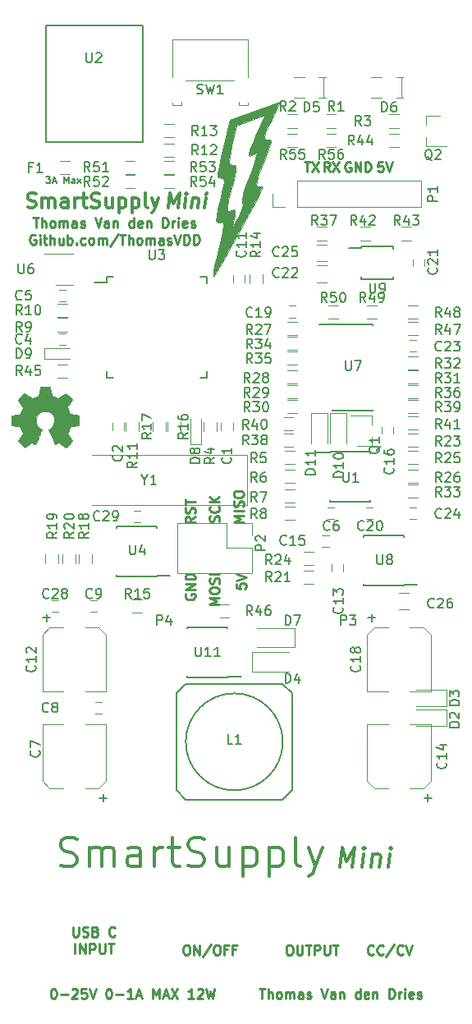
<source format=gbr>
G04 #@! TF.FileFunction,Legend,Top*
%FSLAX46Y46*%
G04 Gerber Fmt 4.6, Leading zero omitted, Abs format (unit mm)*
G04 Created by KiCad (PCBNEW 4.0.3-stable) date 08/09/18 16:35:35*
%MOMM*%
%LPD*%
G01*
G04 APERTURE LIST*
%ADD10C,0.100000*%
%ADD11C,0.250000*%
%ADD12C,0.300000*%
%ADD13C,0.175000*%
%ADD14C,0.120000*%
%ADD15C,0.002540*%
%ADD16C,0.150000*%
%ADD17C,0.010000*%
G04 APERTURE END LIST*
D10*
D11*
X155095237Y-153952381D02*
X155666666Y-153952381D01*
X155380951Y-154952381D02*
X155380951Y-153952381D01*
X155999999Y-154952381D02*
X155999999Y-153952381D01*
X156428571Y-154952381D02*
X156428571Y-154428571D01*
X156380952Y-154333333D01*
X156285714Y-154285714D01*
X156142856Y-154285714D01*
X156047618Y-154333333D01*
X155999999Y-154380952D01*
X157047618Y-154952381D02*
X156952380Y-154904762D01*
X156904761Y-154857143D01*
X156857142Y-154761905D01*
X156857142Y-154476190D01*
X156904761Y-154380952D01*
X156952380Y-154333333D01*
X157047618Y-154285714D01*
X157190476Y-154285714D01*
X157285714Y-154333333D01*
X157333333Y-154380952D01*
X157380952Y-154476190D01*
X157380952Y-154761905D01*
X157333333Y-154857143D01*
X157285714Y-154904762D01*
X157190476Y-154952381D01*
X157047618Y-154952381D01*
X157809523Y-154952381D02*
X157809523Y-154285714D01*
X157809523Y-154380952D02*
X157857142Y-154333333D01*
X157952380Y-154285714D01*
X158095238Y-154285714D01*
X158190476Y-154333333D01*
X158238095Y-154428571D01*
X158238095Y-154952381D01*
X158238095Y-154428571D02*
X158285714Y-154333333D01*
X158380952Y-154285714D01*
X158523809Y-154285714D01*
X158619047Y-154333333D01*
X158666666Y-154428571D01*
X158666666Y-154952381D01*
X159571428Y-154952381D02*
X159571428Y-154428571D01*
X159523809Y-154333333D01*
X159428571Y-154285714D01*
X159238094Y-154285714D01*
X159142856Y-154333333D01*
X159571428Y-154904762D02*
X159476190Y-154952381D01*
X159238094Y-154952381D01*
X159142856Y-154904762D01*
X159095237Y-154809524D01*
X159095237Y-154714286D01*
X159142856Y-154619048D01*
X159238094Y-154571429D01*
X159476190Y-154571429D01*
X159571428Y-154523810D01*
X159999999Y-154904762D02*
X160095237Y-154952381D01*
X160285713Y-154952381D01*
X160380952Y-154904762D01*
X160428571Y-154809524D01*
X160428571Y-154761905D01*
X160380952Y-154666667D01*
X160285713Y-154619048D01*
X160142856Y-154619048D01*
X160047618Y-154571429D01*
X159999999Y-154476190D01*
X159999999Y-154428571D01*
X160047618Y-154333333D01*
X160142856Y-154285714D01*
X160285713Y-154285714D01*
X160380952Y-154333333D01*
X161476190Y-153952381D02*
X161809523Y-154952381D01*
X162142857Y-153952381D01*
X162904762Y-154952381D02*
X162904762Y-154428571D01*
X162857143Y-154333333D01*
X162761905Y-154285714D01*
X162571428Y-154285714D01*
X162476190Y-154333333D01*
X162904762Y-154904762D02*
X162809524Y-154952381D01*
X162571428Y-154952381D01*
X162476190Y-154904762D01*
X162428571Y-154809524D01*
X162428571Y-154714286D01*
X162476190Y-154619048D01*
X162571428Y-154571429D01*
X162809524Y-154571429D01*
X162904762Y-154523810D01*
X163380952Y-154285714D02*
X163380952Y-154952381D01*
X163380952Y-154380952D02*
X163428571Y-154333333D01*
X163523809Y-154285714D01*
X163666667Y-154285714D01*
X163761905Y-154333333D01*
X163809524Y-154428571D01*
X163809524Y-154952381D01*
X165476191Y-154952381D02*
X165476191Y-153952381D01*
X165476191Y-154904762D02*
X165380953Y-154952381D01*
X165190476Y-154952381D01*
X165095238Y-154904762D01*
X165047619Y-154857143D01*
X165000000Y-154761905D01*
X165000000Y-154476190D01*
X165047619Y-154380952D01*
X165095238Y-154333333D01*
X165190476Y-154285714D01*
X165380953Y-154285714D01*
X165476191Y-154333333D01*
X166333334Y-154904762D02*
X166238096Y-154952381D01*
X166047619Y-154952381D01*
X165952381Y-154904762D01*
X165904762Y-154809524D01*
X165904762Y-154428571D01*
X165952381Y-154333333D01*
X166047619Y-154285714D01*
X166238096Y-154285714D01*
X166333334Y-154333333D01*
X166380953Y-154428571D01*
X166380953Y-154523810D01*
X165904762Y-154619048D01*
X166809524Y-154285714D02*
X166809524Y-154952381D01*
X166809524Y-154380952D02*
X166857143Y-154333333D01*
X166952381Y-154285714D01*
X167095239Y-154285714D01*
X167190477Y-154333333D01*
X167238096Y-154428571D01*
X167238096Y-154952381D01*
X168476191Y-154952381D02*
X168476191Y-153952381D01*
X168714286Y-153952381D01*
X168857144Y-154000000D01*
X168952382Y-154095238D01*
X169000001Y-154190476D01*
X169047620Y-154380952D01*
X169047620Y-154523810D01*
X169000001Y-154714286D01*
X168952382Y-154809524D01*
X168857144Y-154904762D01*
X168714286Y-154952381D01*
X168476191Y-154952381D01*
X169476191Y-154952381D02*
X169476191Y-154285714D01*
X169476191Y-154476190D02*
X169523810Y-154380952D01*
X169571429Y-154333333D01*
X169666667Y-154285714D01*
X169761906Y-154285714D01*
X170095239Y-154952381D02*
X170095239Y-154285714D01*
X170095239Y-153952381D02*
X170047620Y-154000000D01*
X170095239Y-154047619D01*
X170142858Y-154000000D01*
X170095239Y-153952381D01*
X170095239Y-154047619D01*
X170952382Y-154904762D02*
X170857144Y-154952381D01*
X170666667Y-154952381D01*
X170571429Y-154904762D01*
X170523810Y-154809524D01*
X170523810Y-154428571D01*
X170571429Y-154333333D01*
X170666667Y-154285714D01*
X170857144Y-154285714D01*
X170952382Y-154333333D01*
X171000001Y-154428571D01*
X171000001Y-154523810D01*
X170523810Y-154619048D01*
X171380953Y-154904762D02*
X171476191Y-154952381D01*
X171666667Y-154952381D01*
X171761906Y-154904762D01*
X171809525Y-154809524D01*
X171809525Y-154761905D01*
X171761906Y-154666667D01*
X171666667Y-154619048D01*
X171523810Y-154619048D01*
X171428572Y-154571429D01*
X171380953Y-154476190D01*
X171380953Y-154428571D01*
X171428572Y-154333333D01*
X171523810Y-154285714D01*
X171666667Y-154285714D01*
X171761906Y-154333333D01*
X133809523Y-153952381D02*
X133904762Y-153952381D01*
X134000000Y-154000000D01*
X134047619Y-154047619D01*
X134095238Y-154142857D01*
X134142857Y-154333333D01*
X134142857Y-154571429D01*
X134095238Y-154761905D01*
X134047619Y-154857143D01*
X134000000Y-154904762D01*
X133904762Y-154952381D01*
X133809523Y-154952381D01*
X133714285Y-154904762D01*
X133666666Y-154857143D01*
X133619047Y-154761905D01*
X133571428Y-154571429D01*
X133571428Y-154333333D01*
X133619047Y-154142857D01*
X133666666Y-154047619D01*
X133714285Y-154000000D01*
X133809523Y-153952381D01*
X134571428Y-154571429D02*
X135333333Y-154571429D01*
X135761904Y-154047619D02*
X135809523Y-154000000D01*
X135904761Y-153952381D01*
X136142857Y-153952381D01*
X136238095Y-154000000D01*
X136285714Y-154047619D01*
X136333333Y-154142857D01*
X136333333Y-154238095D01*
X136285714Y-154380952D01*
X135714285Y-154952381D01*
X136333333Y-154952381D01*
X137238095Y-153952381D02*
X136761904Y-153952381D01*
X136714285Y-154428571D01*
X136761904Y-154380952D01*
X136857142Y-154333333D01*
X137095238Y-154333333D01*
X137190476Y-154380952D01*
X137238095Y-154428571D01*
X137285714Y-154523810D01*
X137285714Y-154761905D01*
X137238095Y-154857143D01*
X137190476Y-154904762D01*
X137095238Y-154952381D01*
X136857142Y-154952381D01*
X136761904Y-154904762D01*
X136714285Y-154857143D01*
X137571428Y-153952381D02*
X137904761Y-154952381D01*
X138238095Y-153952381D01*
X139523809Y-153952381D02*
X139619048Y-153952381D01*
X139714286Y-154000000D01*
X139761905Y-154047619D01*
X139809524Y-154142857D01*
X139857143Y-154333333D01*
X139857143Y-154571429D01*
X139809524Y-154761905D01*
X139761905Y-154857143D01*
X139714286Y-154904762D01*
X139619048Y-154952381D01*
X139523809Y-154952381D01*
X139428571Y-154904762D01*
X139380952Y-154857143D01*
X139333333Y-154761905D01*
X139285714Y-154571429D01*
X139285714Y-154333333D01*
X139333333Y-154142857D01*
X139380952Y-154047619D01*
X139428571Y-154000000D01*
X139523809Y-153952381D01*
X140285714Y-154571429D02*
X141047619Y-154571429D01*
X142047619Y-154952381D02*
X141476190Y-154952381D01*
X141761904Y-154952381D02*
X141761904Y-153952381D01*
X141666666Y-154095238D01*
X141571428Y-154190476D01*
X141476190Y-154238095D01*
X142428571Y-154666667D02*
X142904762Y-154666667D01*
X142333333Y-154952381D02*
X142666666Y-153952381D01*
X143000000Y-154952381D01*
X144095238Y-154952381D02*
X144095238Y-153952381D01*
X144428572Y-154666667D01*
X144761905Y-153952381D01*
X144761905Y-154952381D01*
X145190476Y-154666667D02*
X145666667Y-154666667D01*
X145095238Y-154952381D02*
X145428571Y-153952381D01*
X145761905Y-154952381D01*
X146000000Y-153952381D02*
X146666667Y-154952381D01*
X146666667Y-153952381D02*
X146000000Y-154952381D01*
X148333334Y-154952381D02*
X147761905Y-154952381D01*
X148047619Y-154952381D02*
X148047619Y-153952381D01*
X147952381Y-154095238D01*
X147857143Y-154190476D01*
X147761905Y-154238095D01*
X148714286Y-154047619D02*
X148761905Y-154000000D01*
X148857143Y-153952381D01*
X149095239Y-153952381D01*
X149190477Y-154000000D01*
X149238096Y-154047619D01*
X149285715Y-154142857D01*
X149285715Y-154238095D01*
X149238096Y-154380952D01*
X148666667Y-154952381D01*
X149285715Y-154952381D01*
X149619048Y-153952381D02*
X149857143Y-154952381D01*
X150047620Y-154238095D01*
X150238096Y-154952381D01*
X150476191Y-153952381D01*
X166857143Y-150357143D02*
X166809524Y-150404762D01*
X166666667Y-150452381D01*
X166571429Y-150452381D01*
X166428571Y-150404762D01*
X166333333Y-150309524D01*
X166285714Y-150214286D01*
X166238095Y-150023810D01*
X166238095Y-149880952D01*
X166285714Y-149690476D01*
X166333333Y-149595238D01*
X166428571Y-149500000D01*
X166571429Y-149452381D01*
X166666667Y-149452381D01*
X166809524Y-149500000D01*
X166857143Y-149547619D01*
X167857143Y-150357143D02*
X167809524Y-150404762D01*
X167666667Y-150452381D01*
X167571429Y-150452381D01*
X167428571Y-150404762D01*
X167333333Y-150309524D01*
X167285714Y-150214286D01*
X167238095Y-150023810D01*
X167238095Y-149880952D01*
X167285714Y-149690476D01*
X167333333Y-149595238D01*
X167428571Y-149500000D01*
X167571429Y-149452381D01*
X167666667Y-149452381D01*
X167809524Y-149500000D01*
X167857143Y-149547619D01*
X169000000Y-149404762D02*
X168142857Y-150690476D01*
X169904762Y-150357143D02*
X169857143Y-150404762D01*
X169714286Y-150452381D01*
X169619048Y-150452381D01*
X169476190Y-150404762D01*
X169380952Y-150309524D01*
X169333333Y-150214286D01*
X169285714Y-150023810D01*
X169285714Y-149880952D01*
X169333333Y-149690476D01*
X169380952Y-149595238D01*
X169476190Y-149500000D01*
X169619048Y-149452381D01*
X169714286Y-149452381D01*
X169857143Y-149500000D01*
X169904762Y-149547619D01*
X170190476Y-149452381D02*
X170523809Y-150452381D01*
X170857143Y-149452381D01*
X158095238Y-149452381D02*
X158285715Y-149452381D01*
X158380953Y-149500000D01*
X158476191Y-149595238D01*
X158523810Y-149785714D01*
X158523810Y-150119048D01*
X158476191Y-150309524D01*
X158380953Y-150404762D01*
X158285715Y-150452381D01*
X158095238Y-150452381D01*
X158000000Y-150404762D01*
X157904762Y-150309524D01*
X157857143Y-150119048D01*
X157857143Y-149785714D01*
X157904762Y-149595238D01*
X158000000Y-149500000D01*
X158095238Y-149452381D01*
X158952381Y-149452381D02*
X158952381Y-150261905D01*
X159000000Y-150357143D01*
X159047619Y-150404762D01*
X159142857Y-150452381D01*
X159333334Y-150452381D01*
X159428572Y-150404762D01*
X159476191Y-150357143D01*
X159523810Y-150261905D01*
X159523810Y-149452381D01*
X159857143Y-149452381D02*
X160428572Y-149452381D01*
X160142857Y-150452381D02*
X160142857Y-149452381D01*
X160761905Y-150452381D02*
X160761905Y-149452381D01*
X161142858Y-149452381D01*
X161238096Y-149500000D01*
X161285715Y-149547619D01*
X161333334Y-149642857D01*
X161333334Y-149785714D01*
X161285715Y-149880952D01*
X161238096Y-149928571D01*
X161142858Y-149976190D01*
X160761905Y-149976190D01*
X161761905Y-149452381D02*
X161761905Y-150261905D01*
X161809524Y-150357143D01*
X161857143Y-150404762D01*
X161952381Y-150452381D01*
X162142858Y-150452381D01*
X162238096Y-150404762D01*
X162285715Y-150357143D01*
X162333334Y-150261905D01*
X162333334Y-149452381D01*
X162666667Y-149452381D02*
X163238096Y-149452381D01*
X162952381Y-150452381D02*
X162952381Y-149452381D01*
X147476190Y-149452381D02*
X147666667Y-149452381D01*
X147761905Y-149500000D01*
X147857143Y-149595238D01*
X147904762Y-149785714D01*
X147904762Y-150119048D01*
X147857143Y-150309524D01*
X147761905Y-150404762D01*
X147666667Y-150452381D01*
X147476190Y-150452381D01*
X147380952Y-150404762D01*
X147285714Y-150309524D01*
X147238095Y-150119048D01*
X147238095Y-149785714D01*
X147285714Y-149595238D01*
X147380952Y-149500000D01*
X147476190Y-149452381D01*
X148333333Y-150452381D02*
X148333333Y-149452381D01*
X148904762Y-150452381D01*
X148904762Y-149452381D01*
X150095238Y-149404762D02*
X149238095Y-150690476D01*
X150619047Y-149452381D02*
X150809524Y-149452381D01*
X150904762Y-149500000D01*
X151000000Y-149595238D01*
X151047619Y-149785714D01*
X151047619Y-150119048D01*
X151000000Y-150309524D01*
X150904762Y-150404762D01*
X150809524Y-150452381D01*
X150619047Y-150452381D01*
X150523809Y-150404762D01*
X150428571Y-150309524D01*
X150380952Y-150119048D01*
X150380952Y-149785714D01*
X150428571Y-149595238D01*
X150523809Y-149500000D01*
X150619047Y-149452381D01*
X151809524Y-149928571D02*
X151476190Y-149928571D01*
X151476190Y-150452381D02*
X151476190Y-149452381D01*
X151952381Y-149452381D01*
X152666667Y-149928571D02*
X152333333Y-149928571D01*
X152333333Y-150452381D02*
X152333333Y-149452381D01*
X152809524Y-149452381D01*
X135857143Y-147577381D02*
X135857143Y-148386905D01*
X135904762Y-148482143D01*
X135952381Y-148529762D01*
X136047619Y-148577381D01*
X136238096Y-148577381D01*
X136333334Y-148529762D01*
X136380953Y-148482143D01*
X136428572Y-148386905D01*
X136428572Y-147577381D01*
X136857143Y-148529762D02*
X137000000Y-148577381D01*
X137238096Y-148577381D01*
X137333334Y-148529762D01*
X137380953Y-148482143D01*
X137428572Y-148386905D01*
X137428572Y-148291667D01*
X137380953Y-148196429D01*
X137333334Y-148148810D01*
X137238096Y-148101190D01*
X137047619Y-148053571D01*
X136952381Y-148005952D01*
X136904762Y-147958333D01*
X136857143Y-147863095D01*
X136857143Y-147767857D01*
X136904762Y-147672619D01*
X136952381Y-147625000D01*
X137047619Y-147577381D01*
X137285715Y-147577381D01*
X137428572Y-147625000D01*
X138190477Y-148053571D02*
X138333334Y-148101190D01*
X138380953Y-148148810D01*
X138428572Y-148244048D01*
X138428572Y-148386905D01*
X138380953Y-148482143D01*
X138333334Y-148529762D01*
X138238096Y-148577381D01*
X137857143Y-148577381D01*
X137857143Y-147577381D01*
X138190477Y-147577381D01*
X138285715Y-147625000D01*
X138333334Y-147672619D01*
X138380953Y-147767857D01*
X138380953Y-147863095D01*
X138333334Y-147958333D01*
X138285715Y-148005952D01*
X138190477Y-148053571D01*
X137857143Y-148053571D01*
X140190477Y-148482143D02*
X140142858Y-148529762D01*
X140000001Y-148577381D01*
X139904763Y-148577381D01*
X139761905Y-148529762D01*
X139666667Y-148434524D01*
X139619048Y-148339286D01*
X139571429Y-148148810D01*
X139571429Y-148005952D01*
X139619048Y-147815476D01*
X139666667Y-147720238D01*
X139761905Y-147625000D01*
X139904763Y-147577381D01*
X140000001Y-147577381D01*
X140142858Y-147625000D01*
X140190477Y-147672619D01*
X136071429Y-150327381D02*
X136071429Y-149327381D01*
X136547619Y-150327381D02*
X136547619Y-149327381D01*
X137119048Y-150327381D01*
X137119048Y-149327381D01*
X137595238Y-150327381D02*
X137595238Y-149327381D01*
X137976191Y-149327381D01*
X138071429Y-149375000D01*
X138119048Y-149422619D01*
X138166667Y-149517857D01*
X138166667Y-149660714D01*
X138119048Y-149755952D01*
X138071429Y-149803571D01*
X137976191Y-149851190D01*
X137595238Y-149851190D01*
X138595238Y-149327381D02*
X138595238Y-150136905D01*
X138642857Y-150232143D01*
X138690476Y-150279762D01*
X138785714Y-150327381D01*
X138976191Y-150327381D01*
X139071429Y-150279762D01*
X139119048Y-150232143D01*
X139166667Y-150136905D01*
X139166667Y-149327381D01*
X139500000Y-149327381D02*
X140071429Y-149327381D01*
X139785714Y-150327381D02*
X139785714Y-149327381D01*
D12*
X163363095Y-141404762D02*
X163613095Y-139404762D01*
X164101190Y-140833333D01*
X164946429Y-139404762D01*
X164696429Y-141404762D01*
X165648809Y-141404762D02*
X165815475Y-140071429D01*
X165898809Y-139404762D02*
X165791666Y-139500000D01*
X165874999Y-139595238D01*
X165982143Y-139500000D01*
X165898809Y-139404762D01*
X165874999Y-139595238D01*
X166767856Y-140071429D02*
X166601190Y-141404762D01*
X166744047Y-140261905D02*
X166851191Y-140166667D01*
X167053571Y-140071429D01*
X167339285Y-140071429D01*
X167517857Y-140166667D01*
X167589285Y-140357143D01*
X167458333Y-141404762D01*
X168410714Y-141404762D02*
X168577380Y-140071429D01*
X168660714Y-139404762D02*
X168553571Y-139500000D01*
X168636904Y-139595238D01*
X168744048Y-139500000D01*
X168660714Y-139404762D01*
X168636904Y-139595238D01*
X134571428Y-141214286D02*
X134999999Y-141357143D01*
X135714285Y-141357143D01*
X135999999Y-141214286D01*
X136142856Y-141071429D01*
X136285713Y-140785714D01*
X136285713Y-140500000D01*
X136142856Y-140214286D01*
X135999999Y-140071429D01*
X135714285Y-139928571D01*
X135142856Y-139785714D01*
X134857142Y-139642857D01*
X134714285Y-139500000D01*
X134571428Y-139214286D01*
X134571428Y-138928571D01*
X134714285Y-138642857D01*
X134857142Y-138500000D01*
X135142856Y-138357143D01*
X135857142Y-138357143D01*
X136285713Y-138500000D01*
X137571428Y-141357143D02*
X137571428Y-139357143D01*
X137571428Y-139642857D02*
X137714285Y-139500000D01*
X137999999Y-139357143D01*
X138428571Y-139357143D01*
X138714285Y-139500000D01*
X138857142Y-139785714D01*
X138857142Y-141357143D01*
X138857142Y-139785714D02*
X138999999Y-139500000D01*
X139285713Y-139357143D01*
X139714285Y-139357143D01*
X139999999Y-139500000D01*
X140142856Y-139785714D01*
X140142856Y-141357143D01*
X142857142Y-141357143D02*
X142857142Y-139785714D01*
X142714285Y-139500000D01*
X142428571Y-139357143D01*
X141857142Y-139357143D01*
X141571428Y-139500000D01*
X142857142Y-141214286D02*
X142571428Y-141357143D01*
X141857142Y-141357143D01*
X141571428Y-141214286D01*
X141428571Y-140928571D01*
X141428571Y-140642857D01*
X141571428Y-140357143D01*
X141857142Y-140214286D01*
X142571428Y-140214286D01*
X142857142Y-140071429D01*
X144285714Y-141357143D02*
X144285714Y-139357143D01*
X144285714Y-139928571D02*
X144428571Y-139642857D01*
X144571428Y-139500000D01*
X144857142Y-139357143D01*
X145142857Y-139357143D01*
X145714285Y-139357143D02*
X146857142Y-139357143D01*
X146142857Y-138357143D02*
X146142857Y-140928571D01*
X146285714Y-141214286D01*
X146571428Y-141357143D01*
X146857142Y-141357143D01*
X147714286Y-141214286D02*
X148142857Y-141357143D01*
X148857143Y-141357143D01*
X149142857Y-141214286D01*
X149285714Y-141071429D01*
X149428571Y-140785714D01*
X149428571Y-140500000D01*
X149285714Y-140214286D01*
X149142857Y-140071429D01*
X148857143Y-139928571D01*
X148285714Y-139785714D01*
X148000000Y-139642857D01*
X147857143Y-139500000D01*
X147714286Y-139214286D01*
X147714286Y-138928571D01*
X147857143Y-138642857D01*
X148000000Y-138500000D01*
X148285714Y-138357143D01*
X149000000Y-138357143D01*
X149428571Y-138500000D01*
X152000000Y-139357143D02*
X152000000Y-141357143D01*
X150714286Y-139357143D02*
X150714286Y-140928571D01*
X150857143Y-141214286D01*
X151142857Y-141357143D01*
X151571429Y-141357143D01*
X151857143Y-141214286D01*
X152000000Y-141071429D01*
X153428572Y-139357143D02*
X153428572Y-142357143D01*
X153428572Y-139500000D02*
X153714286Y-139357143D01*
X154285715Y-139357143D01*
X154571429Y-139500000D01*
X154714286Y-139642857D01*
X154857143Y-139928571D01*
X154857143Y-140785714D01*
X154714286Y-141071429D01*
X154571429Y-141214286D01*
X154285715Y-141357143D01*
X153714286Y-141357143D01*
X153428572Y-141214286D01*
X156142858Y-139357143D02*
X156142858Y-142357143D01*
X156142858Y-139500000D02*
X156428572Y-139357143D01*
X157000001Y-139357143D01*
X157285715Y-139500000D01*
X157428572Y-139642857D01*
X157571429Y-139928571D01*
X157571429Y-140785714D01*
X157428572Y-141071429D01*
X157285715Y-141214286D01*
X157000001Y-141357143D01*
X156428572Y-141357143D01*
X156142858Y-141214286D01*
X159285715Y-141357143D02*
X159000001Y-141214286D01*
X158857144Y-140928571D01*
X158857144Y-138357143D01*
X160142858Y-139357143D02*
X160857144Y-141357143D01*
X161571430Y-139357143D02*
X160857144Y-141357143D01*
X160571430Y-142071429D01*
X160428573Y-142214286D01*
X160142858Y-142357143D01*
D13*
X133100000Y-70216667D02*
X133533333Y-70216667D01*
X133300000Y-70483333D01*
X133400000Y-70483333D01*
X133466667Y-70516667D01*
X133500000Y-70550000D01*
X133533333Y-70616667D01*
X133533333Y-70783333D01*
X133500000Y-70850000D01*
X133466667Y-70883333D01*
X133400000Y-70916667D01*
X133200000Y-70916667D01*
X133133333Y-70883333D01*
X133100000Y-70850000D01*
X133800000Y-70716667D02*
X134133334Y-70716667D01*
X133733334Y-70916667D02*
X133966667Y-70216667D01*
X134200000Y-70916667D01*
X134966667Y-70916667D02*
X134966667Y-70216667D01*
X135200000Y-70716667D01*
X135433333Y-70216667D01*
X135433333Y-70916667D01*
X136066667Y-70916667D02*
X136066667Y-70550000D01*
X136033333Y-70483333D01*
X135966667Y-70450000D01*
X135833333Y-70450000D01*
X135766667Y-70483333D01*
X136066667Y-70883333D02*
X136000000Y-70916667D01*
X135833333Y-70916667D01*
X135766667Y-70883333D01*
X135733333Y-70816667D01*
X135733333Y-70750000D01*
X135766667Y-70683333D01*
X135833333Y-70650000D01*
X136000000Y-70650000D01*
X136066667Y-70616667D01*
X136333333Y-70916667D02*
X136700000Y-70450000D01*
X136333333Y-70450000D02*
X136700000Y-70916667D01*
D11*
X131745237Y-74452381D02*
X132316666Y-74452381D01*
X132030951Y-75452381D02*
X132030951Y-74452381D01*
X132649999Y-75452381D02*
X132649999Y-74452381D01*
X133078571Y-75452381D02*
X133078571Y-74928571D01*
X133030952Y-74833333D01*
X132935714Y-74785714D01*
X132792856Y-74785714D01*
X132697618Y-74833333D01*
X132649999Y-74880952D01*
X133697618Y-75452381D02*
X133602380Y-75404762D01*
X133554761Y-75357143D01*
X133507142Y-75261905D01*
X133507142Y-74976190D01*
X133554761Y-74880952D01*
X133602380Y-74833333D01*
X133697618Y-74785714D01*
X133840476Y-74785714D01*
X133935714Y-74833333D01*
X133983333Y-74880952D01*
X134030952Y-74976190D01*
X134030952Y-75261905D01*
X133983333Y-75357143D01*
X133935714Y-75404762D01*
X133840476Y-75452381D01*
X133697618Y-75452381D01*
X134459523Y-75452381D02*
X134459523Y-74785714D01*
X134459523Y-74880952D02*
X134507142Y-74833333D01*
X134602380Y-74785714D01*
X134745238Y-74785714D01*
X134840476Y-74833333D01*
X134888095Y-74928571D01*
X134888095Y-75452381D01*
X134888095Y-74928571D02*
X134935714Y-74833333D01*
X135030952Y-74785714D01*
X135173809Y-74785714D01*
X135269047Y-74833333D01*
X135316666Y-74928571D01*
X135316666Y-75452381D01*
X136221428Y-75452381D02*
X136221428Y-74928571D01*
X136173809Y-74833333D01*
X136078571Y-74785714D01*
X135888094Y-74785714D01*
X135792856Y-74833333D01*
X136221428Y-75404762D02*
X136126190Y-75452381D01*
X135888094Y-75452381D01*
X135792856Y-75404762D01*
X135745237Y-75309524D01*
X135745237Y-75214286D01*
X135792856Y-75119048D01*
X135888094Y-75071429D01*
X136126190Y-75071429D01*
X136221428Y-75023810D01*
X136649999Y-75404762D02*
X136745237Y-75452381D01*
X136935713Y-75452381D01*
X137030952Y-75404762D01*
X137078571Y-75309524D01*
X137078571Y-75261905D01*
X137030952Y-75166667D01*
X136935713Y-75119048D01*
X136792856Y-75119048D01*
X136697618Y-75071429D01*
X136649999Y-74976190D01*
X136649999Y-74928571D01*
X136697618Y-74833333D01*
X136792856Y-74785714D01*
X136935713Y-74785714D01*
X137030952Y-74833333D01*
X138126190Y-74452381D02*
X138459523Y-75452381D01*
X138792857Y-74452381D01*
X139554762Y-75452381D02*
X139554762Y-74928571D01*
X139507143Y-74833333D01*
X139411905Y-74785714D01*
X139221428Y-74785714D01*
X139126190Y-74833333D01*
X139554762Y-75404762D02*
X139459524Y-75452381D01*
X139221428Y-75452381D01*
X139126190Y-75404762D01*
X139078571Y-75309524D01*
X139078571Y-75214286D01*
X139126190Y-75119048D01*
X139221428Y-75071429D01*
X139459524Y-75071429D01*
X139554762Y-75023810D01*
X140030952Y-74785714D02*
X140030952Y-75452381D01*
X140030952Y-74880952D02*
X140078571Y-74833333D01*
X140173809Y-74785714D01*
X140316667Y-74785714D01*
X140411905Y-74833333D01*
X140459524Y-74928571D01*
X140459524Y-75452381D01*
X142126191Y-75452381D02*
X142126191Y-74452381D01*
X142126191Y-75404762D02*
X142030953Y-75452381D01*
X141840476Y-75452381D01*
X141745238Y-75404762D01*
X141697619Y-75357143D01*
X141650000Y-75261905D01*
X141650000Y-74976190D01*
X141697619Y-74880952D01*
X141745238Y-74833333D01*
X141840476Y-74785714D01*
X142030953Y-74785714D01*
X142126191Y-74833333D01*
X142983334Y-75404762D02*
X142888096Y-75452381D01*
X142697619Y-75452381D01*
X142602381Y-75404762D01*
X142554762Y-75309524D01*
X142554762Y-74928571D01*
X142602381Y-74833333D01*
X142697619Y-74785714D01*
X142888096Y-74785714D01*
X142983334Y-74833333D01*
X143030953Y-74928571D01*
X143030953Y-75023810D01*
X142554762Y-75119048D01*
X143459524Y-74785714D02*
X143459524Y-75452381D01*
X143459524Y-74880952D02*
X143507143Y-74833333D01*
X143602381Y-74785714D01*
X143745239Y-74785714D01*
X143840477Y-74833333D01*
X143888096Y-74928571D01*
X143888096Y-75452381D01*
X145126191Y-75452381D02*
X145126191Y-74452381D01*
X145364286Y-74452381D01*
X145507144Y-74500000D01*
X145602382Y-74595238D01*
X145650001Y-74690476D01*
X145697620Y-74880952D01*
X145697620Y-75023810D01*
X145650001Y-75214286D01*
X145602382Y-75309524D01*
X145507144Y-75404762D01*
X145364286Y-75452381D01*
X145126191Y-75452381D01*
X146126191Y-75452381D02*
X146126191Y-74785714D01*
X146126191Y-74976190D02*
X146173810Y-74880952D01*
X146221429Y-74833333D01*
X146316667Y-74785714D01*
X146411906Y-74785714D01*
X146745239Y-75452381D02*
X146745239Y-74785714D01*
X146745239Y-74452381D02*
X146697620Y-74500000D01*
X146745239Y-74547619D01*
X146792858Y-74500000D01*
X146745239Y-74452381D01*
X146745239Y-74547619D01*
X147602382Y-75404762D02*
X147507144Y-75452381D01*
X147316667Y-75452381D01*
X147221429Y-75404762D01*
X147173810Y-75309524D01*
X147173810Y-74928571D01*
X147221429Y-74833333D01*
X147316667Y-74785714D01*
X147507144Y-74785714D01*
X147602382Y-74833333D01*
X147650001Y-74928571D01*
X147650001Y-75023810D01*
X147173810Y-75119048D01*
X148030953Y-75404762D02*
X148126191Y-75452381D01*
X148316667Y-75452381D01*
X148411906Y-75404762D01*
X148459525Y-75309524D01*
X148459525Y-75261905D01*
X148411906Y-75166667D01*
X148316667Y-75119048D01*
X148173810Y-75119048D01*
X148078572Y-75071429D01*
X148030953Y-74976190D01*
X148030953Y-74928571D01*
X148078572Y-74833333D01*
X148173810Y-74785714D01*
X148316667Y-74785714D01*
X148411906Y-74833333D01*
X131983334Y-76250000D02*
X131888096Y-76202381D01*
X131745239Y-76202381D01*
X131602381Y-76250000D01*
X131507143Y-76345238D01*
X131459524Y-76440476D01*
X131411905Y-76630952D01*
X131411905Y-76773810D01*
X131459524Y-76964286D01*
X131507143Y-77059524D01*
X131602381Y-77154762D01*
X131745239Y-77202381D01*
X131840477Y-77202381D01*
X131983334Y-77154762D01*
X132030953Y-77107143D01*
X132030953Y-76773810D01*
X131840477Y-76773810D01*
X132459524Y-77202381D02*
X132459524Y-76535714D01*
X132459524Y-76202381D02*
X132411905Y-76250000D01*
X132459524Y-76297619D01*
X132507143Y-76250000D01*
X132459524Y-76202381D01*
X132459524Y-76297619D01*
X132792857Y-76535714D02*
X133173809Y-76535714D01*
X132935714Y-76202381D02*
X132935714Y-77059524D01*
X132983333Y-77154762D01*
X133078571Y-77202381D01*
X133173809Y-77202381D01*
X133507143Y-77202381D02*
X133507143Y-76202381D01*
X133935715Y-77202381D02*
X133935715Y-76678571D01*
X133888096Y-76583333D01*
X133792858Y-76535714D01*
X133650000Y-76535714D01*
X133554762Y-76583333D01*
X133507143Y-76630952D01*
X134840477Y-76535714D02*
X134840477Y-77202381D01*
X134411905Y-76535714D02*
X134411905Y-77059524D01*
X134459524Y-77154762D01*
X134554762Y-77202381D01*
X134697620Y-77202381D01*
X134792858Y-77154762D01*
X134840477Y-77107143D01*
X135316667Y-77202381D02*
X135316667Y-76202381D01*
X135316667Y-76583333D02*
X135411905Y-76535714D01*
X135602382Y-76535714D01*
X135697620Y-76583333D01*
X135745239Y-76630952D01*
X135792858Y-76726190D01*
X135792858Y-77011905D01*
X135745239Y-77107143D01*
X135697620Y-77154762D01*
X135602382Y-77202381D01*
X135411905Y-77202381D01*
X135316667Y-77154762D01*
X136221429Y-77107143D02*
X136269048Y-77154762D01*
X136221429Y-77202381D01*
X136173810Y-77154762D01*
X136221429Y-77107143D01*
X136221429Y-77202381D01*
X137126191Y-77154762D02*
X137030953Y-77202381D01*
X136840476Y-77202381D01*
X136745238Y-77154762D01*
X136697619Y-77107143D01*
X136650000Y-77011905D01*
X136650000Y-76726190D01*
X136697619Y-76630952D01*
X136745238Y-76583333D01*
X136840476Y-76535714D01*
X137030953Y-76535714D01*
X137126191Y-76583333D01*
X137697619Y-77202381D02*
X137602381Y-77154762D01*
X137554762Y-77107143D01*
X137507143Y-77011905D01*
X137507143Y-76726190D01*
X137554762Y-76630952D01*
X137602381Y-76583333D01*
X137697619Y-76535714D01*
X137840477Y-76535714D01*
X137935715Y-76583333D01*
X137983334Y-76630952D01*
X138030953Y-76726190D01*
X138030953Y-77011905D01*
X137983334Y-77107143D01*
X137935715Y-77154762D01*
X137840477Y-77202381D01*
X137697619Y-77202381D01*
X138459524Y-77202381D02*
X138459524Y-76535714D01*
X138459524Y-76630952D02*
X138507143Y-76583333D01*
X138602381Y-76535714D01*
X138745239Y-76535714D01*
X138840477Y-76583333D01*
X138888096Y-76678571D01*
X138888096Y-77202381D01*
X138888096Y-76678571D02*
X138935715Y-76583333D01*
X139030953Y-76535714D01*
X139173810Y-76535714D01*
X139269048Y-76583333D01*
X139316667Y-76678571D01*
X139316667Y-77202381D01*
X140507143Y-76154762D02*
X139650000Y-77440476D01*
X140697619Y-76202381D02*
X141269048Y-76202381D01*
X140983333Y-77202381D02*
X140983333Y-76202381D01*
X141602381Y-77202381D02*
X141602381Y-76202381D01*
X142030953Y-77202381D02*
X142030953Y-76678571D01*
X141983334Y-76583333D01*
X141888096Y-76535714D01*
X141745238Y-76535714D01*
X141650000Y-76583333D01*
X141602381Y-76630952D01*
X142650000Y-77202381D02*
X142554762Y-77154762D01*
X142507143Y-77107143D01*
X142459524Y-77011905D01*
X142459524Y-76726190D01*
X142507143Y-76630952D01*
X142554762Y-76583333D01*
X142650000Y-76535714D01*
X142792858Y-76535714D01*
X142888096Y-76583333D01*
X142935715Y-76630952D01*
X142983334Y-76726190D01*
X142983334Y-77011905D01*
X142935715Y-77107143D01*
X142888096Y-77154762D01*
X142792858Y-77202381D01*
X142650000Y-77202381D01*
X143411905Y-77202381D02*
X143411905Y-76535714D01*
X143411905Y-76630952D02*
X143459524Y-76583333D01*
X143554762Y-76535714D01*
X143697620Y-76535714D01*
X143792858Y-76583333D01*
X143840477Y-76678571D01*
X143840477Y-77202381D01*
X143840477Y-76678571D02*
X143888096Y-76583333D01*
X143983334Y-76535714D01*
X144126191Y-76535714D01*
X144221429Y-76583333D01*
X144269048Y-76678571D01*
X144269048Y-77202381D01*
X145173810Y-77202381D02*
X145173810Y-76678571D01*
X145126191Y-76583333D01*
X145030953Y-76535714D01*
X144840476Y-76535714D01*
X144745238Y-76583333D01*
X145173810Y-77154762D02*
X145078572Y-77202381D01*
X144840476Y-77202381D01*
X144745238Y-77154762D01*
X144697619Y-77059524D01*
X144697619Y-76964286D01*
X144745238Y-76869048D01*
X144840476Y-76821429D01*
X145078572Y-76821429D01*
X145173810Y-76773810D01*
X145602381Y-77154762D02*
X145697619Y-77202381D01*
X145888095Y-77202381D01*
X145983334Y-77154762D01*
X146030953Y-77059524D01*
X146030953Y-77011905D01*
X145983334Y-76916667D01*
X145888095Y-76869048D01*
X145745238Y-76869048D01*
X145650000Y-76821429D01*
X145602381Y-76726190D01*
X145602381Y-76678571D01*
X145650000Y-76583333D01*
X145745238Y-76535714D01*
X145888095Y-76535714D01*
X145983334Y-76583333D01*
X146316667Y-76202381D02*
X146650000Y-77202381D01*
X146983334Y-76202381D01*
X147316667Y-77202381D02*
X147316667Y-76202381D01*
X147554762Y-76202381D01*
X147697620Y-76250000D01*
X147792858Y-76345238D01*
X147840477Y-76440476D01*
X147888096Y-76630952D01*
X147888096Y-76773810D01*
X147840477Y-76964286D01*
X147792858Y-77059524D01*
X147697620Y-77154762D01*
X147554762Y-77202381D01*
X147316667Y-77202381D01*
X148316667Y-77202381D02*
X148316667Y-76202381D01*
X148554762Y-76202381D01*
X148697620Y-76250000D01*
X148792858Y-76345238D01*
X148840477Y-76440476D01*
X148888096Y-76630952D01*
X148888096Y-76773810D01*
X148840477Y-76964286D01*
X148792858Y-77059524D01*
X148697620Y-77154762D01*
X148554762Y-77202381D01*
X148316667Y-77202381D01*
X159738095Y-68702381D02*
X160309524Y-68702381D01*
X160023809Y-69702381D02*
X160023809Y-68702381D01*
X160547619Y-68702381D02*
X161214286Y-69702381D01*
X161214286Y-68702381D02*
X160547619Y-69702381D01*
X162333334Y-69702381D02*
X162000000Y-69226190D01*
X161761905Y-69702381D02*
X161761905Y-68702381D01*
X162142858Y-68702381D01*
X162238096Y-68750000D01*
X162285715Y-68797619D01*
X162333334Y-68892857D01*
X162333334Y-69035714D01*
X162285715Y-69130952D01*
X162238096Y-69178571D01*
X162142858Y-69226190D01*
X161761905Y-69226190D01*
X162666667Y-68702381D02*
X163333334Y-69702381D01*
X163333334Y-68702381D02*
X162666667Y-69702381D01*
X164488096Y-68750000D02*
X164392858Y-68702381D01*
X164250001Y-68702381D01*
X164107143Y-68750000D01*
X164011905Y-68845238D01*
X163964286Y-68940476D01*
X163916667Y-69130952D01*
X163916667Y-69273810D01*
X163964286Y-69464286D01*
X164011905Y-69559524D01*
X164107143Y-69654762D01*
X164250001Y-69702381D01*
X164345239Y-69702381D01*
X164488096Y-69654762D01*
X164535715Y-69607143D01*
X164535715Y-69273810D01*
X164345239Y-69273810D01*
X164964286Y-69702381D02*
X164964286Y-68702381D01*
X165535715Y-69702381D01*
X165535715Y-68702381D01*
X166011905Y-69702381D02*
X166011905Y-68702381D01*
X166250000Y-68702381D01*
X166392858Y-68750000D01*
X166488096Y-68845238D01*
X166535715Y-68940476D01*
X166583334Y-69130952D01*
X166583334Y-69273810D01*
X166535715Y-69464286D01*
X166488096Y-69559524D01*
X166392858Y-69654762D01*
X166250000Y-69702381D01*
X166011905Y-69702381D01*
X167809524Y-68702381D02*
X167333333Y-68702381D01*
X167285714Y-69178571D01*
X167333333Y-69130952D01*
X167428571Y-69083333D01*
X167666667Y-69083333D01*
X167761905Y-69130952D01*
X167809524Y-69178571D01*
X167857143Y-69273810D01*
X167857143Y-69511905D01*
X167809524Y-69607143D01*
X167761905Y-69654762D01*
X167666667Y-69702381D01*
X167428571Y-69702381D01*
X167333333Y-69654762D01*
X167285714Y-69607143D01*
X168142857Y-68702381D02*
X168476190Y-69702381D01*
X168809524Y-68702381D01*
X153452381Y-105821428D02*
X152452381Y-105821428D01*
X153166667Y-105488094D01*
X152452381Y-105154761D01*
X153452381Y-105154761D01*
X153452381Y-104678571D02*
X152452381Y-104678571D01*
X153404762Y-104250000D02*
X153452381Y-104107143D01*
X153452381Y-103869047D01*
X153404762Y-103773809D01*
X153357143Y-103726190D01*
X153261905Y-103678571D01*
X153166667Y-103678571D01*
X153071429Y-103726190D01*
X153023810Y-103773809D01*
X152976190Y-103869047D01*
X152928571Y-104059524D01*
X152880952Y-104154762D01*
X152833333Y-104202381D01*
X152738095Y-104250000D01*
X152642857Y-104250000D01*
X152547619Y-104202381D01*
X152500000Y-104154762D01*
X152452381Y-104059524D01*
X152452381Y-103821428D01*
X152500000Y-103678571D01*
X152452381Y-103059524D02*
X152452381Y-102869047D01*
X152500000Y-102773809D01*
X152595238Y-102678571D01*
X152785714Y-102630952D01*
X153119048Y-102630952D01*
X153309524Y-102678571D01*
X153404762Y-102773809D01*
X153452381Y-102869047D01*
X153452381Y-103059524D01*
X153404762Y-103154762D01*
X153309524Y-103250000D01*
X153119048Y-103297619D01*
X152785714Y-103297619D01*
X152595238Y-103250000D01*
X152500000Y-103154762D01*
X152452381Y-103059524D01*
X150904762Y-105785714D02*
X150952381Y-105642857D01*
X150952381Y-105404761D01*
X150904762Y-105309523D01*
X150857143Y-105261904D01*
X150761905Y-105214285D01*
X150666667Y-105214285D01*
X150571429Y-105261904D01*
X150523810Y-105309523D01*
X150476190Y-105404761D01*
X150428571Y-105595238D01*
X150380952Y-105690476D01*
X150333333Y-105738095D01*
X150238095Y-105785714D01*
X150142857Y-105785714D01*
X150047619Y-105738095D01*
X150000000Y-105690476D01*
X149952381Y-105595238D01*
X149952381Y-105357142D01*
X150000000Y-105214285D01*
X150857143Y-104214285D02*
X150904762Y-104261904D01*
X150952381Y-104404761D01*
X150952381Y-104499999D01*
X150904762Y-104642857D01*
X150809524Y-104738095D01*
X150714286Y-104785714D01*
X150523810Y-104833333D01*
X150380952Y-104833333D01*
X150190476Y-104785714D01*
X150095238Y-104738095D01*
X150000000Y-104642857D01*
X149952381Y-104499999D01*
X149952381Y-104404761D01*
X150000000Y-104261904D01*
X150047619Y-104214285D01*
X150952381Y-103785714D02*
X149952381Y-103785714D01*
X150952381Y-103214285D02*
X150380952Y-103642857D01*
X149952381Y-103214285D02*
X150523810Y-103785714D01*
X148452381Y-105297619D02*
X147976190Y-105630953D01*
X148452381Y-105869048D02*
X147452381Y-105869048D01*
X147452381Y-105488095D01*
X147500000Y-105392857D01*
X147547619Y-105345238D01*
X147642857Y-105297619D01*
X147785714Y-105297619D01*
X147880952Y-105345238D01*
X147928571Y-105392857D01*
X147976190Y-105488095D01*
X147976190Y-105869048D01*
X148404762Y-104916667D02*
X148452381Y-104773810D01*
X148452381Y-104535714D01*
X148404762Y-104440476D01*
X148357143Y-104392857D01*
X148261905Y-104345238D01*
X148166667Y-104345238D01*
X148071429Y-104392857D01*
X148023810Y-104440476D01*
X147976190Y-104535714D01*
X147928571Y-104726191D01*
X147880952Y-104821429D01*
X147833333Y-104869048D01*
X147738095Y-104916667D01*
X147642857Y-104916667D01*
X147547619Y-104869048D01*
X147500000Y-104821429D01*
X147452381Y-104726191D01*
X147452381Y-104488095D01*
X147500000Y-104345238D01*
X147452381Y-104059524D02*
X147452381Y-103488095D01*
X148452381Y-103773810D02*
X147452381Y-103773810D01*
X147500000Y-113261904D02*
X147452381Y-113357142D01*
X147452381Y-113499999D01*
X147500000Y-113642857D01*
X147595238Y-113738095D01*
X147690476Y-113785714D01*
X147880952Y-113833333D01*
X148023810Y-113833333D01*
X148214286Y-113785714D01*
X148309524Y-113738095D01*
X148404762Y-113642857D01*
X148452381Y-113499999D01*
X148452381Y-113404761D01*
X148404762Y-113261904D01*
X148357143Y-113214285D01*
X148023810Y-113214285D01*
X148023810Y-113404761D01*
X148452381Y-112785714D02*
X147452381Y-112785714D01*
X148452381Y-112214285D01*
X147452381Y-112214285D01*
X148452381Y-111738095D02*
X147452381Y-111738095D01*
X147452381Y-111500000D01*
X147500000Y-111357142D01*
X147595238Y-111261904D01*
X147690476Y-111214285D01*
X147880952Y-111166666D01*
X148023810Y-111166666D01*
X148214286Y-111214285D01*
X148309524Y-111261904D01*
X148404762Y-111357142D01*
X148452381Y-111500000D01*
X148452381Y-111738095D01*
X150952381Y-114321428D02*
X149952381Y-114321428D01*
X150666667Y-113988094D01*
X149952381Y-113654761D01*
X150952381Y-113654761D01*
X149952381Y-112988095D02*
X149952381Y-112797618D01*
X150000000Y-112702380D01*
X150095238Y-112607142D01*
X150285714Y-112559523D01*
X150619048Y-112559523D01*
X150809524Y-112607142D01*
X150904762Y-112702380D01*
X150952381Y-112797618D01*
X150952381Y-112988095D01*
X150904762Y-113083333D01*
X150809524Y-113178571D01*
X150619048Y-113226190D01*
X150285714Y-113226190D01*
X150095238Y-113178571D01*
X150000000Y-113083333D01*
X149952381Y-112988095D01*
X150904762Y-112178571D02*
X150952381Y-112035714D01*
X150952381Y-111797618D01*
X150904762Y-111702380D01*
X150857143Y-111654761D01*
X150761905Y-111607142D01*
X150666667Y-111607142D01*
X150571429Y-111654761D01*
X150523810Y-111702380D01*
X150476190Y-111797618D01*
X150428571Y-111988095D01*
X150380952Y-112083333D01*
X150333333Y-112130952D01*
X150238095Y-112178571D01*
X150142857Y-112178571D01*
X150047619Y-112130952D01*
X150000000Y-112083333D01*
X149952381Y-111988095D01*
X149952381Y-111749999D01*
X150000000Y-111607142D01*
X150952381Y-111178571D02*
X149952381Y-111178571D01*
X152702381Y-112190476D02*
X152702381Y-112666667D01*
X153178571Y-112714286D01*
X153130952Y-112666667D01*
X153083333Y-112571429D01*
X153083333Y-112333333D01*
X153130952Y-112238095D01*
X153178571Y-112190476D01*
X153273810Y-112142857D01*
X153511905Y-112142857D01*
X153607143Y-112190476D01*
X153654762Y-112238095D01*
X153702381Y-112333333D01*
X153702381Y-112571429D01*
X153654762Y-112666667D01*
X153607143Y-112714286D01*
X152702381Y-111857143D02*
X153702381Y-111523810D01*
X152702381Y-111190476D01*
X131983334Y-76250000D02*
X131888096Y-76202381D01*
X131745239Y-76202381D01*
X131602381Y-76250000D01*
X131507143Y-76345238D01*
X131459524Y-76440476D01*
X131411905Y-76630952D01*
X131411905Y-76773810D01*
X131459524Y-76964286D01*
X131507143Y-77059524D01*
X131602381Y-77154762D01*
X131745239Y-77202381D01*
X131840477Y-77202381D01*
X131983334Y-77154762D01*
X132030953Y-77107143D01*
X132030953Y-76773810D01*
X131840477Y-76773810D01*
X132459524Y-77202381D02*
X132459524Y-76535714D01*
X132459524Y-76202381D02*
X132411905Y-76250000D01*
X132459524Y-76297619D01*
X132507143Y-76250000D01*
X132459524Y-76202381D01*
X132459524Y-76297619D01*
X132792857Y-76535714D02*
X133173809Y-76535714D01*
X132935714Y-76202381D02*
X132935714Y-77059524D01*
X132983333Y-77154762D01*
X133078571Y-77202381D01*
X133173809Y-77202381D01*
X133507143Y-77202381D02*
X133507143Y-76202381D01*
X133935715Y-77202381D02*
X133935715Y-76678571D01*
X133888096Y-76583333D01*
X133792858Y-76535714D01*
X133650000Y-76535714D01*
X133554762Y-76583333D01*
X133507143Y-76630952D01*
X134840477Y-76535714D02*
X134840477Y-77202381D01*
X134411905Y-76535714D02*
X134411905Y-77059524D01*
X134459524Y-77154762D01*
X134554762Y-77202381D01*
X134697620Y-77202381D01*
X134792858Y-77154762D01*
X134840477Y-77107143D01*
X135316667Y-77202381D02*
X135316667Y-76202381D01*
X135316667Y-76583333D02*
X135411905Y-76535714D01*
X135602382Y-76535714D01*
X135697620Y-76583333D01*
X135745239Y-76630952D01*
X135792858Y-76726190D01*
X135792858Y-77011905D01*
X135745239Y-77107143D01*
X135697620Y-77154762D01*
X135602382Y-77202381D01*
X135411905Y-77202381D01*
X135316667Y-77154762D01*
X136221429Y-77107143D02*
X136269048Y-77154762D01*
X136221429Y-77202381D01*
X136173810Y-77154762D01*
X136221429Y-77107143D01*
X136221429Y-77202381D01*
X137126191Y-77154762D02*
X137030953Y-77202381D01*
X136840476Y-77202381D01*
X136745238Y-77154762D01*
X136697619Y-77107143D01*
X136650000Y-77011905D01*
X136650000Y-76726190D01*
X136697619Y-76630952D01*
X136745238Y-76583333D01*
X136840476Y-76535714D01*
X137030953Y-76535714D01*
X137126191Y-76583333D01*
X137697619Y-77202381D02*
X137602381Y-77154762D01*
X137554762Y-77107143D01*
X137507143Y-77011905D01*
X137507143Y-76726190D01*
X137554762Y-76630952D01*
X137602381Y-76583333D01*
X137697619Y-76535714D01*
X137840477Y-76535714D01*
X137935715Y-76583333D01*
X137983334Y-76630952D01*
X138030953Y-76726190D01*
X138030953Y-77011905D01*
X137983334Y-77107143D01*
X137935715Y-77154762D01*
X137840477Y-77202381D01*
X137697619Y-77202381D01*
X138459524Y-77202381D02*
X138459524Y-76535714D01*
X138459524Y-76630952D02*
X138507143Y-76583333D01*
X138602381Y-76535714D01*
X138745239Y-76535714D01*
X138840477Y-76583333D01*
X138888096Y-76678571D01*
X138888096Y-77202381D01*
X138888096Y-76678571D02*
X138935715Y-76583333D01*
X139030953Y-76535714D01*
X139173810Y-76535714D01*
X139269048Y-76583333D01*
X139316667Y-76678571D01*
X139316667Y-77202381D01*
X140507143Y-76154762D02*
X139650000Y-77440476D01*
X140697619Y-76202381D02*
X141269048Y-76202381D01*
X140983333Y-77202381D02*
X140983333Y-76202381D01*
X141602381Y-77202381D02*
X141602381Y-76202381D01*
X142030953Y-77202381D02*
X142030953Y-76678571D01*
X141983334Y-76583333D01*
X141888096Y-76535714D01*
X141745238Y-76535714D01*
X141650000Y-76583333D01*
X141602381Y-76630952D01*
X142650000Y-77202381D02*
X142554762Y-77154762D01*
X142507143Y-77107143D01*
X142459524Y-77011905D01*
X142459524Y-76726190D01*
X142507143Y-76630952D01*
X142554762Y-76583333D01*
X142650000Y-76535714D01*
X142792858Y-76535714D01*
X142888096Y-76583333D01*
X142935715Y-76630952D01*
X142983334Y-76726190D01*
X142983334Y-77011905D01*
X142935715Y-77107143D01*
X142888096Y-77154762D01*
X142792858Y-77202381D01*
X142650000Y-77202381D01*
X143411905Y-77202381D02*
X143411905Y-76535714D01*
X143411905Y-76630952D02*
X143459524Y-76583333D01*
X143554762Y-76535714D01*
X143697620Y-76535714D01*
X143792858Y-76583333D01*
X143840477Y-76678571D01*
X143840477Y-77202381D01*
X143840477Y-76678571D02*
X143888096Y-76583333D01*
X143983334Y-76535714D01*
X144126191Y-76535714D01*
X144221429Y-76583333D01*
X144269048Y-76678571D01*
X144269048Y-77202381D01*
X145173810Y-77202381D02*
X145173810Y-76678571D01*
X145126191Y-76583333D01*
X145030953Y-76535714D01*
X144840476Y-76535714D01*
X144745238Y-76583333D01*
X145173810Y-77154762D02*
X145078572Y-77202381D01*
X144840476Y-77202381D01*
X144745238Y-77154762D01*
X144697619Y-77059524D01*
X144697619Y-76964286D01*
X144745238Y-76869048D01*
X144840476Y-76821429D01*
X145078572Y-76821429D01*
X145173810Y-76773810D01*
X145602381Y-77154762D02*
X145697619Y-77202381D01*
X145888095Y-77202381D01*
X145983334Y-77154762D01*
X146030953Y-77059524D01*
X146030953Y-77011905D01*
X145983334Y-76916667D01*
X145888095Y-76869048D01*
X145745238Y-76869048D01*
X145650000Y-76821429D01*
X145602381Y-76726190D01*
X145602381Y-76678571D01*
X145650000Y-76583333D01*
X145745238Y-76535714D01*
X145888095Y-76535714D01*
X145983334Y-76583333D01*
X146316667Y-76202381D02*
X146650000Y-77202381D01*
X146983334Y-76202381D01*
X147316667Y-77202381D02*
X147316667Y-76202381D01*
X147554762Y-76202381D01*
X147697620Y-76250000D01*
X147792858Y-76345238D01*
X147840477Y-76440476D01*
X147888096Y-76630952D01*
X147888096Y-76773810D01*
X147840477Y-76964286D01*
X147792858Y-77059524D01*
X147697620Y-77154762D01*
X147554762Y-77202381D01*
X147316667Y-77202381D01*
X148316667Y-77202381D02*
X148316667Y-76202381D01*
X148554762Y-76202381D01*
X148697620Y-76250000D01*
X148792858Y-76345238D01*
X148840477Y-76440476D01*
X148888096Y-76630952D01*
X148888096Y-76773810D01*
X148840477Y-76964286D01*
X148792858Y-77059524D01*
X148697620Y-77154762D01*
X148554762Y-77202381D01*
X148316667Y-77202381D01*
X131745237Y-74452381D02*
X132316666Y-74452381D01*
X132030951Y-75452381D02*
X132030951Y-74452381D01*
X132649999Y-75452381D02*
X132649999Y-74452381D01*
X133078571Y-75452381D02*
X133078571Y-74928571D01*
X133030952Y-74833333D01*
X132935714Y-74785714D01*
X132792856Y-74785714D01*
X132697618Y-74833333D01*
X132649999Y-74880952D01*
X133697618Y-75452381D02*
X133602380Y-75404762D01*
X133554761Y-75357143D01*
X133507142Y-75261905D01*
X133507142Y-74976190D01*
X133554761Y-74880952D01*
X133602380Y-74833333D01*
X133697618Y-74785714D01*
X133840476Y-74785714D01*
X133935714Y-74833333D01*
X133983333Y-74880952D01*
X134030952Y-74976190D01*
X134030952Y-75261905D01*
X133983333Y-75357143D01*
X133935714Y-75404762D01*
X133840476Y-75452381D01*
X133697618Y-75452381D01*
X134459523Y-75452381D02*
X134459523Y-74785714D01*
X134459523Y-74880952D02*
X134507142Y-74833333D01*
X134602380Y-74785714D01*
X134745238Y-74785714D01*
X134840476Y-74833333D01*
X134888095Y-74928571D01*
X134888095Y-75452381D01*
X134888095Y-74928571D02*
X134935714Y-74833333D01*
X135030952Y-74785714D01*
X135173809Y-74785714D01*
X135269047Y-74833333D01*
X135316666Y-74928571D01*
X135316666Y-75452381D01*
X136221428Y-75452381D02*
X136221428Y-74928571D01*
X136173809Y-74833333D01*
X136078571Y-74785714D01*
X135888094Y-74785714D01*
X135792856Y-74833333D01*
X136221428Y-75404762D02*
X136126190Y-75452381D01*
X135888094Y-75452381D01*
X135792856Y-75404762D01*
X135745237Y-75309524D01*
X135745237Y-75214286D01*
X135792856Y-75119048D01*
X135888094Y-75071429D01*
X136126190Y-75071429D01*
X136221428Y-75023810D01*
X136649999Y-75404762D02*
X136745237Y-75452381D01*
X136935713Y-75452381D01*
X137030952Y-75404762D01*
X137078571Y-75309524D01*
X137078571Y-75261905D01*
X137030952Y-75166667D01*
X136935713Y-75119048D01*
X136792856Y-75119048D01*
X136697618Y-75071429D01*
X136649999Y-74976190D01*
X136649999Y-74928571D01*
X136697618Y-74833333D01*
X136792856Y-74785714D01*
X136935713Y-74785714D01*
X137030952Y-74833333D01*
X138126190Y-74452381D02*
X138459523Y-75452381D01*
X138792857Y-74452381D01*
X139554762Y-75452381D02*
X139554762Y-74928571D01*
X139507143Y-74833333D01*
X139411905Y-74785714D01*
X139221428Y-74785714D01*
X139126190Y-74833333D01*
X139554762Y-75404762D02*
X139459524Y-75452381D01*
X139221428Y-75452381D01*
X139126190Y-75404762D01*
X139078571Y-75309524D01*
X139078571Y-75214286D01*
X139126190Y-75119048D01*
X139221428Y-75071429D01*
X139459524Y-75071429D01*
X139554762Y-75023810D01*
X140030952Y-74785714D02*
X140030952Y-75452381D01*
X140030952Y-74880952D02*
X140078571Y-74833333D01*
X140173809Y-74785714D01*
X140316667Y-74785714D01*
X140411905Y-74833333D01*
X140459524Y-74928571D01*
X140459524Y-75452381D01*
X142126191Y-75452381D02*
X142126191Y-74452381D01*
X142126191Y-75404762D02*
X142030953Y-75452381D01*
X141840476Y-75452381D01*
X141745238Y-75404762D01*
X141697619Y-75357143D01*
X141650000Y-75261905D01*
X141650000Y-74976190D01*
X141697619Y-74880952D01*
X141745238Y-74833333D01*
X141840476Y-74785714D01*
X142030953Y-74785714D01*
X142126191Y-74833333D01*
X142983334Y-75404762D02*
X142888096Y-75452381D01*
X142697619Y-75452381D01*
X142602381Y-75404762D01*
X142554762Y-75309524D01*
X142554762Y-74928571D01*
X142602381Y-74833333D01*
X142697619Y-74785714D01*
X142888096Y-74785714D01*
X142983334Y-74833333D01*
X143030953Y-74928571D01*
X143030953Y-75023810D01*
X142554762Y-75119048D01*
X143459524Y-74785714D02*
X143459524Y-75452381D01*
X143459524Y-74880952D02*
X143507143Y-74833333D01*
X143602381Y-74785714D01*
X143745239Y-74785714D01*
X143840477Y-74833333D01*
X143888096Y-74928571D01*
X143888096Y-75452381D01*
X145126191Y-75452381D02*
X145126191Y-74452381D01*
X145364286Y-74452381D01*
X145507144Y-74500000D01*
X145602382Y-74595238D01*
X145650001Y-74690476D01*
X145697620Y-74880952D01*
X145697620Y-75023810D01*
X145650001Y-75214286D01*
X145602382Y-75309524D01*
X145507144Y-75404762D01*
X145364286Y-75452381D01*
X145126191Y-75452381D01*
X146126191Y-75452381D02*
X146126191Y-74785714D01*
X146126191Y-74976190D02*
X146173810Y-74880952D01*
X146221429Y-74833333D01*
X146316667Y-74785714D01*
X146411906Y-74785714D01*
X146745239Y-75452381D02*
X146745239Y-74785714D01*
X146745239Y-74452381D02*
X146697620Y-74500000D01*
X146745239Y-74547619D01*
X146792858Y-74500000D01*
X146745239Y-74452381D01*
X146745239Y-74547619D01*
X147602382Y-75404762D02*
X147507144Y-75452381D01*
X147316667Y-75452381D01*
X147221429Y-75404762D01*
X147173810Y-75309524D01*
X147173810Y-74928571D01*
X147221429Y-74833333D01*
X147316667Y-74785714D01*
X147507144Y-74785714D01*
X147602382Y-74833333D01*
X147650001Y-74928571D01*
X147650001Y-75023810D01*
X147173810Y-75119048D01*
X148030953Y-75404762D02*
X148126191Y-75452381D01*
X148316667Y-75452381D01*
X148411906Y-75404762D01*
X148459525Y-75309524D01*
X148459525Y-75261905D01*
X148411906Y-75166667D01*
X148316667Y-75119048D01*
X148173810Y-75119048D01*
X148078572Y-75071429D01*
X148030953Y-74976190D01*
X148030953Y-74928571D01*
X148078572Y-74833333D01*
X148173810Y-74785714D01*
X148316667Y-74785714D01*
X148411906Y-74833333D01*
D12*
X145672322Y-73428571D02*
X145859822Y-71928571D01*
X146225893Y-73000000D01*
X146859822Y-71928571D01*
X146672322Y-73428571D01*
X147386608Y-73428571D02*
X147511608Y-72428571D01*
X147574108Y-71928571D02*
X147493750Y-72000000D01*
X147556250Y-72071429D01*
X147636607Y-72000000D01*
X147574108Y-71928571D01*
X147556250Y-72071429D01*
X148225894Y-72428571D02*
X148100894Y-73428571D01*
X148208036Y-72571429D02*
X148288393Y-72500000D01*
X148440180Y-72428571D01*
X148654465Y-72428571D01*
X148788393Y-72500000D01*
X148841965Y-72642857D01*
X148743751Y-73428571D01*
X149458037Y-73428571D02*
X149583037Y-72428571D01*
X149645537Y-71928571D02*
X149565179Y-72000000D01*
X149627679Y-72071429D01*
X149708036Y-72000000D01*
X149645537Y-71928571D01*
X149627679Y-72071429D01*
X131185715Y-73357143D02*
X131400001Y-73428571D01*
X131757144Y-73428571D01*
X131900001Y-73357143D01*
X131971430Y-73285714D01*
X132042858Y-73142857D01*
X132042858Y-73000000D01*
X131971430Y-72857143D01*
X131900001Y-72785714D01*
X131757144Y-72714286D01*
X131471430Y-72642857D01*
X131328572Y-72571429D01*
X131257144Y-72500000D01*
X131185715Y-72357143D01*
X131185715Y-72214286D01*
X131257144Y-72071429D01*
X131328572Y-72000000D01*
X131471430Y-71928571D01*
X131828572Y-71928571D01*
X132042858Y-72000000D01*
X132685715Y-73428571D02*
X132685715Y-72428571D01*
X132685715Y-72571429D02*
X132757143Y-72500000D01*
X132900001Y-72428571D01*
X133114286Y-72428571D01*
X133257143Y-72500000D01*
X133328572Y-72642857D01*
X133328572Y-73428571D01*
X133328572Y-72642857D02*
X133400001Y-72500000D01*
X133542858Y-72428571D01*
X133757143Y-72428571D01*
X133900001Y-72500000D01*
X133971429Y-72642857D01*
X133971429Y-73428571D01*
X135328572Y-73428571D02*
X135328572Y-72642857D01*
X135257143Y-72500000D01*
X135114286Y-72428571D01*
X134828572Y-72428571D01*
X134685715Y-72500000D01*
X135328572Y-73357143D02*
X135185715Y-73428571D01*
X134828572Y-73428571D01*
X134685715Y-73357143D01*
X134614286Y-73214286D01*
X134614286Y-73071429D01*
X134685715Y-72928571D01*
X134828572Y-72857143D01*
X135185715Y-72857143D01*
X135328572Y-72785714D01*
X136042858Y-73428571D02*
X136042858Y-72428571D01*
X136042858Y-72714286D02*
X136114286Y-72571429D01*
X136185715Y-72500000D01*
X136328572Y-72428571D01*
X136471429Y-72428571D01*
X136757143Y-72428571D02*
X137328572Y-72428571D01*
X136971429Y-71928571D02*
X136971429Y-73214286D01*
X137042857Y-73357143D01*
X137185715Y-73428571D01*
X137328572Y-73428571D01*
X137757143Y-73357143D02*
X137971429Y-73428571D01*
X138328572Y-73428571D01*
X138471429Y-73357143D01*
X138542858Y-73285714D01*
X138614286Y-73142857D01*
X138614286Y-73000000D01*
X138542858Y-72857143D01*
X138471429Y-72785714D01*
X138328572Y-72714286D01*
X138042858Y-72642857D01*
X137900000Y-72571429D01*
X137828572Y-72500000D01*
X137757143Y-72357143D01*
X137757143Y-72214286D01*
X137828572Y-72071429D01*
X137900000Y-72000000D01*
X138042858Y-71928571D01*
X138400000Y-71928571D01*
X138614286Y-72000000D01*
X139900000Y-72428571D02*
X139900000Y-73428571D01*
X139257143Y-72428571D02*
X139257143Y-73214286D01*
X139328571Y-73357143D01*
X139471429Y-73428571D01*
X139685714Y-73428571D01*
X139828571Y-73357143D01*
X139900000Y-73285714D01*
X140614286Y-72428571D02*
X140614286Y-73928571D01*
X140614286Y-72500000D02*
X140757143Y-72428571D01*
X141042857Y-72428571D01*
X141185714Y-72500000D01*
X141257143Y-72571429D01*
X141328572Y-72714286D01*
X141328572Y-73142857D01*
X141257143Y-73285714D01*
X141185714Y-73357143D01*
X141042857Y-73428571D01*
X140757143Y-73428571D01*
X140614286Y-73357143D01*
X141971429Y-72428571D02*
X141971429Y-73928571D01*
X141971429Y-72500000D02*
X142114286Y-72428571D01*
X142400000Y-72428571D01*
X142542857Y-72500000D01*
X142614286Y-72571429D01*
X142685715Y-72714286D01*
X142685715Y-73142857D01*
X142614286Y-73285714D01*
X142542857Y-73357143D01*
X142400000Y-73428571D01*
X142114286Y-73428571D01*
X141971429Y-73357143D01*
X143542858Y-73428571D02*
X143400000Y-73357143D01*
X143328572Y-73214286D01*
X143328572Y-71928571D01*
X143971429Y-72428571D02*
X144328572Y-73428571D01*
X144685714Y-72428571D02*
X144328572Y-73428571D01*
X144185714Y-73785714D01*
X144114286Y-73857143D01*
X143971429Y-73928571D01*
D14*
X164050000Y-94600000D02*
X162350000Y-94600000D01*
X162350000Y-94600000D02*
X162350000Y-97750000D01*
X164050000Y-94600000D02*
X164050000Y-97750000D01*
D15*
G36*
X130879100Y-98144520D02*
X130914660Y-98124200D01*
X130998480Y-98073400D01*
X131115320Y-97997200D01*
X131252480Y-97903220D01*
X131392180Y-97809240D01*
X131503940Y-97733040D01*
X131585220Y-97682240D01*
X131618240Y-97664460D01*
X131636020Y-97669540D01*
X131702060Y-97702560D01*
X131798580Y-97750820D01*
X131851920Y-97781300D01*
X131940820Y-97819400D01*
X131984000Y-97827020D01*
X131991620Y-97814320D01*
X132024640Y-97745740D01*
X132075440Y-97631440D01*
X132141480Y-97481580D01*
X132215140Y-97303780D01*
X132296420Y-97110740D01*
X132377700Y-96915160D01*
X132456440Y-96729740D01*
X132525020Y-96562100D01*
X132578360Y-96424940D01*
X132616460Y-96330960D01*
X132629160Y-96290320D01*
X132624080Y-96282700D01*
X132580900Y-96239520D01*
X132504700Y-96181100D01*
X132339600Y-96046480D01*
X132174500Y-95843280D01*
X132075440Y-95612140D01*
X132042420Y-95353060D01*
X132070360Y-95114300D01*
X132164340Y-94885700D01*
X132324360Y-94679960D01*
X132517400Y-94527560D01*
X132746000Y-94428500D01*
X133000000Y-94398020D01*
X133243840Y-94425960D01*
X133477520Y-94517400D01*
X133683260Y-94674880D01*
X133772160Y-94776480D01*
X133891540Y-94984760D01*
X133960120Y-95208280D01*
X133967740Y-95264160D01*
X133957580Y-95510540D01*
X133883920Y-95746760D01*
X133754380Y-95957580D01*
X133574040Y-96130300D01*
X133551180Y-96145540D01*
X133467360Y-96209040D01*
X133411480Y-96252220D01*
X133368300Y-96287780D01*
X133680720Y-97039620D01*
X133731520Y-97161540D01*
X133817880Y-97367280D01*
X133894080Y-97545080D01*
X133952500Y-97684780D01*
X133995680Y-97778760D01*
X134013460Y-97816860D01*
X134016000Y-97819400D01*
X134043940Y-97824480D01*
X134099820Y-97804160D01*
X134206500Y-97753360D01*
X134275080Y-97717800D01*
X134356360Y-97677160D01*
X134391920Y-97664460D01*
X134422400Y-97679700D01*
X134498600Y-97730500D01*
X134610360Y-97804160D01*
X134744980Y-97895600D01*
X134874520Y-97984500D01*
X134991360Y-98060700D01*
X135077720Y-98116580D01*
X135118360Y-98139440D01*
X135125980Y-98139440D01*
X135164080Y-98119120D01*
X135230120Y-98060700D01*
X135334260Y-97964180D01*
X135479040Y-97821940D01*
X135501900Y-97799080D01*
X135621280Y-97677160D01*
X135717800Y-97575560D01*
X135781300Y-97504440D01*
X135806700Y-97471420D01*
X135806700Y-97471420D01*
X135783840Y-97430780D01*
X135730500Y-97344420D01*
X135651760Y-97225040D01*
X135555240Y-97085340D01*
X135306320Y-96722120D01*
X135443480Y-96379220D01*
X135486660Y-96275080D01*
X135540000Y-96148080D01*
X135578100Y-96056640D01*
X135598420Y-96018540D01*
X135636520Y-96003300D01*
X135730500Y-95982980D01*
X135865120Y-95955040D01*
X136027680Y-95924560D01*
X136182620Y-95894080D01*
X136322320Y-95868680D01*
X136421380Y-95848360D01*
X136467100Y-95840740D01*
X136477260Y-95833120D01*
X136487420Y-95812800D01*
X136492500Y-95764540D01*
X136497580Y-95680720D01*
X136497580Y-95546100D01*
X136497580Y-95353060D01*
X136497580Y-95332740D01*
X136497580Y-95147320D01*
X136492500Y-95002540D01*
X136487420Y-94906020D01*
X136482340Y-94867920D01*
X136482340Y-94867920D01*
X136439160Y-94857760D01*
X136340100Y-94837440D01*
X136200400Y-94809500D01*
X136035300Y-94779020D01*
X136025140Y-94776480D01*
X135857500Y-94743460D01*
X135720340Y-94715520D01*
X135623820Y-94692660D01*
X135580640Y-94679960D01*
X135573020Y-94669800D01*
X135540000Y-94603760D01*
X135491740Y-94502160D01*
X135438400Y-94375160D01*
X135382520Y-94245620D01*
X135336800Y-94128780D01*
X135306320Y-94042420D01*
X135296160Y-94001780D01*
X135296160Y-94001780D01*
X135321560Y-93961140D01*
X135377440Y-93877320D01*
X135458720Y-93757940D01*
X135555240Y-93615700D01*
X135562860Y-93605540D01*
X135656840Y-93465840D01*
X135735580Y-93346460D01*
X135786380Y-93262640D01*
X135806700Y-93224540D01*
X135804160Y-93222000D01*
X135773680Y-93181360D01*
X135702560Y-93100080D01*
X135600960Y-92993400D01*
X135476500Y-92871480D01*
X135438400Y-92833380D01*
X135303780Y-92698760D01*
X135207260Y-92612400D01*
X135148840Y-92566680D01*
X135120900Y-92556520D01*
X135120900Y-92556520D01*
X135077720Y-92581920D01*
X134988820Y-92640340D01*
X134869440Y-92721620D01*
X134727200Y-92818140D01*
X134717040Y-92823220D01*
X134577340Y-92919740D01*
X134460500Y-92998480D01*
X134379220Y-93054360D01*
X134343660Y-93074680D01*
X134336040Y-93074680D01*
X134280160Y-93059440D01*
X134181100Y-93023880D01*
X134056640Y-92975620D01*
X133927100Y-92924820D01*
X133810260Y-92874020D01*
X133721360Y-92833380D01*
X133680720Y-92810520D01*
X133678180Y-92807980D01*
X133665480Y-92757180D01*
X133640080Y-92653040D01*
X133609600Y-92508260D01*
X133579120Y-92338080D01*
X133574040Y-92310140D01*
X133541020Y-92145040D01*
X133515620Y-92005340D01*
X133495300Y-91911360D01*
X133485140Y-91870720D01*
X133462280Y-91865640D01*
X133381000Y-91860560D01*
X133256540Y-91858020D01*
X133104140Y-91855480D01*
X132946660Y-91855480D01*
X132791720Y-91860560D01*
X132659640Y-91865640D01*
X132565660Y-91870720D01*
X132527560Y-91878340D01*
X132525020Y-91880880D01*
X132509780Y-91931680D01*
X132486920Y-92038360D01*
X132458980Y-92183140D01*
X132425960Y-92353320D01*
X132420880Y-92383800D01*
X132387860Y-92551440D01*
X132359920Y-92688600D01*
X132339600Y-92780040D01*
X132329440Y-92818140D01*
X132314200Y-92825760D01*
X132245620Y-92856240D01*
X132133860Y-92901960D01*
X131996700Y-92957840D01*
X131676660Y-93087380D01*
X131282960Y-92818140D01*
X131247400Y-92795280D01*
X131105160Y-92698760D01*
X130990860Y-92620020D01*
X130909580Y-92569220D01*
X130876560Y-92548900D01*
X130874020Y-92551440D01*
X130833380Y-92584460D01*
X130754640Y-92658120D01*
X130650500Y-92762260D01*
X130526040Y-92884180D01*
X130434600Y-92975620D01*
X130325380Y-93087380D01*
X130256800Y-93161040D01*
X130221240Y-93209300D01*
X130206000Y-93237240D01*
X130211080Y-93255020D01*
X130236480Y-93295660D01*
X130292360Y-93382020D01*
X130373640Y-93501400D01*
X130470160Y-93641100D01*
X130548900Y-93757940D01*
X130632720Y-93890020D01*
X130688600Y-93984000D01*
X130708920Y-94029720D01*
X130703840Y-94047500D01*
X130675900Y-94126240D01*
X130630180Y-94240540D01*
X130569220Y-94380240D01*
X130434600Y-94690120D01*
X130228860Y-94730760D01*
X130106940Y-94753620D01*
X129934220Y-94786640D01*
X129769120Y-94819660D01*
X129510040Y-94867920D01*
X129499880Y-95815340D01*
X129540520Y-95833120D01*
X129578620Y-95843280D01*
X129675140Y-95863600D01*
X129812300Y-95891540D01*
X129972320Y-95922020D01*
X130109480Y-95947420D01*
X130246640Y-95975360D01*
X130345700Y-95993140D01*
X130391420Y-96003300D01*
X130401580Y-96018540D01*
X130437140Y-96084580D01*
X130485400Y-96191260D01*
X130541280Y-96318260D01*
X130597160Y-96452880D01*
X130645420Y-96574800D01*
X130678440Y-96668780D01*
X130691140Y-96717040D01*
X130673360Y-96752600D01*
X130620020Y-96833880D01*
X130543820Y-96950720D01*
X130449840Y-97087880D01*
X130355860Y-97225040D01*
X130277120Y-97341880D01*
X130221240Y-97425700D01*
X130198380Y-97463800D01*
X130211080Y-97491740D01*
X130264420Y-97557780D01*
X130368560Y-97664460D01*
X130523500Y-97816860D01*
X130548900Y-97842260D01*
X130670820Y-97959100D01*
X130774960Y-98055620D01*
X130846080Y-98119120D01*
X130879100Y-98144520D01*
X130879100Y-98144520D01*
G37*
X130879100Y-98144520D02*
X130914660Y-98124200D01*
X130998480Y-98073400D01*
X131115320Y-97997200D01*
X131252480Y-97903220D01*
X131392180Y-97809240D01*
X131503940Y-97733040D01*
X131585220Y-97682240D01*
X131618240Y-97664460D01*
X131636020Y-97669540D01*
X131702060Y-97702560D01*
X131798580Y-97750820D01*
X131851920Y-97781300D01*
X131940820Y-97819400D01*
X131984000Y-97827020D01*
X131991620Y-97814320D01*
X132024640Y-97745740D01*
X132075440Y-97631440D01*
X132141480Y-97481580D01*
X132215140Y-97303780D01*
X132296420Y-97110740D01*
X132377700Y-96915160D01*
X132456440Y-96729740D01*
X132525020Y-96562100D01*
X132578360Y-96424940D01*
X132616460Y-96330960D01*
X132629160Y-96290320D01*
X132624080Y-96282700D01*
X132580900Y-96239520D01*
X132504700Y-96181100D01*
X132339600Y-96046480D01*
X132174500Y-95843280D01*
X132075440Y-95612140D01*
X132042420Y-95353060D01*
X132070360Y-95114300D01*
X132164340Y-94885700D01*
X132324360Y-94679960D01*
X132517400Y-94527560D01*
X132746000Y-94428500D01*
X133000000Y-94398020D01*
X133243840Y-94425960D01*
X133477520Y-94517400D01*
X133683260Y-94674880D01*
X133772160Y-94776480D01*
X133891540Y-94984760D01*
X133960120Y-95208280D01*
X133967740Y-95264160D01*
X133957580Y-95510540D01*
X133883920Y-95746760D01*
X133754380Y-95957580D01*
X133574040Y-96130300D01*
X133551180Y-96145540D01*
X133467360Y-96209040D01*
X133411480Y-96252220D01*
X133368300Y-96287780D01*
X133680720Y-97039620D01*
X133731520Y-97161540D01*
X133817880Y-97367280D01*
X133894080Y-97545080D01*
X133952500Y-97684780D01*
X133995680Y-97778760D01*
X134013460Y-97816860D01*
X134016000Y-97819400D01*
X134043940Y-97824480D01*
X134099820Y-97804160D01*
X134206500Y-97753360D01*
X134275080Y-97717800D01*
X134356360Y-97677160D01*
X134391920Y-97664460D01*
X134422400Y-97679700D01*
X134498600Y-97730500D01*
X134610360Y-97804160D01*
X134744980Y-97895600D01*
X134874520Y-97984500D01*
X134991360Y-98060700D01*
X135077720Y-98116580D01*
X135118360Y-98139440D01*
X135125980Y-98139440D01*
X135164080Y-98119120D01*
X135230120Y-98060700D01*
X135334260Y-97964180D01*
X135479040Y-97821940D01*
X135501900Y-97799080D01*
X135621280Y-97677160D01*
X135717800Y-97575560D01*
X135781300Y-97504440D01*
X135806700Y-97471420D01*
X135806700Y-97471420D01*
X135783840Y-97430780D01*
X135730500Y-97344420D01*
X135651760Y-97225040D01*
X135555240Y-97085340D01*
X135306320Y-96722120D01*
X135443480Y-96379220D01*
X135486660Y-96275080D01*
X135540000Y-96148080D01*
X135578100Y-96056640D01*
X135598420Y-96018540D01*
X135636520Y-96003300D01*
X135730500Y-95982980D01*
X135865120Y-95955040D01*
X136027680Y-95924560D01*
X136182620Y-95894080D01*
X136322320Y-95868680D01*
X136421380Y-95848360D01*
X136467100Y-95840740D01*
X136477260Y-95833120D01*
X136487420Y-95812800D01*
X136492500Y-95764540D01*
X136497580Y-95680720D01*
X136497580Y-95546100D01*
X136497580Y-95353060D01*
X136497580Y-95332740D01*
X136497580Y-95147320D01*
X136492500Y-95002540D01*
X136487420Y-94906020D01*
X136482340Y-94867920D01*
X136482340Y-94867920D01*
X136439160Y-94857760D01*
X136340100Y-94837440D01*
X136200400Y-94809500D01*
X136035300Y-94779020D01*
X136025140Y-94776480D01*
X135857500Y-94743460D01*
X135720340Y-94715520D01*
X135623820Y-94692660D01*
X135580640Y-94679960D01*
X135573020Y-94669800D01*
X135540000Y-94603760D01*
X135491740Y-94502160D01*
X135438400Y-94375160D01*
X135382520Y-94245620D01*
X135336800Y-94128780D01*
X135306320Y-94042420D01*
X135296160Y-94001780D01*
X135296160Y-94001780D01*
X135321560Y-93961140D01*
X135377440Y-93877320D01*
X135458720Y-93757940D01*
X135555240Y-93615700D01*
X135562860Y-93605540D01*
X135656840Y-93465840D01*
X135735580Y-93346460D01*
X135786380Y-93262640D01*
X135806700Y-93224540D01*
X135804160Y-93222000D01*
X135773680Y-93181360D01*
X135702560Y-93100080D01*
X135600960Y-92993400D01*
X135476500Y-92871480D01*
X135438400Y-92833380D01*
X135303780Y-92698760D01*
X135207260Y-92612400D01*
X135148840Y-92566680D01*
X135120900Y-92556520D01*
X135120900Y-92556520D01*
X135077720Y-92581920D01*
X134988820Y-92640340D01*
X134869440Y-92721620D01*
X134727200Y-92818140D01*
X134717040Y-92823220D01*
X134577340Y-92919740D01*
X134460500Y-92998480D01*
X134379220Y-93054360D01*
X134343660Y-93074680D01*
X134336040Y-93074680D01*
X134280160Y-93059440D01*
X134181100Y-93023880D01*
X134056640Y-92975620D01*
X133927100Y-92924820D01*
X133810260Y-92874020D01*
X133721360Y-92833380D01*
X133680720Y-92810520D01*
X133678180Y-92807980D01*
X133665480Y-92757180D01*
X133640080Y-92653040D01*
X133609600Y-92508260D01*
X133579120Y-92338080D01*
X133574040Y-92310140D01*
X133541020Y-92145040D01*
X133515620Y-92005340D01*
X133495300Y-91911360D01*
X133485140Y-91870720D01*
X133462280Y-91865640D01*
X133381000Y-91860560D01*
X133256540Y-91858020D01*
X133104140Y-91855480D01*
X132946660Y-91855480D01*
X132791720Y-91860560D01*
X132659640Y-91865640D01*
X132565660Y-91870720D01*
X132527560Y-91878340D01*
X132525020Y-91880880D01*
X132509780Y-91931680D01*
X132486920Y-92038360D01*
X132458980Y-92183140D01*
X132425960Y-92353320D01*
X132420880Y-92383800D01*
X132387860Y-92551440D01*
X132359920Y-92688600D01*
X132339600Y-92780040D01*
X132329440Y-92818140D01*
X132314200Y-92825760D01*
X132245620Y-92856240D01*
X132133860Y-92901960D01*
X131996700Y-92957840D01*
X131676660Y-93087380D01*
X131282960Y-92818140D01*
X131247400Y-92795280D01*
X131105160Y-92698760D01*
X130990860Y-92620020D01*
X130909580Y-92569220D01*
X130876560Y-92548900D01*
X130874020Y-92551440D01*
X130833380Y-92584460D01*
X130754640Y-92658120D01*
X130650500Y-92762260D01*
X130526040Y-92884180D01*
X130434600Y-92975620D01*
X130325380Y-93087380D01*
X130256800Y-93161040D01*
X130221240Y-93209300D01*
X130206000Y-93237240D01*
X130211080Y-93255020D01*
X130236480Y-93295660D01*
X130292360Y-93382020D01*
X130373640Y-93501400D01*
X130470160Y-93641100D01*
X130548900Y-93757940D01*
X130632720Y-93890020D01*
X130688600Y-93984000D01*
X130708920Y-94029720D01*
X130703840Y-94047500D01*
X130675900Y-94126240D01*
X130630180Y-94240540D01*
X130569220Y-94380240D01*
X130434600Y-94690120D01*
X130228860Y-94730760D01*
X130106940Y-94753620D01*
X129934220Y-94786640D01*
X129769120Y-94819660D01*
X129510040Y-94867920D01*
X129499880Y-95815340D01*
X129540520Y-95833120D01*
X129578620Y-95843280D01*
X129675140Y-95863600D01*
X129812300Y-95891540D01*
X129972320Y-95922020D01*
X130109480Y-95947420D01*
X130246640Y-95975360D01*
X130345700Y-95993140D01*
X130391420Y-96003300D01*
X130401580Y-96018540D01*
X130437140Y-96084580D01*
X130485400Y-96191260D01*
X130541280Y-96318260D01*
X130597160Y-96452880D01*
X130645420Y-96574800D01*
X130678440Y-96668780D01*
X130691140Y-96717040D01*
X130673360Y-96752600D01*
X130620020Y-96833880D01*
X130543820Y-96950720D01*
X130449840Y-97087880D01*
X130355860Y-97225040D01*
X130277120Y-97341880D01*
X130221240Y-97425700D01*
X130198380Y-97463800D01*
X130211080Y-97491740D01*
X130264420Y-97557780D01*
X130368560Y-97664460D01*
X130523500Y-97816860D01*
X130548900Y-97842260D01*
X130670820Y-97959100D01*
X130774960Y-98055620D01*
X130846080Y-98119120D01*
X130879100Y-98144520D01*
D14*
X151150000Y-96350000D02*
X151150000Y-95650000D01*
X152350000Y-95650000D02*
X152350000Y-96350000D01*
X141100000Y-95650000D02*
X141100000Y-96350000D01*
X139900000Y-96350000D02*
X139900000Y-95650000D01*
X134400000Y-86400000D02*
X135100000Y-86400000D01*
X135100000Y-87600000D02*
X134400000Y-87600000D01*
X134400000Y-81900000D02*
X135100000Y-81900000D01*
X135100000Y-83100000D02*
X134400000Y-83100000D01*
X162100000Y-104300000D02*
X162800000Y-104300000D01*
X162800000Y-105500000D02*
X162100000Y-105500000D01*
X138540000Y-133300000D02*
X137120000Y-133300000D01*
X139300000Y-126700000D02*
X137120000Y-126700000D01*
X132700000Y-126700000D02*
X134880000Y-126700000D01*
X133460000Y-133300000D02*
X134880000Y-133300000D01*
X139300000Y-126700000D02*
X139300000Y-132540000D01*
X139300000Y-132540000D02*
X138540000Y-133300000D01*
X133460000Y-133300000D02*
X132700000Y-132540000D01*
X132700000Y-132540000D02*
X132700000Y-126700000D01*
X138850000Y-125600000D02*
X138150000Y-125600000D01*
X138150000Y-124400000D02*
X138850000Y-124400000D01*
X137650000Y-113900000D02*
X138350000Y-113900000D01*
X138350000Y-115100000D02*
X137650000Y-115100000D01*
X153600000Y-80400000D02*
X153600000Y-81100000D01*
X152400000Y-81100000D02*
X152400000Y-80400000D01*
X133460000Y-116700000D02*
X134880000Y-116700000D01*
X132700000Y-123300000D02*
X134880000Y-123300000D01*
X139300000Y-123300000D02*
X137120000Y-123300000D01*
X138540000Y-116700000D02*
X137120000Y-116700000D01*
X132700000Y-123300000D02*
X132700000Y-117460000D01*
X132700000Y-117460000D02*
X133460000Y-116700000D01*
X138540000Y-116700000D02*
X139300000Y-117460000D01*
X139300000Y-117460000D02*
X139300000Y-123300000D01*
X163750000Y-110200000D02*
X163750000Y-110900000D01*
X162550000Y-110900000D02*
X162550000Y-110200000D01*
X162250000Y-108400000D02*
X161550000Y-108400000D01*
X161550000Y-107200000D02*
X162250000Y-107200000D01*
X168900000Y-96050000D02*
X168900000Y-96750000D01*
X167700000Y-96750000D02*
X167700000Y-96050000D01*
X166960000Y-116700000D02*
X168380000Y-116700000D01*
X166200000Y-123300000D02*
X168380000Y-123300000D01*
X172800000Y-123300000D02*
X170620000Y-123300000D01*
X172040000Y-116700000D02*
X170620000Y-116700000D01*
X166200000Y-123300000D02*
X166200000Y-117460000D01*
X166200000Y-117460000D02*
X166960000Y-116700000D01*
X172040000Y-116700000D02*
X172800000Y-117460000D01*
X172800000Y-117460000D02*
X172800000Y-123300000D01*
X158800000Y-84750000D02*
X158100000Y-84750000D01*
X158100000Y-83550000D02*
X158800000Y-83550000D01*
X166800000Y-105500000D02*
X166100000Y-105500000D01*
X166100000Y-104300000D02*
X166800000Y-104300000D01*
X170900000Y-79450000D02*
X170900000Y-78750000D01*
X172100000Y-78750000D02*
X172100000Y-79450000D01*
X161000000Y-81100000D02*
X162000000Y-81100000D01*
X162000000Y-79400000D02*
X161000000Y-79400000D01*
X171300000Y-88250000D02*
X170600000Y-88250000D01*
X170600000Y-87050000D02*
X171300000Y-87050000D01*
X171300000Y-105500000D02*
X170600000Y-105500000D01*
X170600000Y-104300000D02*
X171300000Y-104300000D01*
X161000000Y-78950000D02*
X162000000Y-78950000D01*
X162000000Y-77250000D02*
X161000000Y-77250000D01*
X169500000Y-114850000D02*
X170500000Y-114850000D01*
X170500000Y-113150000D02*
X169500000Y-113150000D01*
X174400000Y-126850000D02*
X174400000Y-125150000D01*
X174400000Y-125150000D02*
X171250000Y-125150000D01*
X174400000Y-126850000D02*
X171250000Y-126850000D01*
X174400000Y-124850000D02*
X174400000Y-123150000D01*
X174400000Y-123150000D02*
X171250000Y-123150000D01*
X174400000Y-124850000D02*
X171250000Y-124850000D01*
X154300000Y-119250000D02*
X154300000Y-121250000D01*
X154300000Y-121250000D02*
X158150000Y-121250000D01*
X154300000Y-119250000D02*
X158150000Y-119250000D01*
X158700000Y-118750000D02*
X158700000Y-116750000D01*
X158700000Y-116750000D02*
X154850000Y-116750000D01*
X158700000Y-118750000D02*
X154850000Y-118750000D01*
D16*
X157501260Y-128500000D02*
G75*
G03X157501260Y-128500000I-5001260J0D01*
G01*
X158499480Y-128500000D02*
X158499480Y-133501260D01*
X158499480Y-133501260D02*
X157501260Y-134499480D01*
X157501260Y-134499480D02*
X147498740Y-134499480D01*
X147498740Y-134499480D02*
X146500520Y-133501260D01*
X146500520Y-133501260D02*
X146500520Y-123498740D01*
X146500520Y-123498740D02*
X147498740Y-122500520D01*
X147498740Y-122500520D02*
X157501260Y-122500520D01*
X157501260Y-122500520D02*
X158499480Y-123498740D01*
X158499480Y-123498740D02*
X158499480Y-128500000D01*
D14*
X146590000Y-105920000D02*
X146590000Y-111120000D01*
X151730000Y-105920000D02*
X146590000Y-105920000D01*
X154330000Y-111120000D02*
X146590000Y-111120000D01*
X151730000Y-105920000D02*
X151730000Y-108520000D01*
X151730000Y-108520000D02*
X154330000Y-108520000D01*
X154330000Y-108520000D02*
X154330000Y-111120000D01*
X153000000Y-105920000D02*
X154330000Y-105920000D01*
X154330000Y-105920000D02*
X154330000Y-107250000D01*
X166660000Y-97980000D02*
X166660000Y-97050000D01*
X166660000Y-94820000D02*
X166660000Y-95750000D01*
X166660000Y-94820000D02*
X164500000Y-94820000D01*
X166660000Y-97980000D02*
X165200000Y-97980000D01*
X172240000Y-63920000D02*
X172240000Y-64850000D01*
X172240000Y-67080000D02*
X172240000Y-66150000D01*
X172240000Y-67080000D02*
X174400000Y-67080000D01*
X172240000Y-63920000D02*
X173700000Y-63920000D01*
X162000000Y-63820000D02*
X163000000Y-63820000D01*
X163000000Y-65180000D02*
X162000000Y-65180000D01*
X159000000Y-65180000D02*
X158000000Y-65180000D01*
X158000000Y-63820000D02*
X159000000Y-63820000D01*
X169500000Y-65180000D02*
X168500000Y-65180000D01*
X168500000Y-63820000D02*
X169500000Y-63820000D01*
X158700000Y-99830000D02*
X157700000Y-99830000D01*
X157700000Y-98470000D02*
X158700000Y-98470000D01*
X157700000Y-100470000D02*
X158700000Y-100470000D01*
X158700000Y-101830000D02*
X157700000Y-101830000D01*
X157700000Y-102470000D02*
X158700000Y-102470000D01*
X158700000Y-103830000D02*
X157700000Y-103830000D01*
X158700000Y-105580000D02*
X157700000Y-105580000D01*
X157700000Y-104220000D02*
X158700000Y-104220000D01*
X135250000Y-86180000D02*
X134250000Y-86180000D01*
X134250000Y-84820000D02*
X135250000Y-84820000D01*
X135250000Y-84680000D02*
X134250000Y-84680000D01*
X134250000Y-83320000D02*
X135250000Y-83320000D01*
X141320000Y-96500000D02*
X141320000Y-95500000D01*
X142680000Y-95500000D02*
X142680000Y-96500000D01*
X145250000Y-66820000D02*
X146250000Y-66820000D01*
X146250000Y-68180000D02*
X145250000Y-68180000D01*
X145250000Y-64820000D02*
X146250000Y-64820000D01*
X146250000Y-66180000D02*
X145250000Y-66180000D01*
X155430000Y-80250000D02*
X155430000Y-81250000D01*
X154070000Y-81250000D02*
X154070000Y-80250000D01*
X142000000Y-113820000D02*
X143000000Y-113820000D01*
X143000000Y-115180000D02*
X142000000Y-115180000D01*
X146930000Y-95500000D02*
X146930000Y-96500000D01*
X145570000Y-96500000D02*
X145570000Y-95500000D01*
X145430000Y-95500000D02*
X145430000Y-96500000D01*
X144070000Y-96500000D02*
X144070000Y-95500000D01*
X137855000Y-109125000D02*
X137855000Y-110125000D01*
X136495000Y-110125000D02*
X136495000Y-109125000D01*
X132995000Y-110125000D02*
X132995000Y-109125000D01*
X134355000Y-109125000D02*
X134355000Y-110125000D01*
X136105000Y-109125000D02*
X136105000Y-110125000D01*
X134745000Y-110125000D02*
X134745000Y-109125000D01*
X159650000Y-110870000D02*
X160650000Y-110870000D01*
X160650000Y-112230000D02*
X159650000Y-112230000D01*
X170450000Y-96720000D02*
X171450000Y-96720000D01*
X171450000Y-98080000D02*
X170450000Y-98080000D01*
X159650000Y-108870000D02*
X160650000Y-108870000D01*
X160650000Y-110230000D02*
X159650000Y-110230000D01*
X171450000Y-99830000D02*
X170450000Y-99830000D01*
X170450000Y-98470000D02*
X171450000Y-98470000D01*
X171450000Y-101830000D02*
X170450000Y-101830000D01*
X170450000Y-100470000D02*
X171450000Y-100470000D01*
X158950000Y-86580000D02*
X157950000Y-86580000D01*
X157950000Y-85220000D02*
X158950000Y-85220000D01*
X157950000Y-90220000D02*
X158950000Y-90220000D01*
X158950000Y-91580000D02*
X157950000Y-91580000D01*
X158950000Y-93080000D02*
X157950000Y-93080000D01*
X157950000Y-91720000D02*
X158950000Y-91720000D01*
X157950000Y-93220000D02*
X158950000Y-93220000D01*
X158950000Y-94580000D02*
X157950000Y-94580000D01*
X171450000Y-91580000D02*
X170450000Y-91580000D01*
X170450000Y-90220000D02*
X171450000Y-90220000D01*
X171450000Y-90080000D02*
X170450000Y-90080000D01*
X170450000Y-88720000D02*
X171450000Y-88720000D01*
X171450000Y-103330000D02*
X170450000Y-103330000D01*
X170450000Y-101970000D02*
X171450000Y-101970000D01*
X157950000Y-86720000D02*
X158950000Y-86720000D01*
X158950000Y-88080000D02*
X157950000Y-88080000D01*
X158950000Y-89580000D02*
X157950000Y-89580000D01*
X157950000Y-88220000D02*
X158950000Y-88220000D01*
X170450000Y-91720000D02*
X171450000Y-91720000D01*
X171450000Y-93080000D02*
X170450000Y-93080000D01*
X161000000Y-75420000D02*
X162000000Y-75420000D01*
X162000000Y-76780000D02*
X161000000Y-76780000D01*
X157600000Y-96720000D02*
X158600000Y-96720000D01*
X158600000Y-98080000D02*
X157600000Y-98080000D01*
X170450000Y-93220000D02*
X171450000Y-93220000D01*
X171450000Y-94580000D02*
X170450000Y-94580000D01*
X157600000Y-95020000D02*
X158600000Y-95020000D01*
X158600000Y-96380000D02*
X157600000Y-96380000D01*
X171450000Y-96330000D02*
X170450000Y-96330000D01*
X170450000Y-94970000D02*
X171450000Y-94970000D01*
X165500000Y-75420000D02*
X166500000Y-75420000D01*
X166500000Y-76780000D02*
X165500000Y-76780000D01*
X169750000Y-75420000D02*
X170750000Y-75420000D01*
X170750000Y-76780000D02*
X169750000Y-76780000D01*
X168500000Y-65820000D02*
X169500000Y-65820000D01*
X169500000Y-67180000D02*
X168500000Y-67180000D01*
X151000000Y-114320000D02*
X152000000Y-114320000D01*
X152000000Y-115680000D02*
X151000000Y-115680000D01*
X170450000Y-85220000D02*
X171450000Y-85220000D01*
X171450000Y-86580000D02*
X170450000Y-86580000D01*
X171450000Y-84830000D02*
X170450000Y-84830000D01*
X170450000Y-83470000D02*
X171450000Y-83470000D01*
X167200000Y-84830000D02*
X166200000Y-84830000D01*
X166200000Y-83470000D02*
X167200000Y-83470000D01*
X163200000Y-84830000D02*
X162200000Y-84830000D01*
X162200000Y-83470000D02*
X163200000Y-83470000D01*
D16*
X162375000Y-98575000D02*
X162375000Y-98625000D01*
X166525000Y-98575000D02*
X166525000Y-98720000D01*
X166525000Y-103725000D02*
X166525000Y-103580000D01*
X162375000Y-103725000D02*
X162375000Y-103580000D01*
X162375000Y-98575000D02*
X166525000Y-98575000D01*
X162375000Y-103725000D02*
X166525000Y-103725000D01*
X162375000Y-98625000D02*
X160975000Y-98625000D01*
X139325000Y-80575000D02*
X139325000Y-81150000D01*
X149675000Y-80575000D02*
X149675000Y-81250000D01*
X149675000Y-90925000D02*
X149675000Y-90250000D01*
X139325000Y-90925000D02*
X139325000Y-90250000D01*
X139325000Y-80575000D02*
X140000000Y-80575000D01*
X139325000Y-90925000D02*
X140000000Y-90925000D01*
X149675000Y-90925000D02*
X149000000Y-90925000D01*
X149675000Y-80575000D02*
X149000000Y-80575000D01*
X139325000Y-81150000D02*
X138050000Y-81150000D01*
X144500000Y-111450000D02*
X144500000Y-111400000D01*
X140350000Y-111450000D02*
X140350000Y-111305000D01*
X140350000Y-106300000D02*
X140350000Y-106445000D01*
X144500000Y-106300000D02*
X144500000Y-106445000D01*
X144500000Y-111450000D02*
X140350000Y-111450000D01*
X144500000Y-106300000D02*
X140350000Y-106300000D01*
X144500000Y-111400000D02*
X145900000Y-111400000D01*
D14*
X134100000Y-81360000D02*
X135900000Y-81360000D01*
X135900000Y-78140000D02*
X132950000Y-78140000D01*
D16*
X162625000Y-85450000D02*
X162625000Y-85475000D01*
X166775000Y-85450000D02*
X166775000Y-85565000D01*
X166775000Y-94350000D02*
X166775000Y-94235000D01*
X162625000Y-94350000D02*
X162625000Y-94235000D01*
X162625000Y-85450000D02*
X166775000Y-85450000D01*
X162625000Y-94350000D02*
X166775000Y-94350000D01*
X162625000Y-85475000D02*
X161250000Y-85475000D01*
X169975000Y-112375000D02*
X169975000Y-112325000D01*
X165825000Y-112375000D02*
X165825000Y-112230000D01*
X165825000Y-107225000D02*
X165825000Y-107370000D01*
X169975000Y-107225000D02*
X169975000Y-107370000D01*
X169975000Y-112375000D02*
X165825000Y-112375000D01*
X169975000Y-107225000D02*
X165825000Y-107225000D01*
X169975000Y-112325000D02*
X171375000Y-112325000D01*
X165575000Y-77425000D02*
X165575000Y-77600000D01*
X168925000Y-77425000D02*
X168925000Y-77675000D01*
X168925000Y-80775000D02*
X168925000Y-80525000D01*
X165575000Y-80775000D02*
X165575000Y-80525000D01*
X165575000Y-77425000D02*
X168925000Y-77425000D01*
X165575000Y-80775000D02*
X168925000Y-80775000D01*
X165575000Y-77600000D02*
X164325000Y-77600000D01*
X151825000Y-121825000D02*
X151825000Y-121775000D01*
X147675000Y-121825000D02*
X147675000Y-121680000D01*
X147675000Y-116675000D02*
X147675000Y-116820000D01*
X151825000Y-116675000D02*
X151825000Y-116820000D01*
X151825000Y-121825000D02*
X147675000Y-121825000D01*
X151825000Y-116675000D02*
X147675000Y-116675000D01*
X151825000Y-121775000D02*
X153225000Y-121775000D01*
D14*
X137850000Y-104050000D02*
X153825000Y-104050000D01*
X153825000Y-104050000D02*
X153825000Y-98950000D01*
X153825000Y-98950000D02*
X137850000Y-98950000D01*
X134350000Y-115100000D02*
X133650000Y-115100000D01*
X133650000Y-113900000D02*
X134350000Y-113900000D01*
X152980000Y-62870000D02*
X152980000Y-62520000D01*
X153870000Y-62870000D02*
X152980000Y-62870000D01*
X153870000Y-62570000D02*
X153870000Y-62870000D01*
X153870000Y-59930000D02*
X153870000Y-56080000D01*
X153870000Y-56080000D02*
X146130000Y-56080000D01*
X146130000Y-56080000D02*
X146130000Y-59930000D01*
X147510000Y-60320000D02*
X152490000Y-60320000D01*
X147020000Y-62870000D02*
X146130000Y-62870000D01*
X147020000Y-62870000D02*
X147020000Y-62520000D01*
X146130000Y-62570000D02*
X146130000Y-62870000D01*
X161920000Y-62060000D02*
X161190000Y-62060000D01*
X159730000Y-62060000D02*
X158649000Y-62060000D01*
X161920000Y-59940000D02*
X161190000Y-59940000D01*
X159730000Y-59940000D02*
X158649000Y-59940000D01*
X161730000Y-62060000D02*
X161730000Y-59940000D01*
X169920000Y-62060000D02*
X169190000Y-62060000D01*
X167730000Y-62060000D02*
X166649000Y-62060000D01*
X169920000Y-59940000D02*
X169190000Y-59940000D01*
X167730000Y-59940000D02*
X166649000Y-59940000D01*
X169730000Y-62060000D02*
X169730000Y-59940000D01*
X134500000Y-68570000D02*
X135500000Y-68570000D01*
X135500000Y-69930000D02*
X134500000Y-69930000D01*
X172040000Y-133300000D02*
X170620000Y-133300000D01*
X172800000Y-126700000D02*
X170620000Y-126700000D01*
X166200000Y-126700000D02*
X168380000Y-126700000D01*
X166960000Y-133300000D02*
X168380000Y-133300000D01*
X172800000Y-126700000D02*
X172800000Y-132540000D01*
X172800000Y-132540000D02*
X172040000Y-133300000D01*
X166960000Y-133300000D02*
X166200000Y-132540000D01*
X166200000Y-132540000D02*
X166200000Y-126700000D01*
X142850000Y-105850000D02*
X142150000Y-105850000D01*
X142150000Y-104650000D02*
X142850000Y-104650000D01*
X147950000Y-97800000D02*
X149050000Y-97800000D01*
X149050000Y-97800000D02*
X149050000Y-95200000D01*
X147950000Y-97800000D02*
X147950000Y-95200000D01*
X132950000Y-87950000D02*
X132950000Y-89050000D01*
X132950000Y-89050000D02*
X135550000Y-89050000D01*
X132950000Y-87950000D02*
X135550000Y-87950000D01*
X149320000Y-96500000D02*
X149320000Y-95500000D01*
X150680000Y-95500000D02*
X150680000Y-96500000D01*
X134250000Y-89570000D02*
X135250000Y-89570000D01*
X135250000Y-90930000D02*
X134250000Y-90930000D01*
X171780000Y-73330000D02*
X171780000Y-70670000D01*
X159020000Y-73330000D02*
X171780000Y-73330000D01*
X159020000Y-70670000D02*
X171780000Y-70670000D01*
X159020000Y-73330000D02*
X159020000Y-70670000D01*
X157750000Y-73330000D02*
X156420000Y-73330000D01*
X156420000Y-73330000D02*
X156420000Y-72000000D01*
D17*
G36*
X156241327Y-64502424D02*
X155800818Y-65485579D01*
X155580911Y-66075871D01*
X155566381Y-66360361D01*
X155742008Y-66426114D01*
X155909259Y-66401585D01*
X156162220Y-66389622D01*
X156261189Y-66540972D01*
X156191983Y-66937952D01*
X155940417Y-67662887D01*
X155499356Y-68780601D01*
X155039949Y-69980758D01*
X154807042Y-70751633D01*
X154789010Y-71142736D01*
X154927843Y-71214566D01*
X155327779Y-71245623D01*
X155407676Y-71324449D01*
X155298056Y-71600183D01*
X154971378Y-72256203D01*
X154473811Y-73207326D01*
X153851519Y-74368378D01*
X153150670Y-75654175D01*
X152417431Y-76979540D01*
X151697969Y-78259293D01*
X151038449Y-79408255D01*
X150872180Y-79692601D01*
X150498159Y-80312763D01*
X150331465Y-80506054D01*
X150313679Y-80309635D01*
X150349501Y-80025104D01*
X150460027Y-79430370D01*
X150664775Y-78492113D01*
X150925169Y-77384794D01*
X151007291Y-77050070D01*
X151265235Y-75972035D01*
X151287508Y-75849381D01*
X152268915Y-75492178D01*
X152451692Y-75215044D01*
X152843921Y-74497530D01*
X152881092Y-74428275D01*
X153233884Y-73673684D01*
X153390222Y-73129848D01*
X153336101Y-72932744D01*
X153278738Y-72665468D01*
X153403762Y-72031532D01*
X153684458Y-71156432D01*
X153753193Y-70973232D01*
X154142318Y-69941583D01*
X154481913Y-69010057D01*
X154701185Y-68373024D01*
X154707415Y-68353360D01*
X154850158Y-67844372D01*
X154774330Y-67747155D01*
X154481828Y-67929001D01*
X154112273Y-68114653D01*
X153982997Y-67971181D01*
X154099551Y-67459649D01*
X154467480Y-66541120D01*
X154778027Y-65850460D01*
X155686353Y-63875572D01*
X152689125Y-64972608D01*
X152254696Y-67048221D01*
X152049789Y-68080454D01*
X151972147Y-68691076D01*
X152026193Y-68978909D01*
X152216351Y-69042781D01*
X152343208Y-69025599D01*
X152569953Y-69036039D01*
X152662977Y-69234955D01*
X152616935Y-69709281D01*
X152426477Y-70545950D01*
X152195536Y-71426699D01*
X151898386Y-72578688D01*
X151751354Y-73300117D01*
X151748755Y-73671963D01*
X151884905Y-73775200D01*
X152033065Y-73741086D01*
X152431459Y-73644130D01*
X152583294Y-73804430D01*
X152519174Y-74317987D01*
X152386223Y-74848999D01*
X152259216Y-75359855D01*
X152268915Y-75492178D01*
X151287508Y-75849381D01*
X151384346Y-75316118D01*
X151364519Y-74988012D01*
X151205653Y-74893408D01*
X151004962Y-74916961D01*
X150751443Y-74929740D01*
X150634053Y-74776882D01*
X150654465Y-74366476D01*
X150814354Y-73606617D01*
X151045740Y-72677806D01*
X151321259Y-71502262D01*
X151427838Y-70771976D01*
X151370609Y-70426598D01*
X151241078Y-70380757D01*
X150840250Y-70317939D01*
X150761786Y-70230684D01*
X150789518Y-69901373D01*
X150922385Y-69168377D01*
X151137770Y-68147268D01*
X151356874Y-67189678D01*
X152026694Y-64353997D01*
X157170726Y-62481722D01*
X156241327Y-64502424D01*
X156241327Y-64502424D01*
G37*
X156241327Y-64502424D02*
X155800818Y-65485579D01*
X155580911Y-66075871D01*
X155566381Y-66360361D01*
X155742008Y-66426114D01*
X155909259Y-66401585D01*
X156162220Y-66389622D01*
X156261189Y-66540972D01*
X156191983Y-66937952D01*
X155940417Y-67662887D01*
X155499356Y-68780601D01*
X155039949Y-69980758D01*
X154807042Y-70751633D01*
X154789010Y-71142736D01*
X154927843Y-71214566D01*
X155327779Y-71245623D01*
X155407676Y-71324449D01*
X155298056Y-71600183D01*
X154971378Y-72256203D01*
X154473811Y-73207326D01*
X153851519Y-74368378D01*
X153150670Y-75654175D01*
X152417431Y-76979540D01*
X151697969Y-78259293D01*
X151038449Y-79408255D01*
X150872180Y-79692601D01*
X150498159Y-80312763D01*
X150331465Y-80506054D01*
X150313679Y-80309635D01*
X150349501Y-80025104D01*
X150460027Y-79430370D01*
X150664775Y-78492113D01*
X150925169Y-77384794D01*
X151007291Y-77050070D01*
X151265235Y-75972035D01*
X151287508Y-75849381D01*
X152268915Y-75492178D01*
X152451692Y-75215044D01*
X152843921Y-74497530D01*
X152881092Y-74428275D01*
X153233884Y-73673684D01*
X153390222Y-73129848D01*
X153336101Y-72932744D01*
X153278738Y-72665468D01*
X153403762Y-72031532D01*
X153684458Y-71156432D01*
X153753193Y-70973232D01*
X154142318Y-69941583D01*
X154481913Y-69010057D01*
X154701185Y-68373024D01*
X154707415Y-68353360D01*
X154850158Y-67844372D01*
X154774330Y-67747155D01*
X154481828Y-67929001D01*
X154112273Y-68114653D01*
X153982997Y-67971181D01*
X154099551Y-67459649D01*
X154467480Y-66541120D01*
X154778027Y-65850460D01*
X155686353Y-63875572D01*
X152689125Y-64972608D01*
X152254696Y-67048221D01*
X152049789Y-68080454D01*
X151972147Y-68691076D01*
X152026193Y-68978909D01*
X152216351Y-69042781D01*
X152343208Y-69025599D01*
X152569953Y-69036039D01*
X152662977Y-69234955D01*
X152616935Y-69709281D01*
X152426477Y-70545950D01*
X152195536Y-71426699D01*
X151898386Y-72578688D01*
X151751354Y-73300117D01*
X151748755Y-73671963D01*
X151884905Y-73775200D01*
X152033065Y-73741086D01*
X152431459Y-73644130D01*
X152583294Y-73804430D01*
X152519174Y-74317987D01*
X152386223Y-74848999D01*
X152259216Y-75359855D01*
X152268915Y-75492178D01*
X151287508Y-75849381D01*
X151384346Y-75316118D01*
X151364519Y-74988012D01*
X151205653Y-74893408D01*
X151004962Y-74916961D01*
X150751443Y-74929740D01*
X150634053Y-74776882D01*
X150654465Y-74366476D01*
X150814354Y-73606617D01*
X151045740Y-72677806D01*
X151321259Y-71502262D01*
X151427838Y-70771976D01*
X151370609Y-70426598D01*
X151241078Y-70380757D01*
X150840250Y-70317939D01*
X150761786Y-70230684D01*
X150789518Y-69901373D01*
X150922385Y-69168377D01*
X151137770Y-68147268D01*
X151356874Y-67189678D01*
X152026694Y-64353997D01*
X157170726Y-62481722D01*
X156241327Y-64502424D01*
D14*
X141250000Y-68570000D02*
X142250000Y-68570000D01*
X142250000Y-69930000D02*
X141250000Y-69930000D01*
X141250000Y-70070000D02*
X142250000Y-70070000D01*
X142250000Y-71430000D02*
X141250000Y-71430000D01*
X146250000Y-69930000D02*
X145250000Y-69930000D01*
X145250000Y-68570000D02*
X146250000Y-68570000D01*
X146250000Y-71430000D02*
X145250000Y-71430000D01*
X145250000Y-70070000D02*
X146250000Y-70070000D01*
X158000000Y-65820000D02*
X159000000Y-65820000D01*
X159000000Y-67180000D02*
X158000000Y-67180000D01*
X162000000Y-65820000D02*
X163000000Y-65820000D01*
X163000000Y-67180000D02*
X162000000Y-67180000D01*
D16*
X133500000Y-54600000D02*
X133100000Y-54600000D01*
X133100000Y-54600000D02*
X133100000Y-57300000D01*
X133100000Y-57300000D02*
X133100000Y-62900000D01*
X133100000Y-62900000D02*
X133100000Y-66700000D01*
X133100000Y-66700000D02*
X137100000Y-66700000D01*
X137100000Y-66700000D02*
X142300000Y-66700000D01*
X142300000Y-66700000D02*
X143100000Y-66700000D01*
X143100000Y-66700000D02*
X143100000Y-54600000D01*
X143100000Y-54600000D02*
X138100000Y-54600000D01*
X137600000Y-54600000D02*
X133500000Y-54600000D01*
X138100000Y-54600000D02*
X137600000Y-54600000D01*
D14*
X162150000Y-94600000D02*
X160450000Y-94600000D01*
X160450000Y-94600000D02*
X160450000Y-97750000D01*
X162150000Y-94600000D02*
X162150000Y-97750000D01*
D16*
X163752381Y-101214286D02*
X162752381Y-101214286D01*
X162752381Y-100976191D01*
X162800000Y-100833333D01*
X162895238Y-100738095D01*
X162990476Y-100690476D01*
X163180952Y-100642857D01*
X163323810Y-100642857D01*
X163514286Y-100690476D01*
X163609524Y-100738095D01*
X163704762Y-100833333D01*
X163752381Y-100976191D01*
X163752381Y-101214286D01*
X163752381Y-99690476D02*
X163752381Y-100261905D01*
X163752381Y-99976191D02*
X162752381Y-99976191D01*
X162895238Y-100071429D01*
X162990476Y-100166667D01*
X163038095Y-100261905D01*
X162752381Y-99071429D02*
X162752381Y-98976190D01*
X162800000Y-98880952D01*
X162847619Y-98833333D01*
X162942857Y-98785714D01*
X163133333Y-98738095D01*
X163371429Y-98738095D01*
X163561905Y-98785714D01*
X163657143Y-98833333D01*
X163704762Y-98880952D01*
X163752381Y-98976190D01*
X163752381Y-99071429D01*
X163704762Y-99166667D01*
X163657143Y-99214286D01*
X163561905Y-99261905D01*
X163371429Y-99309524D01*
X163133333Y-99309524D01*
X162942857Y-99261905D01*
X162847619Y-99214286D01*
X162800000Y-99166667D01*
X162752381Y-99071429D01*
X152107143Y-99166666D02*
X152154762Y-99214285D01*
X152202381Y-99357142D01*
X152202381Y-99452380D01*
X152154762Y-99595238D01*
X152059524Y-99690476D01*
X151964286Y-99738095D01*
X151773810Y-99785714D01*
X151630952Y-99785714D01*
X151440476Y-99738095D01*
X151345238Y-99690476D01*
X151250000Y-99595238D01*
X151202381Y-99452380D01*
X151202381Y-99357142D01*
X151250000Y-99214285D01*
X151297619Y-99166666D01*
X152202381Y-98214285D02*
X152202381Y-98785714D01*
X152202381Y-98500000D02*
X151202381Y-98500000D01*
X151345238Y-98595238D01*
X151440476Y-98690476D01*
X151488095Y-98785714D01*
X140857143Y-98916666D02*
X140904762Y-98964285D01*
X140952381Y-99107142D01*
X140952381Y-99202380D01*
X140904762Y-99345238D01*
X140809524Y-99440476D01*
X140714286Y-99488095D01*
X140523810Y-99535714D01*
X140380952Y-99535714D01*
X140190476Y-99488095D01*
X140095238Y-99440476D01*
X140000000Y-99345238D01*
X139952381Y-99202380D01*
X139952381Y-99107142D01*
X140000000Y-98964285D01*
X140047619Y-98916666D01*
X140047619Y-98535714D02*
X140000000Y-98488095D01*
X139952381Y-98392857D01*
X139952381Y-98154761D01*
X140000000Y-98059523D01*
X140047619Y-98011904D01*
X140142857Y-97964285D01*
X140238095Y-97964285D01*
X140380952Y-98011904D01*
X140952381Y-98583333D01*
X140952381Y-97964285D01*
X130583334Y-87357143D02*
X130535715Y-87404762D01*
X130392858Y-87452381D01*
X130297620Y-87452381D01*
X130154762Y-87404762D01*
X130059524Y-87309524D01*
X130011905Y-87214286D01*
X129964286Y-87023810D01*
X129964286Y-86880952D01*
X130011905Y-86690476D01*
X130059524Y-86595238D01*
X130154762Y-86500000D01*
X130297620Y-86452381D01*
X130392858Y-86452381D01*
X130535715Y-86500000D01*
X130583334Y-86547619D01*
X131440477Y-86785714D02*
X131440477Y-87452381D01*
X131202381Y-86404762D02*
X130964286Y-87119048D01*
X131583334Y-87119048D01*
X130583334Y-82857143D02*
X130535715Y-82904762D01*
X130392858Y-82952381D01*
X130297620Y-82952381D01*
X130154762Y-82904762D01*
X130059524Y-82809524D01*
X130011905Y-82714286D01*
X129964286Y-82523810D01*
X129964286Y-82380952D01*
X130011905Y-82190476D01*
X130059524Y-82095238D01*
X130154762Y-82000000D01*
X130297620Y-81952381D01*
X130392858Y-81952381D01*
X130535715Y-82000000D01*
X130583334Y-82047619D01*
X131488096Y-81952381D02*
X131011905Y-81952381D01*
X130964286Y-82428571D01*
X131011905Y-82380952D01*
X131107143Y-82333333D01*
X131345239Y-82333333D01*
X131440477Y-82380952D01*
X131488096Y-82428571D01*
X131535715Y-82523810D01*
X131535715Y-82761905D01*
X131488096Y-82857143D01*
X131440477Y-82904762D01*
X131345239Y-82952381D01*
X131107143Y-82952381D01*
X131011905Y-82904762D01*
X130964286Y-82857143D01*
X162333334Y-106607143D02*
X162285715Y-106654762D01*
X162142858Y-106702381D01*
X162047620Y-106702381D01*
X161904762Y-106654762D01*
X161809524Y-106559524D01*
X161761905Y-106464286D01*
X161714286Y-106273810D01*
X161714286Y-106130952D01*
X161761905Y-105940476D01*
X161809524Y-105845238D01*
X161904762Y-105750000D01*
X162047620Y-105702381D01*
X162142858Y-105702381D01*
X162285715Y-105750000D01*
X162333334Y-105797619D01*
X163190477Y-105702381D02*
X163000000Y-105702381D01*
X162904762Y-105750000D01*
X162857143Y-105797619D01*
X162761905Y-105940476D01*
X162714286Y-106130952D01*
X162714286Y-106511905D01*
X162761905Y-106607143D01*
X162809524Y-106654762D01*
X162904762Y-106702381D01*
X163095239Y-106702381D01*
X163190477Y-106654762D01*
X163238096Y-106607143D01*
X163285715Y-106511905D01*
X163285715Y-106273810D01*
X163238096Y-106178571D01*
X163190477Y-106130952D01*
X163095239Y-106083333D01*
X162904762Y-106083333D01*
X162809524Y-106130952D01*
X162761905Y-106178571D01*
X162714286Y-106273810D01*
X132357143Y-129416666D02*
X132404762Y-129464285D01*
X132452381Y-129607142D01*
X132452381Y-129702380D01*
X132404762Y-129845238D01*
X132309524Y-129940476D01*
X132214286Y-129988095D01*
X132023810Y-130035714D01*
X131880952Y-130035714D01*
X131690476Y-129988095D01*
X131595238Y-129940476D01*
X131500000Y-129845238D01*
X131452381Y-129702380D01*
X131452381Y-129607142D01*
X131500000Y-129464285D01*
X131547619Y-129416666D01*
X131452381Y-129083333D02*
X131452381Y-128416666D01*
X132452381Y-128845238D01*
X138981429Y-134660952D02*
X138981429Y-133899047D01*
X139362381Y-134279999D02*
X138600476Y-134279999D01*
X133333334Y-125357143D02*
X133285715Y-125404762D01*
X133142858Y-125452381D01*
X133047620Y-125452381D01*
X132904762Y-125404762D01*
X132809524Y-125309524D01*
X132761905Y-125214286D01*
X132714286Y-125023810D01*
X132714286Y-124880952D01*
X132761905Y-124690476D01*
X132809524Y-124595238D01*
X132904762Y-124500000D01*
X133047620Y-124452381D01*
X133142858Y-124452381D01*
X133285715Y-124500000D01*
X133333334Y-124547619D01*
X133904762Y-124880952D02*
X133809524Y-124833333D01*
X133761905Y-124785714D01*
X133714286Y-124690476D01*
X133714286Y-124642857D01*
X133761905Y-124547619D01*
X133809524Y-124500000D01*
X133904762Y-124452381D01*
X134095239Y-124452381D01*
X134190477Y-124500000D01*
X134238096Y-124547619D01*
X134285715Y-124642857D01*
X134285715Y-124690476D01*
X134238096Y-124785714D01*
X134190477Y-124833333D01*
X134095239Y-124880952D01*
X133904762Y-124880952D01*
X133809524Y-124928571D01*
X133761905Y-124976190D01*
X133714286Y-125071429D01*
X133714286Y-125261905D01*
X133761905Y-125357143D01*
X133809524Y-125404762D01*
X133904762Y-125452381D01*
X134095239Y-125452381D01*
X134190477Y-125404762D01*
X134238096Y-125357143D01*
X134285715Y-125261905D01*
X134285715Y-125071429D01*
X134238096Y-124976190D01*
X134190477Y-124928571D01*
X134095239Y-124880952D01*
X137833334Y-113607143D02*
X137785715Y-113654762D01*
X137642858Y-113702381D01*
X137547620Y-113702381D01*
X137404762Y-113654762D01*
X137309524Y-113559524D01*
X137261905Y-113464286D01*
X137214286Y-113273810D01*
X137214286Y-113130952D01*
X137261905Y-112940476D01*
X137309524Y-112845238D01*
X137404762Y-112750000D01*
X137547620Y-112702381D01*
X137642858Y-112702381D01*
X137785715Y-112750000D01*
X137833334Y-112797619D01*
X138309524Y-113702381D02*
X138500000Y-113702381D01*
X138595239Y-113654762D01*
X138642858Y-113607143D01*
X138738096Y-113464286D01*
X138785715Y-113273810D01*
X138785715Y-112892857D01*
X138738096Y-112797619D01*
X138690477Y-112750000D01*
X138595239Y-112702381D01*
X138404762Y-112702381D01*
X138309524Y-112750000D01*
X138261905Y-112797619D01*
X138214286Y-112892857D01*
X138214286Y-113130952D01*
X138261905Y-113226190D01*
X138309524Y-113273810D01*
X138404762Y-113321429D01*
X138595239Y-113321429D01*
X138690477Y-113273810D01*
X138738096Y-113226190D01*
X138785715Y-113130952D01*
X153607143Y-77892857D02*
X153654762Y-77940476D01*
X153702381Y-78083333D01*
X153702381Y-78178571D01*
X153654762Y-78321429D01*
X153559524Y-78416667D01*
X153464286Y-78464286D01*
X153273810Y-78511905D01*
X153130952Y-78511905D01*
X152940476Y-78464286D01*
X152845238Y-78416667D01*
X152750000Y-78321429D01*
X152702381Y-78178571D01*
X152702381Y-78083333D01*
X152750000Y-77940476D01*
X152797619Y-77892857D01*
X153702381Y-76940476D02*
X153702381Y-77511905D01*
X153702381Y-77226191D02*
X152702381Y-77226191D01*
X152845238Y-77321429D01*
X152940476Y-77416667D01*
X152988095Y-77511905D01*
X153702381Y-75988095D02*
X153702381Y-76559524D01*
X153702381Y-76273810D02*
X152702381Y-76273810D01*
X152845238Y-76369048D01*
X152940476Y-76464286D01*
X152988095Y-76559524D01*
X131927143Y-120642857D02*
X131974762Y-120690476D01*
X132022381Y-120833333D01*
X132022381Y-120928571D01*
X131974762Y-121071429D01*
X131879524Y-121166667D01*
X131784286Y-121214286D01*
X131593810Y-121261905D01*
X131450952Y-121261905D01*
X131260476Y-121214286D01*
X131165238Y-121166667D01*
X131070000Y-121071429D01*
X131022381Y-120928571D01*
X131022381Y-120833333D01*
X131070000Y-120690476D01*
X131117619Y-120642857D01*
X132022381Y-119690476D02*
X132022381Y-120261905D01*
X132022381Y-119976191D02*
X131022381Y-119976191D01*
X131165238Y-120071429D01*
X131260476Y-120166667D01*
X131308095Y-120261905D01*
X131117619Y-119309524D02*
X131070000Y-119261905D01*
X131022381Y-119166667D01*
X131022381Y-118928571D01*
X131070000Y-118833333D01*
X131117619Y-118785714D01*
X131212857Y-118738095D01*
X131308095Y-118738095D01*
X131450952Y-118785714D01*
X132022381Y-119357143D01*
X132022381Y-118738095D01*
X133161429Y-116100952D02*
X133161429Y-115339047D01*
X133542381Y-115719999D02*
X132780476Y-115719999D01*
X163607143Y-114642857D02*
X163654762Y-114690476D01*
X163702381Y-114833333D01*
X163702381Y-114928571D01*
X163654762Y-115071429D01*
X163559524Y-115166667D01*
X163464286Y-115214286D01*
X163273810Y-115261905D01*
X163130952Y-115261905D01*
X162940476Y-115214286D01*
X162845238Y-115166667D01*
X162750000Y-115071429D01*
X162702381Y-114928571D01*
X162702381Y-114833333D01*
X162750000Y-114690476D01*
X162797619Y-114642857D01*
X163702381Y-113690476D02*
X163702381Y-114261905D01*
X163702381Y-113976191D02*
X162702381Y-113976191D01*
X162845238Y-114071429D01*
X162940476Y-114166667D01*
X162988095Y-114261905D01*
X162702381Y-113357143D02*
X162702381Y-112738095D01*
X163083333Y-113071429D01*
X163083333Y-112928571D01*
X163130952Y-112833333D01*
X163178571Y-112785714D01*
X163273810Y-112738095D01*
X163511905Y-112738095D01*
X163607143Y-112785714D01*
X163654762Y-112833333D01*
X163702381Y-112928571D01*
X163702381Y-113214286D01*
X163654762Y-113309524D01*
X163607143Y-113357143D01*
X157857143Y-108107143D02*
X157809524Y-108154762D01*
X157666667Y-108202381D01*
X157571429Y-108202381D01*
X157428571Y-108154762D01*
X157333333Y-108059524D01*
X157285714Y-107964286D01*
X157238095Y-107773810D01*
X157238095Y-107630952D01*
X157285714Y-107440476D01*
X157333333Y-107345238D01*
X157428571Y-107250000D01*
X157571429Y-107202381D01*
X157666667Y-107202381D01*
X157809524Y-107250000D01*
X157857143Y-107297619D01*
X158809524Y-108202381D02*
X158238095Y-108202381D01*
X158523809Y-108202381D02*
X158523809Y-107202381D01*
X158428571Y-107345238D01*
X158333333Y-107440476D01*
X158238095Y-107488095D01*
X159714286Y-107202381D02*
X159238095Y-107202381D01*
X159190476Y-107678571D01*
X159238095Y-107630952D01*
X159333333Y-107583333D01*
X159571429Y-107583333D01*
X159666667Y-107630952D01*
X159714286Y-107678571D01*
X159761905Y-107773810D01*
X159761905Y-108011905D01*
X159714286Y-108107143D01*
X159666667Y-108154762D01*
X159571429Y-108202381D01*
X159333333Y-108202381D01*
X159238095Y-108154762D01*
X159190476Y-108107143D01*
X168857143Y-100242857D02*
X168904762Y-100290476D01*
X168952381Y-100433333D01*
X168952381Y-100528571D01*
X168904762Y-100671429D01*
X168809524Y-100766667D01*
X168714286Y-100814286D01*
X168523810Y-100861905D01*
X168380952Y-100861905D01*
X168190476Y-100814286D01*
X168095238Y-100766667D01*
X168000000Y-100671429D01*
X167952381Y-100528571D01*
X167952381Y-100433333D01*
X168000000Y-100290476D01*
X168047619Y-100242857D01*
X168952381Y-99290476D02*
X168952381Y-99861905D01*
X168952381Y-99576191D02*
X167952381Y-99576191D01*
X168095238Y-99671429D01*
X168190476Y-99766667D01*
X168238095Y-99861905D01*
X167952381Y-98433333D02*
X167952381Y-98623810D01*
X168000000Y-98719048D01*
X168047619Y-98766667D01*
X168190476Y-98861905D01*
X168380952Y-98909524D01*
X168761905Y-98909524D01*
X168857143Y-98861905D01*
X168904762Y-98814286D01*
X168952381Y-98719048D01*
X168952381Y-98528571D01*
X168904762Y-98433333D01*
X168857143Y-98385714D01*
X168761905Y-98338095D01*
X168523810Y-98338095D01*
X168428571Y-98385714D01*
X168380952Y-98433333D01*
X168333333Y-98528571D01*
X168333333Y-98719048D01*
X168380952Y-98814286D01*
X168428571Y-98861905D01*
X168523810Y-98909524D01*
X165427143Y-120642857D02*
X165474762Y-120690476D01*
X165522381Y-120833333D01*
X165522381Y-120928571D01*
X165474762Y-121071429D01*
X165379524Y-121166667D01*
X165284286Y-121214286D01*
X165093810Y-121261905D01*
X164950952Y-121261905D01*
X164760476Y-121214286D01*
X164665238Y-121166667D01*
X164570000Y-121071429D01*
X164522381Y-120928571D01*
X164522381Y-120833333D01*
X164570000Y-120690476D01*
X164617619Y-120642857D01*
X165522381Y-119690476D02*
X165522381Y-120261905D01*
X165522381Y-119976191D02*
X164522381Y-119976191D01*
X164665238Y-120071429D01*
X164760476Y-120166667D01*
X164808095Y-120261905D01*
X164950952Y-119119048D02*
X164903333Y-119214286D01*
X164855714Y-119261905D01*
X164760476Y-119309524D01*
X164712857Y-119309524D01*
X164617619Y-119261905D01*
X164570000Y-119214286D01*
X164522381Y-119119048D01*
X164522381Y-118928571D01*
X164570000Y-118833333D01*
X164617619Y-118785714D01*
X164712857Y-118738095D01*
X164760476Y-118738095D01*
X164855714Y-118785714D01*
X164903333Y-118833333D01*
X164950952Y-118928571D01*
X164950952Y-119119048D01*
X164998571Y-119214286D01*
X165046190Y-119261905D01*
X165141429Y-119309524D01*
X165331905Y-119309524D01*
X165427143Y-119261905D01*
X165474762Y-119214286D01*
X165522381Y-119119048D01*
X165522381Y-118928571D01*
X165474762Y-118833333D01*
X165427143Y-118785714D01*
X165331905Y-118738095D01*
X165141429Y-118738095D01*
X165046190Y-118785714D01*
X164998571Y-118833333D01*
X164950952Y-118928571D01*
X166661429Y-116100952D02*
X166661429Y-115339047D01*
X167042381Y-115719999D02*
X166280476Y-115719999D01*
X154357143Y-84607143D02*
X154309524Y-84654762D01*
X154166667Y-84702381D01*
X154071429Y-84702381D01*
X153928571Y-84654762D01*
X153833333Y-84559524D01*
X153785714Y-84464286D01*
X153738095Y-84273810D01*
X153738095Y-84130952D01*
X153785714Y-83940476D01*
X153833333Y-83845238D01*
X153928571Y-83750000D01*
X154071429Y-83702381D01*
X154166667Y-83702381D01*
X154309524Y-83750000D01*
X154357143Y-83797619D01*
X155309524Y-84702381D02*
X154738095Y-84702381D01*
X155023809Y-84702381D02*
X155023809Y-83702381D01*
X154928571Y-83845238D01*
X154833333Y-83940476D01*
X154738095Y-83988095D01*
X155785714Y-84702381D02*
X155976190Y-84702381D01*
X156071429Y-84654762D01*
X156119048Y-84607143D01*
X156214286Y-84464286D01*
X156261905Y-84273810D01*
X156261905Y-83892857D01*
X156214286Y-83797619D01*
X156166667Y-83750000D01*
X156071429Y-83702381D01*
X155880952Y-83702381D01*
X155785714Y-83750000D01*
X155738095Y-83797619D01*
X155690476Y-83892857D01*
X155690476Y-84130952D01*
X155738095Y-84226190D01*
X155785714Y-84273810D01*
X155880952Y-84321429D01*
X156071429Y-84321429D01*
X156166667Y-84273810D01*
X156214286Y-84226190D01*
X156261905Y-84130952D01*
X165857143Y-106607143D02*
X165809524Y-106654762D01*
X165666667Y-106702381D01*
X165571429Y-106702381D01*
X165428571Y-106654762D01*
X165333333Y-106559524D01*
X165285714Y-106464286D01*
X165238095Y-106273810D01*
X165238095Y-106130952D01*
X165285714Y-105940476D01*
X165333333Y-105845238D01*
X165428571Y-105750000D01*
X165571429Y-105702381D01*
X165666667Y-105702381D01*
X165809524Y-105750000D01*
X165857143Y-105797619D01*
X166238095Y-105797619D02*
X166285714Y-105750000D01*
X166380952Y-105702381D01*
X166619048Y-105702381D01*
X166714286Y-105750000D01*
X166761905Y-105797619D01*
X166809524Y-105892857D01*
X166809524Y-105988095D01*
X166761905Y-106130952D01*
X166190476Y-106702381D01*
X166809524Y-106702381D01*
X167428571Y-105702381D02*
X167523810Y-105702381D01*
X167619048Y-105750000D01*
X167666667Y-105797619D01*
X167714286Y-105892857D01*
X167761905Y-106083333D01*
X167761905Y-106321429D01*
X167714286Y-106511905D01*
X167666667Y-106607143D01*
X167619048Y-106654762D01*
X167523810Y-106702381D01*
X167428571Y-106702381D01*
X167333333Y-106654762D01*
X167285714Y-106607143D01*
X167238095Y-106511905D01*
X167190476Y-106321429D01*
X167190476Y-106083333D01*
X167238095Y-105892857D01*
X167285714Y-105797619D01*
X167333333Y-105750000D01*
X167428571Y-105702381D01*
X173357143Y-79642857D02*
X173404762Y-79690476D01*
X173452381Y-79833333D01*
X173452381Y-79928571D01*
X173404762Y-80071429D01*
X173309524Y-80166667D01*
X173214286Y-80214286D01*
X173023810Y-80261905D01*
X172880952Y-80261905D01*
X172690476Y-80214286D01*
X172595238Y-80166667D01*
X172500000Y-80071429D01*
X172452381Y-79928571D01*
X172452381Y-79833333D01*
X172500000Y-79690476D01*
X172547619Y-79642857D01*
X172547619Y-79261905D02*
X172500000Y-79214286D01*
X172452381Y-79119048D01*
X172452381Y-78880952D01*
X172500000Y-78785714D01*
X172547619Y-78738095D01*
X172642857Y-78690476D01*
X172738095Y-78690476D01*
X172880952Y-78738095D01*
X173452381Y-79309524D01*
X173452381Y-78690476D01*
X173452381Y-77738095D02*
X173452381Y-78309524D01*
X173452381Y-78023810D02*
X172452381Y-78023810D01*
X172595238Y-78119048D01*
X172690476Y-78214286D01*
X172738095Y-78309524D01*
X157107143Y-80507143D02*
X157059524Y-80554762D01*
X156916667Y-80602381D01*
X156821429Y-80602381D01*
X156678571Y-80554762D01*
X156583333Y-80459524D01*
X156535714Y-80364286D01*
X156488095Y-80173810D01*
X156488095Y-80030952D01*
X156535714Y-79840476D01*
X156583333Y-79745238D01*
X156678571Y-79650000D01*
X156821429Y-79602381D01*
X156916667Y-79602381D01*
X157059524Y-79650000D01*
X157107143Y-79697619D01*
X157488095Y-79697619D02*
X157535714Y-79650000D01*
X157630952Y-79602381D01*
X157869048Y-79602381D01*
X157964286Y-79650000D01*
X158011905Y-79697619D01*
X158059524Y-79792857D01*
X158059524Y-79888095D01*
X158011905Y-80030952D01*
X157440476Y-80602381D01*
X158059524Y-80602381D01*
X158440476Y-79697619D02*
X158488095Y-79650000D01*
X158583333Y-79602381D01*
X158821429Y-79602381D01*
X158916667Y-79650000D01*
X158964286Y-79697619D01*
X159011905Y-79792857D01*
X159011905Y-79888095D01*
X158964286Y-80030952D01*
X158392857Y-80602381D01*
X159011905Y-80602381D01*
X173857143Y-88107143D02*
X173809524Y-88154762D01*
X173666667Y-88202381D01*
X173571429Y-88202381D01*
X173428571Y-88154762D01*
X173333333Y-88059524D01*
X173285714Y-87964286D01*
X173238095Y-87773810D01*
X173238095Y-87630952D01*
X173285714Y-87440476D01*
X173333333Y-87345238D01*
X173428571Y-87250000D01*
X173571429Y-87202381D01*
X173666667Y-87202381D01*
X173809524Y-87250000D01*
X173857143Y-87297619D01*
X174238095Y-87297619D02*
X174285714Y-87250000D01*
X174380952Y-87202381D01*
X174619048Y-87202381D01*
X174714286Y-87250000D01*
X174761905Y-87297619D01*
X174809524Y-87392857D01*
X174809524Y-87488095D01*
X174761905Y-87630952D01*
X174190476Y-88202381D01*
X174809524Y-88202381D01*
X175142857Y-87202381D02*
X175761905Y-87202381D01*
X175428571Y-87583333D01*
X175571429Y-87583333D01*
X175666667Y-87630952D01*
X175714286Y-87678571D01*
X175761905Y-87773810D01*
X175761905Y-88011905D01*
X175714286Y-88107143D01*
X175666667Y-88154762D01*
X175571429Y-88202381D01*
X175285714Y-88202381D01*
X175190476Y-88154762D01*
X175142857Y-88107143D01*
X173857143Y-105357143D02*
X173809524Y-105404762D01*
X173666667Y-105452381D01*
X173571429Y-105452381D01*
X173428571Y-105404762D01*
X173333333Y-105309524D01*
X173285714Y-105214286D01*
X173238095Y-105023810D01*
X173238095Y-104880952D01*
X173285714Y-104690476D01*
X173333333Y-104595238D01*
X173428571Y-104500000D01*
X173571429Y-104452381D01*
X173666667Y-104452381D01*
X173809524Y-104500000D01*
X173857143Y-104547619D01*
X174238095Y-104547619D02*
X174285714Y-104500000D01*
X174380952Y-104452381D01*
X174619048Y-104452381D01*
X174714286Y-104500000D01*
X174761905Y-104547619D01*
X174809524Y-104642857D01*
X174809524Y-104738095D01*
X174761905Y-104880952D01*
X174190476Y-105452381D01*
X174809524Y-105452381D01*
X175666667Y-104785714D02*
X175666667Y-105452381D01*
X175428571Y-104404762D02*
X175190476Y-105119048D01*
X175809524Y-105119048D01*
X157107143Y-78357143D02*
X157059524Y-78404762D01*
X156916667Y-78452381D01*
X156821429Y-78452381D01*
X156678571Y-78404762D01*
X156583333Y-78309524D01*
X156535714Y-78214286D01*
X156488095Y-78023810D01*
X156488095Y-77880952D01*
X156535714Y-77690476D01*
X156583333Y-77595238D01*
X156678571Y-77500000D01*
X156821429Y-77452381D01*
X156916667Y-77452381D01*
X157059524Y-77500000D01*
X157107143Y-77547619D01*
X157488095Y-77547619D02*
X157535714Y-77500000D01*
X157630952Y-77452381D01*
X157869048Y-77452381D01*
X157964286Y-77500000D01*
X158011905Y-77547619D01*
X158059524Y-77642857D01*
X158059524Y-77738095D01*
X158011905Y-77880952D01*
X157440476Y-78452381D01*
X158059524Y-78452381D01*
X158964286Y-77452381D02*
X158488095Y-77452381D01*
X158440476Y-77928571D01*
X158488095Y-77880952D01*
X158583333Y-77833333D01*
X158821429Y-77833333D01*
X158916667Y-77880952D01*
X158964286Y-77928571D01*
X159011905Y-78023810D01*
X159011905Y-78261905D01*
X158964286Y-78357143D01*
X158916667Y-78404762D01*
X158821429Y-78452381D01*
X158583333Y-78452381D01*
X158488095Y-78404762D01*
X158440476Y-78357143D01*
X173107143Y-114607143D02*
X173059524Y-114654762D01*
X172916667Y-114702381D01*
X172821429Y-114702381D01*
X172678571Y-114654762D01*
X172583333Y-114559524D01*
X172535714Y-114464286D01*
X172488095Y-114273810D01*
X172488095Y-114130952D01*
X172535714Y-113940476D01*
X172583333Y-113845238D01*
X172678571Y-113750000D01*
X172821429Y-113702381D01*
X172916667Y-113702381D01*
X173059524Y-113750000D01*
X173107143Y-113797619D01*
X173488095Y-113797619D02*
X173535714Y-113750000D01*
X173630952Y-113702381D01*
X173869048Y-113702381D01*
X173964286Y-113750000D01*
X174011905Y-113797619D01*
X174059524Y-113892857D01*
X174059524Y-113988095D01*
X174011905Y-114130952D01*
X173440476Y-114702381D01*
X174059524Y-114702381D01*
X174916667Y-113702381D02*
X174726190Y-113702381D01*
X174630952Y-113750000D01*
X174583333Y-113797619D01*
X174488095Y-113940476D01*
X174440476Y-114130952D01*
X174440476Y-114511905D01*
X174488095Y-114607143D01*
X174535714Y-114654762D01*
X174630952Y-114702381D01*
X174821429Y-114702381D01*
X174916667Y-114654762D01*
X174964286Y-114607143D01*
X175011905Y-114511905D01*
X175011905Y-114273810D01*
X174964286Y-114178571D01*
X174916667Y-114130952D01*
X174821429Y-114083333D01*
X174630952Y-114083333D01*
X174535714Y-114130952D01*
X174488095Y-114178571D01*
X174440476Y-114273810D01*
X175702381Y-126988095D02*
X174702381Y-126988095D01*
X174702381Y-126750000D01*
X174750000Y-126607142D01*
X174845238Y-126511904D01*
X174940476Y-126464285D01*
X175130952Y-126416666D01*
X175273810Y-126416666D01*
X175464286Y-126464285D01*
X175559524Y-126511904D01*
X175654762Y-126607142D01*
X175702381Y-126750000D01*
X175702381Y-126988095D01*
X174797619Y-126035714D02*
X174750000Y-125988095D01*
X174702381Y-125892857D01*
X174702381Y-125654761D01*
X174750000Y-125559523D01*
X174797619Y-125511904D01*
X174892857Y-125464285D01*
X174988095Y-125464285D01*
X175130952Y-125511904D01*
X175702381Y-126083333D01*
X175702381Y-125464285D01*
X175702381Y-124738095D02*
X174702381Y-124738095D01*
X174702381Y-124500000D01*
X174750000Y-124357142D01*
X174845238Y-124261904D01*
X174940476Y-124214285D01*
X175130952Y-124166666D01*
X175273810Y-124166666D01*
X175464286Y-124214285D01*
X175559524Y-124261904D01*
X175654762Y-124357142D01*
X175702381Y-124500000D01*
X175702381Y-124738095D01*
X174702381Y-123833333D02*
X174702381Y-123214285D01*
X175083333Y-123547619D01*
X175083333Y-123404761D01*
X175130952Y-123309523D01*
X175178571Y-123261904D01*
X175273810Y-123214285D01*
X175511905Y-123214285D01*
X175607143Y-123261904D01*
X175654762Y-123309523D01*
X175702381Y-123404761D01*
X175702381Y-123690476D01*
X175654762Y-123785714D01*
X175607143Y-123833333D01*
X157761905Y-122452381D02*
X157761905Y-121452381D01*
X158000000Y-121452381D01*
X158142858Y-121500000D01*
X158238096Y-121595238D01*
X158285715Y-121690476D01*
X158333334Y-121880952D01*
X158333334Y-122023810D01*
X158285715Y-122214286D01*
X158238096Y-122309524D01*
X158142858Y-122404762D01*
X158000000Y-122452381D01*
X157761905Y-122452381D01*
X159190477Y-121785714D02*
X159190477Y-122452381D01*
X158952381Y-121404762D02*
X158714286Y-122119048D01*
X159333334Y-122119048D01*
X157761905Y-116452381D02*
X157761905Y-115452381D01*
X158000000Y-115452381D01*
X158142858Y-115500000D01*
X158238096Y-115595238D01*
X158285715Y-115690476D01*
X158333334Y-115880952D01*
X158333334Y-116023810D01*
X158285715Y-116214286D01*
X158238096Y-116309524D01*
X158142858Y-116404762D01*
X158000000Y-116452381D01*
X157761905Y-116452381D01*
X158666667Y-115452381D02*
X159333334Y-115452381D01*
X158904762Y-116452381D01*
X152333334Y-128702381D02*
X151857143Y-128702381D01*
X151857143Y-127702381D01*
X153190477Y-128702381D02*
X152619048Y-128702381D01*
X152904762Y-128702381D02*
X152904762Y-127702381D01*
X152809524Y-127845238D01*
X152714286Y-127940476D01*
X152619048Y-127988095D01*
X155702381Y-108738095D02*
X154702381Y-108738095D01*
X154702381Y-108357142D01*
X154750000Y-108261904D01*
X154797619Y-108214285D01*
X154892857Y-108166666D01*
X155035714Y-108166666D01*
X155130952Y-108214285D01*
X155178571Y-108261904D01*
X155226190Y-108357142D01*
X155226190Y-108738095D01*
X154797619Y-107785714D02*
X154750000Y-107738095D01*
X154702381Y-107642857D01*
X154702381Y-107404761D01*
X154750000Y-107309523D01*
X154797619Y-107261904D01*
X154892857Y-107214285D01*
X154988095Y-107214285D01*
X155130952Y-107261904D01*
X155702381Y-107833333D01*
X155702381Y-107214285D01*
X163511905Y-116452381D02*
X163511905Y-115452381D01*
X163892858Y-115452381D01*
X163988096Y-115500000D01*
X164035715Y-115547619D01*
X164083334Y-115642857D01*
X164083334Y-115785714D01*
X164035715Y-115880952D01*
X163988096Y-115928571D01*
X163892858Y-115976190D01*
X163511905Y-115976190D01*
X164416667Y-115452381D02*
X165035715Y-115452381D01*
X164702381Y-115833333D01*
X164845239Y-115833333D01*
X164940477Y-115880952D01*
X164988096Y-115928571D01*
X165035715Y-116023810D01*
X165035715Y-116261905D01*
X164988096Y-116357143D01*
X164940477Y-116404762D01*
X164845239Y-116452381D01*
X164559524Y-116452381D01*
X164464286Y-116404762D01*
X164416667Y-116357143D01*
X144511905Y-116452381D02*
X144511905Y-115452381D01*
X144892858Y-115452381D01*
X144988096Y-115500000D01*
X145035715Y-115547619D01*
X145083334Y-115642857D01*
X145083334Y-115785714D01*
X145035715Y-115880952D01*
X144988096Y-115928571D01*
X144892858Y-115976190D01*
X144511905Y-115976190D01*
X145940477Y-115785714D02*
X145940477Y-116452381D01*
X145702381Y-115404762D02*
X145464286Y-116119048D01*
X146083334Y-116119048D01*
X167547619Y-97995238D02*
X167500000Y-98090476D01*
X167404762Y-98185714D01*
X167261905Y-98328571D01*
X167214286Y-98423810D01*
X167214286Y-98519048D01*
X167452381Y-98471429D02*
X167404762Y-98566667D01*
X167309524Y-98661905D01*
X167119048Y-98709524D01*
X166785714Y-98709524D01*
X166595238Y-98661905D01*
X166500000Y-98566667D01*
X166452381Y-98471429D01*
X166452381Y-98280952D01*
X166500000Y-98185714D01*
X166595238Y-98090476D01*
X166785714Y-98042857D01*
X167119048Y-98042857D01*
X167309524Y-98090476D01*
X167404762Y-98185714D01*
X167452381Y-98280952D01*
X167452381Y-98471429D01*
X167452381Y-97090476D02*
X167452381Y-97661905D01*
X167452381Y-97376191D02*
X166452381Y-97376191D01*
X166595238Y-97471429D01*
X166690476Y-97566667D01*
X166738095Y-97661905D01*
X172904762Y-68547619D02*
X172809524Y-68500000D01*
X172714286Y-68404762D01*
X172571429Y-68261905D01*
X172476190Y-68214286D01*
X172380952Y-68214286D01*
X172428571Y-68452381D02*
X172333333Y-68404762D01*
X172238095Y-68309524D01*
X172190476Y-68119048D01*
X172190476Y-67785714D01*
X172238095Y-67595238D01*
X172333333Y-67500000D01*
X172428571Y-67452381D01*
X172619048Y-67452381D01*
X172714286Y-67500000D01*
X172809524Y-67595238D01*
X172857143Y-67785714D01*
X172857143Y-68119048D01*
X172809524Y-68309524D01*
X172714286Y-68404762D01*
X172619048Y-68452381D01*
X172428571Y-68452381D01*
X173238095Y-67547619D02*
X173285714Y-67500000D01*
X173380952Y-67452381D01*
X173619048Y-67452381D01*
X173714286Y-67500000D01*
X173761905Y-67547619D01*
X173809524Y-67642857D01*
X173809524Y-67738095D01*
X173761905Y-67880952D01*
X173190476Y-68452381D01*
X173809524Y-68452381D01*
X162833334Y-63452381D02*
X162500000Y-62976190D01*
X162261905Y-63452381D02*
X162261905Y-62452381D01*
X162642858Y-62452381D01*
X162738096Y-62500000D01*
X162785715Y-62547619D01*
X162833334Y-62642857D01*
X162833334Y-62785714D01*
X162785715Y-62880952D01*
X162738096Y-62928571D01*
X162642858Y-62976190D01*
X162261905Y-62976190D01*
X163785715Y-63452381D02*
X163214286Y-63452381D01*
X163500000Y-63452381D02*
X163500000Y-62452381D01*
X163404762Y-62595238D01*
X163309524Y-62690476D01*
X163214286Y-62738095D01*
X157833334Y-63452381D02*
X157500000Y-62976190D01*
X157261905Y-63452381D02*
X157261905Y-62452381D01*
X157642858Y-62452381D01*
X157738096Y-62500000D01*
X157785715Y-62547619D01*
X157833334Y-62642857D01*
X157833334Y-62785714D01*
X157785715Y-62880952D01*
X157738096Y-62928571D01*
X157642858Y-62976190D01*
X157261905Y-62976190D01*
X158214286Y-62547619D02*
X158261905Y-62500000D01*
X158357143Y-62452381D01*
X158595239Y-62452381D01*
X158690477Y-62500000D01*
X158738096Y-62547619D01*
X158785715Y-62642857D01*
X158785715Y-62738095D01*
X158738096Y-62880952D01*
X158166667Y-63452381D01*
X158785715Y-63452381D01*
X165583334Y-64952381D02*
X165250000Y-64476190D01*
X165011905Y-64952381D02*
X165011905Y-63952381D01*
X165392858Y-63952381D01*
X165488096Y-64000000D01*
X165535715Y-64047619D01*
X165583334Y-64142857D01*
X165583334Y-64285714D01*
X165535715Y-64380952D01*
X165488096Y-64428571D01*
X165392858Y-64476190D01*
X165011905Y-64476190D01*
X165916667Y-63952381D02*
X166535715Y-63952381D01*
X166202381Y-64333333D01*
X166345239Y-64333333D01*
X166440477Y-64380952D01*
X166488096Y-64428571D01*
X166535715Y-64523810D01*
X166535715Y-64761905D01*
X166488096Y-64857143D01*
X166440477Y-64904762D01*
X166345239Y-64952381D01*
X166059524Y-64952381D01*
X165964286Y-64904762D01*
X165916667Y-64857143D01*
X154833334Y-99702381D02*
X154500000Y-99226190D01*
X154261905Y-99702381D02*
X154261905Y-98702381D01*
X154642858Y-98702381D01*
X154738096Y-98750000D01*
X154785715Y-98797619D01*
X154833334Y-98892857D01*
X154833334Y-99035714D01*
X154785715Y-99130952D01*
X154738096Y-99178571D01*
X154642858Y-99226190D01*
X154261905Y-99226190D01*
X155738096Y-98702381D02*
X155261905Y-98702381D01*
X155214286Y-99178571D01*
X155261905Y-99130952D01*
X155357143Y-99083333D01*
X155595239Y-99083333D01*
X155690477Y-99130952D01*
X155738096Y-99178571D01*
X155785715Y-99273810D01*
X155785715Y-99511905D01*
X155738096Y-99607143D01*
X155690477Y-99654762D01*
X155595239Y-99702381D01*
X155357143Y-99702381D01*
X155261905Y-99654762D01*
X155214286Y-99607143D01*
X154833334Y-101702381D02*
X154500000Y-101226190D01*
X154261905Y-101702381D02*
X154261905Y-100702381D01*
X154642858Y-100702381D01*
X154738096Y-100750000D01*
X154785715Y-100797619D01*
X154833334Y-100892857D01*
X154833334Y-101035714D01*
X154785715Y-101130952D01*
X154738096Y-101178571D01*
X154642858Y-101226190D01*
X154261905Y-101226190D01*
X155690477Y-100702381D02*
X155500000Y-100702381D01*
X155404762Y-100750000D01*
X155357143Y-100797619D01*
X155261905Y-100940476D01*
X155214286Y-101130952D01*
X155214286Y-101511905D01*
X155261905Y-101607143D01*
X155309524Y-101654762D01*
X155404762Y-101702381D01*
X155595239Y-101702381D01*
X155690477Y-101654762D01*
X155738096Y-101607143D01*
X155785715Y-101511905D01*
X155785715Y-101273810D01*
X155738096Y-101178571D01*
X155690477Y-101130952D01*
X155595239Y-101083333D01*
X155404762Y-101083333D01*
X155309524Y-101130952D01*
X155261905Y-101178571D01*
X155214286Y-101273810D01*
X154833334Y-103702381D02*
X154500000Y-103226190D01*
X154261905Y-103702381D02*
X154261905Y-102702381D01*
X154642858Y-102702381D01*
X154738096Y-102750000D01*
X154785715Y-102797619D01*
X154833334Y-102892857D01*
X154833334Y-103035714D01*
X154785715Y-103130952D01*
X154738096Y-103178571D01*
X154642858Y-103226190D01*
X154261905Y-103226190D01*
X155166667Y-102702381D02*
X155833334Y-102702381D01*
X155404762Y-103702381D01*
X154833334Y-105452381D02*
X154500000Y-104976190D01*
X154261905Y-105452381D02*
X154261905Y-104452381D01*
X154642858Y-104452381D01*
X154738096Y-104500000D01*
X154785715Y-104547619D01*
X154833334Y-104642857D01*
X154833334Y-104785714D01*
X154785715Y-104880952D01*
X154738096Y-104928571D01*
X154642858Y-104976190D01*
X154261905Y-104976190D01*
X155404762Y-104880952D02*
X155309524Y-104833333D01*
X155261905Y-104785714D01*
X155214286Y-104690476D01*
X155214286Y-104642857D01*
X155261905Y-104547619D01*
X155309524Y-104500000D01*
X155404762Y-104452381D01*
X155595239Y-104452381D01*
X155690477Y-104500000D01*
X155738096Y-104547619D01*
X155785715Y-104642857D01*
X155785715Y-104690476D01*
X155738096Y-104785714D01*
X155690477Y-104833333D01*
X155595239Y-104880952D01*
X155404762Y-104880952D01*
X155309524Y-104928571D01*
X155261905Y-104976190D01*
X155214286Y-105071429D01*
X155214286Y-105261905D01*
X155261905Y-105357143D01*
X155309524Y-105404762D01*
X155404762Y-105452381D01*
X155595239Y-105452381D01*
X155690477Y-105404762D01*
X155738096Y-105357143D01*
X155785715Y-105261905D01*
X155785715Y-105071429D01*
X155738096Y-104976190D01*
X155690477Y-104928571D01*
X155595239Y-104880952D01*
X130583334Y-86202381D02*
X130250000Y-85726190D01*
X130011905Y-86202381D02*
X130011905Y-85202381D01*
X130392858Y-85202381D01*
X130488096Y-85250000D01*
X130535715Y-85297619D01*
X130583334Y-85392857D01*
X130583334Y-85535714D01*
X130535715Y-85630952D01*
X130488096Y-85678571D01*
X130392858Y-85726190D01*
X130011905Y-85726190D01*
X131059524Y-86202381D02*
X131250000Y-86202381D01*
X131345239Y-86154762D01*
X131392858Y-86107143D01*
X131488096Y-85964286D01*
X131535715Y-85773810D01*
X131535715Y-85392857D01*
X131488096Y-85297619D01*
X131440477Y-85250000D01*
X131345239Y-85202381D01*
X131154762Y-85202381D01*
X131059524Y-85250000D01*
X131011905Y-85297619D01*
X130964286Y-85392857D01*
X130964286Y-85630952D01*
X131011905Y-85726190D01*
X131059524Y-85773810D01*
X131154762Y-85821429D01*
X131345239Y-85821429D01*
X131440477Y-85773810D01*
X131488096Y-85726190D01*
X131535715Y-85630952D01*
X130607143Y-84452381D02*
X130273809Y-83976190D01*
X130035714Y-84452381D02*
X130035714Y-83452381D01*
X130416667Y-83452381D01*
X130511905Y-83500000D01*
X130559524Y-83547619D01*
X130607143Y-83642857D01*
X130607143Y-83785714D01*
X130559524Y-83880952D01*
X130511905Y-83928571D01*
X130416667Y-83976190D01*
X130035714Y-83976190D01*
X131559524Y-84452381D02*
X130988095Y-84452381D01*
X131273809Y-84452381D02*
X131273809Y-83452381D01*
X131178571Y-83595238D01*
X131083333Y-83690476D01*
X130988095Y-83738095D01*
X132178571Y-83452381D02*
X132273810Y-83452381D01*
X132369048Y-83500000D01*
X132416667Y-83547619D01*
X132464286Y-83642857D01*
X132511905Y-83833333D01*
X132511905Y-84071429D01*
X132464286Y-84261905D01*
X132416667Y-84357143D01*
X132369048Y-84404762D01*
X132273810Y-84452381D01*
X132178571Y-84452381D01*
X132083333Y-84404762D01*
X132035714Y-84357143D01*
X131988095Y-84261905D01*
X131940476Y-84071429D01*
X131940476Y-83833333D01*
X131988095Y-83642857D01*
X132035714Y-83547619D01*
X132083333Y-83500000D01*
X132178571Y-83452381D01*
X142452381Y-99642857D02*
X141976190Y-99976191D01*
X142452381Y-100214286D02*
X141452381Y-100214286D01*
X141452381Y-99833333D01*
X141500000Y-99738095D01*
X141547619Y-99690476D01*
X141642857Y-99642857D01*
X141785714Y-99642857D01*
X141880952Y-99690476D01*
X141928571Y-99738095D01*
X141976190Y-99833333D01*
X141976190Y-100214286D01*
X142452381Y-98690476D02*
X142452381Y-99261905D01*
X142452381Y-98976191D02*
X141452381Y-98976191D01*
X141595238Y-99071429D01*
X141690476Y-99166667D01*
X141738095Y-99261905D01*
X142452381Y-97738095D02*
X142452381Y-98309524D01*
X142452381Y-98023810D02*
X141452381Y-98023810D01*
X141595238Y-98119048D01*
X141690476Y-98214286D01*
X141738095Y-98309524D01*
X148757143Y-67952381D02*
X148423809Y-67476190D01*
X148185714Y-67952381D02*
X148185714Y-66952381D01*
X148566667Y-66952381D01*
X148661905Y-67000000D01*
X148709524Y-67047619D01*
X148757143Y-67142857D01*
X148757143Y-67285714D01*
X148709524Y-67380952D01*
X148661905Y-67428571D01*
X148566667Y-67476190D01*
X148185714Y-67476190D01*
X149709524Y-67952381D02*
X149138095Y-67952381D01*
X149423809Y-67952381D02*
X149423809Y-66952381D01*
X149328571Y-67095238D01*
X149233333Y-67190476D01*
X149138095Y-67238095D01*
X150090476Y-67047619D02*
X150138095Y-67000000D01*
X150233333Y-66952381D01*
X150471429Y-66952381D01*
X150566667Y-67000000D01*
X150614286Y-67047619D01*
X150661905Y-67142857D01*
X150661905Y-67238095D01*
X150614286Y-67380952D01*
X150042857Y-67952381D01*
X150661905Y-67952381D01*
X148757143Y-65952381D02*
X148423809Y-65476190D01*
X148185714Y-65952381D02*
X148185714Y-64952381D01*
X148566667Y-64952381D01*
X148661905Y-65000000D01*
X148709524Y-65047619D01*
X148757143Y-65142857D01*
X148757143Y-65285714D01*
X148709524Y-65380952D01*
X148661905Y-65428571D01*
X148566667Y-65476190D01*
X148185714Y-65476190D01*
X149709524Y-65952381D02*
X149138095Y-65952381D01*
X149423809Y-65952381D02*
X149423809Y-64952381D01*
X149328571Y-65095238D01*
X149233333Y-65190476D01*
X149138095Y-65238095D01*
X150042857Y-64952381D02*
X150661905Y-64952381D01*
X150328571Y-65333333D01*
X150471429Y-65333333D01*
X150566667Y-65380952D01*
X150614286Y-65428571D01*
X150661905Y-65523810D01*
X150661905Y-65761905D01*
X150614286Y-65857143D01*
X150566667Y-65904762D01*
X150471429Y-65952381D01*
X150185714Y-65952381D01*
X150090476Y-65904762D01*
X150042857Y-65857143D01*
X155202381Y-77892857D02*
X154726190Y-78226191D01*
X155202381Y-78464286D02*
X154202381Y-78464286D01*
X154202381Y-78083333D01*
X154250000Y-77988095D01*
X154297619Y-77940476D01*
X154392857Y-77892857D01*
X154535714Y-77892857D01*
X154630952Y-77940476D01*
X154678571Y-77988095D01*
X154726190Y-78083333D01*
X154726190Y-78464286D01*
X155202381Y-76940476D02*
X155202381Y-77511905D01*
X155202381Y-77226191D02*
X154202381Y-77226191D01*
X154345238Y-77321429D01*
X154440476Y-77416667D01*
X154488095Y-77511905D01*
X154535714Y-76083333D02*
X155202381Y-76083333D01*
X154154762Y-76321429D02*
X154869048Y-76559524D01*
X154869048Y-75940476D01*
X141857143Y-113702381D02*
X141523809Y-113226190D01*
X141285714Y-113702381D02*
X141285714Y-112702381D01*
X141666667Y-112702381D01*
X141761905Y-112750000D01*
X141809524Y-112797619D01*
X141857143Y-112892857D01*
X141857143Y-113035714D01*
X141809524Y-113130952D01*
X141761905Y-113178571D01*
X141666667Y-113226190D01*
X141285714Y-113226190D01*
X142809524Y-113702381D02*
X142238095Y-113702381D01*
X142523809Y-113702381D02*
X142523809Y-112702381D01*
X142428571Y-112845238D01*
X142333333Y-112940476D01*
X142238095Y-112988095D01*
X143714286Y-112702381D02*
X143238095Y-112702381D01*
X143190476Y-113178571D01*
X143238095Y-113130952D01*
X143333333Y-113083333D01*
X143571429Y-113083333D01*
X143666667Y-113130952D01*
X143714286Y-113178571D01*
X143761905Y-113273810D01*
X143761905Y-113511905D01*
X143714286Y-113607143D01*
X143666667Y-113654762D01*
X143571429Y-113702381D01*
X143333333Y-113702381D01*
X143238095Y-113654762D01*
X143190476Y-113607143D01*
X147702381Y-96642857D02*
X147226190Y-96976191D01*
X147702381Y-97214286D02*
X146702381Y-97214286D01*
X146702381Y-96833333D01*
X146750000Y-96738095D01*
X146797619Y-96690476D01*
X146892857Y-96642857D01*
X147035714Y-96642857D01*
X147130952Y-96690476D01*
X147178571Y-96738095D01*
X147226190Y-96833333D01*
X147226190Y-97214286D01*
X147702381Y-95690476D02*
X147702381Y-96261905D01*
X147702381Y-95976191D02*
X146702381Y-95976191D01*
X146845238Y-96071429D01*
X146940476Y-96166667D01*
X146988095Y-96261905D01*
X146702381Y-94833333D02*
X146702381Y-95023810D01*
X146750000Y-95119048D01*
X146797619Y-95166667D01*
X146940476Y-95261905D01*
X147130952Y-95309524D01*
X147511905Y-95309524D01*
X147607143Y-95261905D01*
X147654762Y-95214286D01*
X147702381Y-95119048D01*
X147702381Y-94928571D01*
X147654762Y-94833333D01*
X147607143Y-94785714D01*
X147511905Y-94738095D01*
X147273810Y-94738095D01*
X147178571Y-94785714D01*
X147130952Y-94833333D01*
X147083333Y-94928571D01*
X147083333Y-95119048D01*
X147130952Y-95214286D01*
X147178571Y-95261905D01*
X147273810Y-95309524D01*
X143952381Y-96642857D02*
X143476190Y-96976191D01*
X143952381Y-97214286D02*
X142952381Y-97214286D01*
X142952381Y-96833333D01*
X143000000Y-96738095D01*
X143047619Y-96690476D01*
X143142857Y-96642857D01*
X143285714Y-96642857D01*
X143380952Y-96690476D01*
X143428571Y-96738095D01*
X143476190Y-96833333D01*
X143476190Y-97214286D01*
X143952381Y-95690476D02*
X143952381Y-96261905D01*
X143952381Y-95976191D02*
X142952381Y-95976191D01*
X143095238Y-96071429D01*
X143190476Y-96166667D01*
X143238095Y-96261905D01*
X142952381Y-95357143D02*
X142952381Y-94690476D01*
X143952381Y-95119048D01*
X137452381Y-106892857D02*
X136976190Y-107226191D01*
X137452381Y-107464286D02*
X136452381Y-107464286D01*
X136452381Y-107083333D01*
X136500000Y-106988095D01*
X136547619Y-106940476D01*
X136642857Y-106892857D01*
X136785714Y-106892857D01*
X136880952Y-106940476D01*
X136928571Y-106988095D01*
X136976190Y-107083333D01*
X136976190Y-107464286D01*
X137452381Y-105940476D02*
X137452381Y-106511905D01*
X137452381Y-106226191D02*
X136452381Y-106226191D01*
X136595238Y-106321429D01*
X136690476Y-106416667D01*
X136738095Y-106511905D01*
X136880952Y-105369048D02*
X136833333Y-105464286D01*
X136785714Y-105511905D01*
X136690476Y-105559524D01*
X136642857Y-105559524D01*
X136547619Y-105511905D01*
X136500000Y-105464286D01*
X136452381Y-105369048D01*
X136452381Y-105178571D01*
X136500000Y-105083333D01*
X136547619Y-105035714D01*
X136642857Y-104988095D01*
X136690476Y-104988095D01*
X136785714Y-105035714D01*
X136833333Y-105083333D01*
X136880952Y-105178571D01*
X136880952Y-105369048D01*
X136928571Y-105464286D01*
X136976190Y-105511905D01*
X137071429Y-105559524D01*
X137261905Y-105559524D01*
X137357143Y-105511905D01*
X137404762Y-105464286D01*
X137452381Y-105369048D01*
X137452381Y-105178571D01*
X137404762Y-105083333D01*
X137357143Y-105035714D01*
X137261905Y-104988095D01*
X137071429Y-104988095D01*
X136976190Y-105035714D01*
X136928571Y-105083333D01*
X136880952Y-105178571D01*
X134202381Y-106892857D02*
X133726190Y-107226191D01*
X134202381Y-107464286D02*
X133202381Y-107464286D01*
X133202381Y-107083333D01*
X133250000Y-106988095D01*
X133297619Y-106940476D01*
X133392857Y-106892857D01*
X133535714Y-106892857D01*
X133630952Y-106940476D01*
X133678571Y-106988095D01*
X133726190Y-107083333D01*
X133726190Y-107464286D01*
X134202381Y-105940476D02*
X134202381Y-106511905D01*
X134202381Y-106226191D02*
X133202381Y-106226191D01*
X133345238Y-106321429D01*
X133440476Y-106416667D01*
X133488095Y-106511905D01*
X134202381Y-105464286D02*
X134202381Y-105273810D01*
X134154762Y-105178571D01*
X134107143Y-105130952D01*
X133964286Y-105035714D01*
X133773810Y-104988095D01*
X133392857Y-104988095D01*
X133297619Y-105035714D01*
X133250000Y-105083333D01*
X133202381Y-105178571D01*
X133202381Y-105369048D01*
X133250000Y-105464286D01*
X133297619Y-105511905D01*
X133392857Y-105559524D01*
X133630952Y-105559524D01*
X133726190Y-105511905D01*
X133773810Y-105464286D01*
X133821429Y-105369048D01*
X133821429Y-105178571D01*
X133773810Y-105083333D01*
X133726190Y-105035714D01*
X133630952Y-104988095D01*
X135952381Y-106892857D02*
X135476190Y-107226191D01*
X135952381Y-107464286D02*
X134952381Y-107464286D01*
X134952381Y-107083333D01*
X135000000Y-106988095D01*
X135047619Y-106940476D01*
X135142857Y-106892857D01*
X135285714Y-106892857D01*
X135380952Y-106940476D01*
X135428571Y-106988095D01*
X135476190Y-107083333D01*
X135476190Y-107464286D01*
X135047619Y-106511905D02*
X135000000Y-106464286D01*
X134952381Y-106369048D01*
X134952381Y-106130952D01*
X135000000Y-106035714D01*
X135047619Y-105988095D01*
X135142857Y-105940476D01*
X135238095Y-105940476D01*
X135380952Y-105988095D01*
X135952381Y-106559524D01*
X135952381Y-105940476D01*
X134952381Y-105321429D02*
X134952381Y-105226190D01*
X135000000Y-105130952D01*
X135047619Y-105083333D01*
X135142857Y-105035714D01*
X135333333Y-104988095D01*
X135571429Y-104988095D01*
X135761905Y-105035714D01*
X135857143Y-105083333D01*
X135904762Y-105130952D01*
X135952381Y-105226190D01*
X135952381Y-105321429D01*
X135904762Y-105416667D01*
X135857143Y-105464286D01*
X135761905Y-105511905D01*
X135571429Y-105559524D01*
X135333333Y-105559524D01*
X135142857Y-105511905D01*
X135047619Y-105464286D01*
X135000000Y-105416667D01*
X134952381Y-105321429D01*
X156357143Y-111952381D02*
X156023809Y-111476190D01*
X155785714Y-111952381D02*
X155785714Y-110952381D01*
X156166667Y-110952381D01*
X156261905Y-111000000D01*
X156309524Y-111047619D01*
X156357143Y-111142857D01*
X156357143Y-111285714D01*
X156309524Y-111380952D01*
X156261905Y-111428571D01*
X156166667Y-111476190D01*
X155785714Y-111476190D01*
X156738095Y-111047619D02*
X156785714Y-111000000D01*
X156880952Y-110952381D01*
X157119048Y-110952381D01*
X157214286Y-111000000D01*
X157261905Y-111047619D01*
X157309524Y-111142857D01*
X157309524Y-111238095D01*
X157261905Y-111380952D01*
X156690476Y-111952381D01*
X157309524Y-111952381D01*
X158261905Y-111952381D02*
X157690476Y-111952381D01*
X157976190Y-111952381D02*
X157976190Y-110952381D01*
X157880952Y-111095238D01*
X157785714Y-111190476D01*
X157690476Y-111238095D01*
X173857143Y-97952381D02*
X173523809Y-97476190D01*
X173285714Y-97952381D02*
X173285714Y-96952381D01*
X173666667Y-96952381D01*
X173761905Y-97000000D01*
X173809524Y-97047619D01*
X173857143Y-97142857D01*
X173857143Y-97285714D01*
X173809524Y-97380952D01*
X173761905Y-97428571D01*
X173666667Y-97476190D01*
X173285714Y-97476190D01*
X174238095Y-97047619D02*
X174285714Y-97000000D01*
X174380952Y-96952381D01*
X174619048Y-96952381D01*
X174714286Y-97000000D01*
X174761905Y-97047619D01*
X174809524Y-97142857D01*
X174809524Y-97238095D01*
X174761905Y-97380952D01*
X174190476Y-97952381D01*
X174809524Y-97952381D01*
X175142857Y-96952381D02*
X175761905Y-96952381D01*
X175428571Y-97333333D01*
X175571429Y-97333333D01*
X175666667Y-97380952D01*
X175714286Y-97428571D01*
X175761905Y-97523810D01*
X175761905Y-97761905D01*
X175714286Y-97857143D01*
X175666667Y-97904762D01*
X175571429Y-97952381D01*
X175285714Y-97952381D01*
X175190476Y-97904762D01*
X175142857Y-97857143D01*
X156357143Y-110202381D02*
X156023809Y-109726190D01*
X155785714Y-110202381D02*
X155785714Y-109202381D01*
X156166667Y-109202381D01*
X156261905Y-109250000D01*
X156309524Y-109297619D01*
X156357143Y-109392857D01*
X156357143Y-109535714D01*
X156309524Y-109630952D01*
X156261905Y-109678571D01*
X156166667Y-109726190D01*
X155785714Y-109726190D01*
X156738095Y-109297619D02*
X156785714Y-109250000D01*
X156880952Y-109202381D01*
X157119048Y-109202381D01*
X157214286Y-109250000D01*
X157261905Y-109297619D01*
X157309524Y-109392857D01*
X157309524Y-109488095D01*
X157261905Y-109630952D01*
X156690476Y-110202381D01*
X157309524Y-110202381D01*
X158166667Y-109535714D02*
X158166667Y-110202381D01*
X157928571Y-109154762D02*
X157690476Y-109869048D01*
X158309524Y-109869048D01*
X173857143Y-99702381D02*
X173523809Y-99226190D01*
X173285714Y-99702381D02*
X173285714Y-98702381D01*
X173666667Y-98702381D01*
X173761905Y-98750000D01*
X173809524Y-98797619D01*
X173857143Y-98892857D01*
X173857143Y-99035714D01*
X173809524Y-99130952D01*
X173761905Y-99178571D01*
X173666667Y-99226190D01*
X173285714Y-99226190D01*
X174238095Y-98797619D02*
X174285714Y-98750000D01*
X174380952Y-98702381D01*
X174619048Y-98702381D01*
X174714286Y-98750000D01*
X174761905Y-98797619D01*
X174809524Y-98892857D01*
X174809524Y-98988095D01*
X174761905Y-99130952D01*
X174190476Y-99702381D01*
X174809524Y-99702381D01*
X175714286Y-98702381D02*
X175238095Y-98702381D01*
X175190476Y-99178571D01*
X175238095Y-99130952D01*
X175333333Y-99083333D01*
X175571429Y-99083333D01*
X175666667Y-99130952D01*
X175714286Y-99178571D01*
X175761905Y-99273810D01*
X175761905Y-99511905D01*
X175714286Y-99607143D01*
X175666667Y-99654762D01*
X175571429Y-99702381D01*
X175333333Y-99702381D01*
X175238095Y-99654762D01*
X175190476Y-99607143D01*
X173857143Y-101702381D02*
X173523809Y-101226190D01*
X173285714Y-101702381D02*
X173285714Y-100702381D01*
X173666667Y-100702381D01*
X173761905Y-100750000D01*
X173809524Y-100797619D01*
X173857143Y-100892857D01*
X173857143Y-101035714D01*
X173809524Y-101130952D01*
X173761905Y-101178571D01*
X173666667Y-101226190D01*
X173285714Y-101226190D01*
X174238095Y-100797619D02*
X174285714Y-100750000D01*
X174380952Y-100702381D01*
X174619048Y-100702381D01*
X174714286Y-100750000D01*
X174761905Y-100797619D01*
X174809524Y-100892857D01*
X174809524Y-100988095D01*
X174761905Y-101130952D01*
X174190476Y-101702381D01*
X174809524Y-101702381D01*
X175666667Y-100702381D02*
X175476190Y-100702381D01*
X175380952Y-100750000D01*
X175333333Y-100797619D01*
X175238095Y-100940476D01*
X175190476Y-101130952D01*
X175190476Y-101511905D01*
X175238095Y-101607143D01*
X175285714Y-101654762D01*
X175380952Y-101702381D01*
X175571429Y-101702381D01*
X175666667Y-101654762D01*
X175714286Y-101607143D01*
X175761905Y-101511905D01*
X175761905Y-101273810D01*
X175714286Y-101178571D01*
X175666667Y-101130952D01*
X175571429Y-101083333D01*
X175380952Y-101083333D01*
X175285714Y-101130952D01*
X175238095Y-101178571D01*
X175190476Y-101273810D01*
X154357143Y-86452381D02*
X154023809Y-85976190D01*
X153785714Y-86452381D02*
X153785714Y-85452381D01*
X154166667Y-85452381D01*
X154261905Y-85500000D01*
X154309524Y-85547619D01*
X154357143Y-85642857D01*
X154357143Y-85785714D01*
X154309524Y-85880952D01*
X154261905Y-85928571D01*
X154166667Y-85976190D01*
X153785714Y-85976190D01*
X154738095Y-85547619D02*
X154785714Y-85500000D01*
X154880952Y-85452381D01*
X155119048Y-85452381D01*
X155214286Y-85500000D01*
X155261905Y-85547619D01*
X155309524Y-85642857D01*
X155309524Y-85738095D01*
X155261905Y-85880952D01*
X154690476Y-86452381D01*
X155309524Y-86452381D01*
X155642857Y-85452381D02*
X156309524Y-85452381D01*
X155880952Y-86452381D01*
X154107143Y-91452381D02*
X153773809Y-90976190D01*
X153535714Y-91452381D02*
X153535714Y-90452381D01*
X153916667Y-90452381D01*
X154011905Y-90500000D01*
X154059524Y-90547619D01*
X154107143Y-90642857D01*
X154107143Y-90785714D01*
X154059524Y-90880952D01*
X154011905Y-90928571D01*
X153916667Y-90976190D01*
X153535714Y-90976190D01*
X154488095Y-90547619D02*
X154535714Y-90500000D01*
X154630952Y-90452381D01*
X154869048Y-90452381D01*
X154964286Y-90500000D01*
X155011905Y-90547619D01*
X155059524Y-90642857D01*
X155059524Y-90738095D01*
X155011905Y-90880952D01*
X154440476Y-91452381D01*
X155059524Y-91452381D01*
X155630952Y-90880952D02*
X155535714Y-90833333D01*
X155488095Y-90785714D01*
X155440476Y-90690476D01*
X155440476Y-90642857D01*
X155488095Y-90547619D01*
X155535714Y-90500000D01*
X155630952Y-90452381D01*
X155821429Y-90452381D01*
X155916667Y-90500000D01*
X155964286Y-90547619D01*
X156011905Y-90642857D01*
X156011905Y-90690476D01*
X155964286Y-90785714D01*
X155916667Y-90833333D01*
X155821429Y-90880952D01*
X155630952Y-90880952D01*
X155535714Y-90928571D01*
X155488095Y-90976190D01*
X155440476Y-91071429D01*
X155440476Y-91261905D01*
X155488095Y-91357143D01*
X155535714Y-91404762D01*
X155630952Y-91452381D01*
X155821429Y-91452381D01*
X155916667Y-91404762D01*
X155964286Y-91357143D01*
X156011905Y-91261905D01*
X156011905Y-91071429D01*
X155964286Y-90976190D01*
X155916667Y-90928571D01*
X155821429Y-90880952D01*
X154107143Y-92952381D02*
X153773809Y-92476190D01*
X153535714Y-92952381D02*
X153535714Y-91952381D01*
X153916667Y-91952381D01*
X154011905Y-92000000D01*
X154059524Y-92047619D01*
X154107143Y-92142857D01*
X154107143Y-92285714D01*
X154059524Y-92380952D01*
X154011905Y-92428571D01*
X153916667Y-92476190D01*
X153535714Y-92476190D01*
X154488095Y-92047619D02*
X154535714Y-92000000D01*
X154630952Y-91952381D01*
X154869048Y-91952381D01*
X154964286Y-92000000D01*
X155011905Y-92047619D01*
X155059524Y-92142857D01*
X155059524Y-92238095D01*
X155011905Y-92380952D01*
X154440476Y-92952381D01*
X155059524Y-92952381D01*
X155535714Y-92952381D02*
X155726190Y-92952381D01*
X155821429Y-92904762D01*
X155869048Y-92857143D01*
X155964286Y-92714286D01*
X156011905Y-92523810D01*
X156011905Y-92142857D01*
X155964286Y-92047619D01*
X155916667Y-92000000D01*
X155821429Y-91952381D01*
X155630952Y-91952381D01*
X155535714Y-92000000D01*
X155488095Y-92047619D01*
X155440476Y-92142857D01*
X155440476Y-92380952D01*
X155488095Y-92476190D01*
X155535714Y-92523810D01*
X155630952Y-92571429D01*
X155821429Y-92571429D01*
X155916667Y-92523810D01*
X155964286Y-92476190D01*
X156011905Y-92380952D01*
X154107143Y-94452381D02*
X153773809Y-93976190D01*
X153535714Y-94452381D02*
X153535714Y-93452381D01*
X153916667Y-93452381D01*
X154011905Y-93500000D01*
X154059524Y-93547619D01*
X154107143Y-93642857D01*
X154107143Y-93785714D01*
X154059524Y-93880952D01*
X154011905Y-93928571D01*
X153916667Y-93976190D01*
X153535714Y-93976190D01*
X154440476Y-93452381D02*
X155059524Y-93452381D01*
X154726190Y-93833333D01*
X154869048Y-93833333D01*
X154964286Y-93880952D01*
X155011905Y-93928571D01*
X155059524Y-94023810D01*
X155059524Y-94261905D01*
X155011905Y-94357143D01*
X154964286Y-94404762D01*
X154869048Y-94452381D01*
X154583333Y-94452381D01*
X154488095Y-94404762D01*
X154440476Y-94357143D01*
X155678571Y-93452381D02*
X155773810Y-93452381D01*
X155869048Y-93500000D01*
X155916667Y-93547619D01*
X155964286Y-93642857D01*
X156011905Y-93833333D01*
X156011905Y-94071429D01*
X155964286Y-94261905D01*
X155916667Y-94357143D01*
X155869048Y-94404762D01*
X155773810Y-94452381D01*
X155678571Y-94452381D01*
X155583333Y-94404762D01*
X155535714Y-94357143D01*
X155488095Y-94261905D01*
X155440476Y-94071429D01*
X155440476Y-93833333D01*
X155488095Y-93642857D01*
X155535714Y-93547619D01*
X155583333Y-93500000D01*
X155678571Y-93452381D01*
X173857143Y-91452381D02*
X173523809Y-90976190D01*
X173285714Y-91452381D02*
X173285714Y-90452381D01*
X173666667Y-90452381D01*
X173761905Y-90500000D01*
X173809524Y-90547619D01*
X173857143Y-90642857D01*
X173857143Y-90785714D01*
X173809524Y-90880952D01*
X173761905Y-90928571D01*
X173666667Y-90976190D01*
X173285714Y-90976190D01*
X174190476Y-90452381D02*
X174809524Y-90452381D01*
X174476190Y-90833333D01*
X174619048Y-90833333D01*
X174714286Y-90880952D01*
X174761905Y-90928571D01*
X174809524Y-91023810D01*
X174809524Y-91261905D01*
X174761905Y-91357143D01*
X174714286Y-91404762D01*
X174619048Y-91452381D01*
X174333333Y-91452381D01*
X174238095Y-91404762D01*
X174190476Y-91357143D01*
X175761905Y-91452381D02*
X175190476Y-91452381D01*
X175476190Y-91452381D02*
X175476190Y-90452381D01*
X175380952Y-90595238D01*
X175285714Y-90690476D01*
X175190476Y-90738095D01*
X173857143Y-89952381D02*
X173523809Y-89476190D01*
X173285714Y-89952381D02*
X173285714Y-88952381D01*
X173666667Y-88952381D01*
X173761905Y-89000000D01*
X173809524Y-89047619D01*
X173857143Y-89142857D01*
X173857143Y-89285714D01*
X173809524Y-89380952D01*
X173761905Y-89428571D01*
X173666667Y-89476190D01*
X173285714Y-89476190D01*
X174190476Y-88952381D02*
X174809524Y-88952381D01*
X174476190Y-89333333D01*
X174619048Y-89333333D01*
X174714286Y-89380952D01*
X174761905Y-89428571D01*
X174809524Y-89523810D01*
X174809524Y-89761905D01*
X174761905Y-89857143D01*
X174714286Y-89904762D01*
X174619048Y-89952381D01*
X174333333Y-89952381D01*
X174238095Y-89904762D01*
X174190476Y-89857143D01*
X175190476Y-89047619D02*
X175238095Y-89000000D01*
X175333333Y-88952381D01*
X175571429Y-88952381D01*
X175666667Y-89000000D01*
X175714286Y-89047619D01*
X175761905Y-89142857D01*
X175761905Y-89238095D01*
X175714286Y-89380952D01*
X175142857Y-89952381D01*
X175761905Y-89952381D01*
X173857143Y-103202381D02*
X173523809Y-102726190D01*
X173285714Y-103202381D02*
X173285714Y-102202381D01*
X173666667Y-102202381D01*
X173761905Y-102250000D01*
X173809524Y-102297619D01*
X173857143Y-102392857D01*
X173857143Y-102535714D01*
X173809524Y-102630952D01*
X173761905Y-102678571D01*
X173666667Y-102726190D01*
X173285714Y-102726190D01*
X174190476Y-102202381D02*
X174809524Y-102202381D01*
X174476190Y-102583333D01*
X174619048Y-102583333D01*
X174714286Y-102630952D01*
X174761905Y-102678571D01*
X174809524Y-102773810D01*
X174809524Y-103011905D01*
X174761905Y-103107143D01*
X174714286Y-103154762D01*
X174619048Y-103202381D01*
X174333333Y-103202381D01*
X174238095Y-103154762D01*
X174190476Y-103107143D01*
X175142857Y-102202381D02*
X175761905Y-102202381D01*
X175428571Y-102583333D01*
X175571429Y-102583333D01*
X175666667Y-102630952D01*
X175714286Y-102678571D01*
X175761905Y-102773810D01*
X175761905Y-103011905D01*
X175714286Y-103107143D01*
X175666667Y-103154762D01*
X175571429Y-103202381D01*
X175285714Y-103202381D01*
X175190476Y-103154762D01*
X175142857Y-103107143D01*
X154357143Y-87952381D02*
X154023809Y-87476190D01*
X153785714Y-87952381D02*
X153785714Y-86952381D01*
X154166667Y-86952381D01*
X154261905Y-87000000D01*
X154309524Y-87047619D01*
X154357143Y-87142857D01*
X154357143Y-87285714D01*
X154309524Y-87380952D01*
X154261905Y-87428571D01*
X154166667Y-87476190D01*
X153785714Y-87476190D01*
X154690476Y-86952381D02*
X155309524Y-86952381D01*
X154976190Y-87333333D01*
X155119048Y-87333333D01*
X155214286Y-87380952D01*
X155261905Y-87428571D01*
X155309524Y-87523810D01*
X155309524Y-87761905D01*
X155261905Y-87857143D01*
X155214286Y-87904762D01*
X155119048Y-87952381D01*
X154833333Y-87952381D01*
X154738095Y-87904762D01*
X154690476Y-87857143D01*
X156166667Y-87285714D02*
X156166667Y-87952381D01*
X155928571Y-86904762D02*
X155690476Y-87619048D01*
X156309524Y-87619048D01*
X154357143Y-89452381D02*
X154023809Y-88976190D01*
X153785714Y-89452381D02*
X153785714Y-88452381D01*
X154166667Y-88452381D01*
X154261905Y-88500000D01*
X154309524Y-88547619D01*
X154357143Y-88642857D01*
X154357143Y-88785714D01*
X154309524Y-88880952D01*
X154261905Y-88928571D01*
X154166667Y-88976190D01*
X153785714Y-88976190D01*
X154690476Y-88452381D02*
X155309524Y-88452381D01*
X154976190Y-88833333D01*
X155119048Y-88833333D01*
X155214286Y-88880952D01*
X155261905Y-88928571D01*
X155309524Y-89023810D01*
X155309524Y-89261905D01*
X155261905Y-89357143D01*
X155214286Y-89404762D01*
X155119048Y-89452381D01*
X154833333Y-89452381D01*
X154738095Y-89404762D01*
X154690476Y-89357143D01*
X156214286Y-88452381D02*
X155738095Y-88452381D01*
X155690476Y-88928571D01*
X155738095Y-88880952D01*
X155833333Y-88833333D01*
X156071429Y-88833333D01*
X156166667Y-88880952D01*
X156214286Y-88928571D01*
X156261905Y-89023810D01*
X156261905Y-89261905D01*
X156214286Y-89357143D01*
X156166667Y-89404762D01*
X156071429Y-89452381D01*
X155833333Y-89452381D01*
X155738095Y-89404762D01*
X155690476Y-89357143D01*
X173857143Y-92952381D02*
X173523809Y-92476190D01*
X173285714Y-92952381D02*
X173285714Y-91952381D01*
X173666667Y-91952381D01*
X173761905Y-92000000D01*
X173809524Y-92047619D01*
X173857143Y-92142857D01*
X173857143Y-92285714D01*
X173809524Y-92380952D01*
X173761905Y-92428571D01*
X173666667Y-92476190D01*
X173285714Y-92476190D01*
X174190476Y-91952381D02*
X174809524Y-91952381D01*
X174476190Y-92333333D01*
X174619048Y-92333333D01*
X174714286Y-92380952D01*
X174761905Y-92428571D01*
X174809524Y-92523810D01*
X174809524Y-92761905D01*
X174761905Y-92857143D01*
X174714286Y-92904762D01*
X174619048Y-92952381D01*
X174333333Y-92952381D01*
X174238095Y-92904762D01*
X174190476Y-92857143D01*
X175666667Y-91952381D02*
X175476190Y-91952381D01*
X175380952Y-92000000D01*
X175333333Y-92047619D01*
X175238095Y-92190476D01*
X175190476Y-92380952D01*
X175190476Y-92761905D01*
X175238095Y-92857143D01*
X175285714Y-92904762D01*
X175380952Y-92952381D01*
X175571429Y-92952381D01*
X175666667Y-92904762D01*
X175714286Y-92857143D01*
X175761905Y-92761905D01*
X175761905Y-92523810D01*
X175714286Y-92428571D01*
X175666667Y-92380952D01*
X175571429Y-92333333D01*
X175380952Y-92333333D01*
X175285714Y-92380952D01*
X175238095Y-92428571D01*
X175190476Y-92523810D01*
X161107143Y-75202381D02*
X160773809Y-74726190D01*
X160535714Y-75202381D02*
X160535714Y-74202381D01*
X160916667Y-74202381D01*
X161011905Y-74250000D01*
X161059524Y-74297619D01*
X161107143Y-74392857D01*
X161107143Y-74535714D01*
X161059524Y-74630952D01*
X161011905Y-74678571D01*
X160916667Y-74726190D01*
X160535714Y-74726190D01*
X161440476Y-74202381D02*
X162059524Y-74202381D01*
X161726190Y-74583333D01*
X161869048Y-74583333D01*
X161964286Y-74630952D01*
X162011905Y-74678571D01*
X162059524Y-74773810D01*
X162059524Y-75011905D01*
X162011905Y-75107143D01*
X161964286Y-75154762D01*
X161869048Y-75202381D01*
X161583333Y-75202381D01*
X161488095Y-75154762D01*
X161440476Y-75107143D01*
X162392857Y-74202381D02*
X163059524Y-74202381D01*
X162630952Y-75202381D01*
X153957143Y-97852381D02*
X153623809Y-97376190D01*
X153385714Y-97852381D02*
X153385714Y-96852381D01*
X153766667Y-96852381D01*
X153861905Y-96900000D01*
X153909524Y-96947619D01*
X153957143Y-97042857D01*
X153957143Y-97185714D01*
X153909524Y-97280952D01*
X153861905Y-97328571D01*
X153766667Y-97376190D01*
X153385714Y-97376190D01*
X154290476Y-96852381D02*
X154909524Y-96852381D01*
X154576190Y-97233333D01*
X154719048Y-97233333D01*
X154814286Y-97280952D01*
X154861905Y-97328571D01*
X154909524Y-97423810D01*
X154909524Y-97661905D01*
X154861905Y-97757143D01*
X154814286Y-97804762D01*
X154719048Y-97852381D01*
X154433333Y-97852381D01*
X154338095Y-97804762D01*
X154290476Y-97757143D01*
X155480952Y-97280952D02*
X155385714Y-97233333D01*
X155338095Y-97185714D01*
X155290476Y-97090476D01*
X155290476Y-97042857D01*
X155338095Y-96947619D01*
X155385714Y-96900000D01*
X155480952Y-96852381D01*
X155671429Y-96852381D01*
X155766667Y-96900000D01*
X155814286Y-96947619D01*
X155861905Y-97042857D01*
X155861905Y-97090476D01*
X155814286Y-97185714D01*
X155766667Y-97233333D01*
X155671429Y-97280952D01*
X155480952Y-97280952D01*
X155385714Y-97328571D01*
X155338095Y-97376190D01*
X155290476Y-97471429D01*
X155290476Y-97661905D01*
X155338095Y-97757143D01*
X155385714Y-97804762D01*
X155480952Y-97852381D01*
X155671429Y-97852381D01*
X155766667Y-97804762D01*
X155814286Y-97757143D01*
X155861905Y-97661905D01*
X155861905Y-97471429D01*
X155814286Y-97376190D01*
X155766667Y-97328571D01*
X155671429Y-97280952D01*
X173857143Y-94452381D02*
X173523809Y-93976190D01*
X173285714Y-94452381D02*
X173285714Y-93452381D01*
X173666667Y-93452381D01*
X173761905Y-93500000D01*
X173809524Y-93547619D01*
X173857143Y-93642857D01*
X173857143Y-93785714D01*
X173809524Y-93880952D01*
X173761905Y-93928571D01*
X173666667Y-93976190D01*
X173285714Y-93976190D01*
X174190476Y-93452381D02*
X174809524Y-93452381D01*
X174476190Y-93833333D01*
X174619048Y-93833333D01*
X174714286Y-93880952D01*
X174761905Y-93928571D01*
X174809524Y-94023810D01*
X174809524Y-94261905D01*
X174761905Y-94357143D01*
X174714286Y-94404762D01*
X174619048Y-94452381D01*
X174333333Y-94452381D01*
X174238095Y-94404762D01*
X174190476Y-94357143D01*
X175285714Y-94452381D02*
X175476190Y-94452381D01*
X175571429Y-94404762D01*
X175619048Y-94357143D01*
X175714286Y-94214286D01*
X175761905Y-94023810D01*
X175761905Y-93642857D01*
X175714286Y-93547619D01*
X175666667Y-93500000D01*
X175571429Y-93452381D01*
X175380952Y-93452381D01*
X175285714Y-93500000D01*
X175238095Y-93547619D01*
X175190476Y-93642857D01*
X175190476Y-93880952D01*
X175238095Y-93976190D01*
X175285714Y-94023810D01*
X175380952Y-94071429D01*
X175571429Y-94071429D01*
X175666667Y-94023810D01*
X175714286Y-93976190D01*
X175761905Y-93880952D01*
X153957143Y-96252381D02*
X153623809Y-95776190D01*
X153385714Y-96252381D02*
X153385714Y-95252381D01*
X153766667Y-95252381D01*
X153861905Y-95300000D01*
X153909524Y-95347619D01*
X153957143Y-95442857D01*
X153957143Y-95585714D01*
X153909524Y-95680952D01*
X153861905Y-95728571D01*
X153766667Y-95776190D01*
X153385714Y-95776190D01*
X154814286Y-95585714D02*
X154814286Y-96252381D01*
X154576190Y-95204762D02*
X154338095Y-95919048D01*
X154957143Y-95919048D01*
X155528571Y-95252381D02*
X155623810Y-95252381D01*
X155719048Y-95300000D01*
X155766667Y-95347619D01*
X155814286Y-95442857D01*
X155861905Y-95633333D01*
X155861905Y-95871429D01*
X155814286Y-96061905D01*
X155766667Y-96157143D01*
X155719048Y-96204762D01*
X155623810Y-96252381D01*
X155528571Y-96252381D01*
X155433333Y-96204762D01*
X155385714Y-96157143D01*
X155338095Y-96061905D01*
X155290476Y-95871429D01*
X155290476Y-95633333D01*
X155338095Y-95442857D01*
X155385714Y-95347619D01*
X155433333Y-95300000D01*
X155528571Y-95252381D01*
X173857143Y-96202381D02*
X173523809Y-95726190D01*
X173285714Y-96202381D02*
X173285714Y-95202381D01*
X173666667Y-95202381D01*
X173761905Y-95250000D01*
X173809524Y-95297619D01*
X173857143Y-95392857D01*
X173857143Y-95535714D01*
X173809524Y-95630952D01*
X173761905Y-95678571D01*
X173666667Y-95726190D01*
X173285714Y-95726190D01*
X174714286Y-95535714D02*
X174714286Y-96202381D01*
X174476190Y-95154762D02*
X174238095Y-95869048D01*
X174857143Y-95869048D01*
X175761905Y-96202381D02*
X175190476Y-96202381D01*
X175476190Y-96202381D02*
X175476190Y-95202381D01*
X175380952Y-95345238D01*
X175285714Y-95440476D01*
X175190476Y-95488095D01*
X165107143Y-75202381D02*
X164773809Y-74726190D01*
X164535714Y-75202381D02*
X164535714Y-74202381D01*
X164916667Y-74202381D01*
X165011905Y-74250000D01*
X165059524Y-74297619D01*
X165107143Y-74392857D01*
X165107143Y-74535714D01*
X165059524Y-74630952D01*
X165011905Y-74678571D01*
X164916667Y-74726190D01*
X164535714Y-74726190D01*
X165964286Y-74535714D02*
X165964286Y-75202381D01*
X165726190Y-74154762D02*
X165488095Y-74869048D01*
X166107143Y-74869048D01*
X166440476Y-74297619D02*
X166488095Y-74250000D01*
X166583333Y-74202381D01*
X166821429Y-74202381D01*
X166916667Y-74250000D01*
X166964286Y-74297619D01*
X167011905Y-74392857D01*
X167011905Y-74488095D01*
X166964286Y-74630952D01*
X166392857Y-75202381D01*
X167011905Y-75202381D01*
X169607143Y-75202381D02*
X169273809Y-74726190D01*
X169035714Y-75202381D02*
X169035714Y-74202381D01*
X169416667Y-74202381D01*
X169511905Y-74250000D01*
X169559524Y-74297619D01*
X169607143Y-74392857D01*
X169607143Y-74535714D01*
X169559524Y-74630952D01*
X169511905Y-74678571D01*
X169416667Y-74726190D01*
X169035714Y-74726190D01*
X170464286Y-74535714D02*
X170464286Y-75202381D01*
X170226190Y-74154762D02*
X169988095Y-74869048D01*
X170607143Y-74869048D01*
X170892857Y-74202381D02*
X171511905Y-74202381D01*
X171178571Y-74583333D01*
X171321429Y-74583333D01*
X171416667Y-74630952D01*
X171464286Y-74678571D01*
X171511905Y-74773810D01*
X171511905Y-75011905D01*
X171464286Y-75107143D01*
X171416667Y-75154762D01*
X171321429Y-75202381D01*
X171035714Y-75202381D01*
X170940476Y-75154762D01*
X170892857Y-75107143D01*
X164857143Y-66952381D02*
X164523809Y-66476190D01*
X164285714Y-66952381D02*
X164285714Y-65952381D01*
X164666667Y-65952381D01*
X164761905Y-66000000D01*
X164809524Y-66047619D01*
X164857143Y-66142857D01*
X164857143Y-66285714D01*
X164809524Y-66380952D01*
X164761905Y-66428571D01*
X164666667Y-66476190D01*
X164285714Y-66476190D01*
X165714286Y-66285714D02*
X165714286Y-66952381D01*
X165476190Y-65904762D02*
X165238095Y-66619048D01*
X165857143Y-66619048D01*
X166666667Y-66285714D02*
X166666667Y-66952381D01*
X166428571Y-65904762D02*
X166190476Y-66619048D01*
X166809524Y-66619048D01*
X154357143Y-115452381D02*
X154023809Y-114976190D01*
X153785714Y-115452381D02*
X153785714Y-114452381D01*
X154166667Y-114452381D01*
X154261905Y-114500000D01*
X154309524Y-114547619D01*
X154357143Y-114642857D01*
X154357143Y-114785714D01*
X154309524Y-114880952D01*
X154261905Y-114928571D01*
X154166667Y-114976190D01*
X153785714Y-114976190D01*
X155214286Y-114785714D02*
X155214286Y-115452381D01*
X154976190Y-114404762D02*
X154738095Y-115119048D01*
X155357143Y-115119048D01*
X156166667Y-114452381D02*
X155976190Y-114452381D01*
X155880952Y-114500000D01*
X155833333Y-114547619D01*
X155738095Y-114690476D01*
X155690476Y-114880952D01*
X155690476Y-115261905D01*
X155738095Y-115357143D01*
X155785714Y-115404762D01*
X155880952Y-115452381D01*
X156071429Y-115452381D01*
X156166667Y-115404762D01*
X156214286Y-115357143D01*
X156261905Y-115261905D01*
X156261905Y-115023810D01*
X156214286Y-114928571D01*
X156166667Y-114880952D01*
X156071429Y-114833333D01*
X155880952Y-114833333D01*
X155785714Y-114880952D01*
X155738095Y-114928571D01*
X155690476Y-115023810D01*
X173857143Y-86452381D02*
X173523809Y-85976190D01*
X173285714Y-86452381D02*
X173285714Y-85452381D01*
X173666667Y-85452381D01*
X173761905Y-85500000D01*
X173809524Y-85547619D01*
X173857143Y-85642857D01*
X173857143Y-85785714D01*
X173809524Y-85880952D01*
X173761905Y-85928571D01*
X173666667Y-85976190D01*
X173285714Y-85976190D01*
X174714286Y-85785714D02*
X174714286Y-86452381D01*
X174476190Y-85404762D02*
X174238095Y-86119048D01*
X174857143Y-86119048D01*
X175142857Y-85452381D02*
X175809524Y-85452381D01*
X175380952Y-86452381D01*
X173857143Y-84702381D02*
X173523809Y-84226190D01*
X173285714Y-84702381D02*
X173285714Y-83702381D01*
X173666667Y-83702381D01*
X173761905Y-83750000D01*
X173809524Y-83797619D01*
X173857143Y-83892857D01*
X173857143Y-84035714D01*
X173809524Y-84130952D01*
X173761905Y-84178571D01*
X173666667Y-84226190D01*
X173285714Y-84226190D01*
X174714286Y-84035714D02*
X174714286Y-84702381D01*
X174476190Y-83654762D02*
X174238095Y-84369048D01*
X174857143Y-84369048D01*
X175380952Y-84130952D02*
X175285714Y-84083333D01*
X175238095Y-84035714D01*
X175190476Y-83940476D01*
X175190476Y-83892857D01*
X175238095Y-83797619D01*
X175285714Y-83750000D01*
X175380952Y-83702381D01*
X175571429Y-83702381D01*
X175666667Y-83750000D01*
X175714286Y-83797619D01*
X175761905Y-83892857D01*
X175761905Y-83940476D01*
X175714286Y-84035714D01*
X175666667Y-84083333D01*
X175571429Y-84130952D01*
X175380952Y-84130952D01*
X175285714Y-84178571D01*
X175238095Y-84226190D01*
X175190476Y-84321429D01*
X175190476Y-84511905D01*
X175238095Y-84607143D01*
X175285714Y-84654762D01*
X175380952Y-84702381D01*
X175571429Y-84702381D01*
X175666667Y-84654762D01*
X175714286Y-84607143D01*
X175761905Y-84511905D01*
X175761905Y-84321429D01*
X175714286Y-84226190D01*
X175666667Y-84178571D01*
X175571429Y-84130952D01*
X166057143Y-83152381D02*
X165723809Y-82676190D01*
X165485714Y-83152381D02*
X165485714Y-82152381D01*
X165866667Y-82152381D01*
X165961905Y-82200000D01*
X166009524Y-82247619D01*
X166057143Y-82342857D01*
X166057143Y-82485714D01*
X166009524Y-82580952D01*
X165961905Y-82628571D01*
X165866667Y-82676190D01*
X165485714Y-82676190D01*
X166914286Y-82485714D02*
X166914286Y-83152381D01*
X166676190Y-82104762D02*
X166438095Y-82819048D01*
X167057143Y-82819048D01*
X167485714Y-83152381D02*
X167676190Y-83152381D01*
X167771429Y-83104762D01*
X167819048Y-83057143D01*
X167914286Y-82914286D01*
X167961905Y-82723810D01*
X167961905Y-82342857D01*
X167914286Y-82247619D01*
X167866667Y-82200000D01*
X167771429Y-82152381D01*
X167580952Y-82152381D01*
X167485714Y-82200000D01*
X167438095Y-82247619D01*
X167390476Y-82342857D01*
X167390476Y-82580952D01*
X167438095Y-82676190D01*
X167485714Y-82723810D01*
X167580952Y-82771429D01*
X167771429Y-82771429D01*
X167866667Y-82723810D01*
X167914286Y-82676190D01*
X167961905Y-82580952D01*
X162057143Y-83152381D02*
X161723809Y-82676190D01*
X161485714Y-83152381D02*
X161485714Y-82152381D01*
X161866667Y-82152381D01*
X161961905Y-82200000D01*
X162009524Y-82247619D01*
X162057143Y-82342857D01*
X162057143Y-82485714D01*
X162009524Y-82580952D01*
X161961905Y-82628571D01*
X161866667Y-82676190D01*
X161485714Y-82676190D01*
X162961905Y-82152381D02*
X162485714Y-82152381D01*
X162438095Y-82628571D01*
X162485714Y-82580952D01*
X162580952Y-82533333D01*
X162819048Y-82533333D01*
X162914286Y-82580952D01*
X162961905Y-82628571D01*
X163009524Y-82723810D01*
X163009524Y-82961905D01*
X162961905Y-83057143D01*
X162914286Y-83104762D01*
X162819048Y-83152381D01*
X162580952Y-83152381D01*
X162485714Y-83104762D01*
X162438095Y-83057143D01*
X163628571Y-82152381D02*
X163723810Y-82152381D01*
X163819048Y-82200000D01*
X163866667Y-82247619D01*
X163914286Y-82342857D01*
X163961905Y-82533333D01*
X163961905Y-82771429D01*
X163914286Y-82961905D01*
X163866667Y-83057143D01*
X163819048Y-83104762D01*
X163723810Y-83152381D01*
X163628571Y-83152381D01*
X163533333Y-83104762D01*
X163485714Y-83057143D01*
X163438095Y-82961905D01*
X163390476Y-82771429D01*
X163390476Y-82533333D01*
X163438095Y-82342857D01*
X163485714Y-82247619D01*
X163533333Y-82200000D01*
X163628571Y-82152381D01*
X163738095Y-100702381D02*
X163738095Y-101511905D01*
X163785714Y-101607143D01*
X163833333Y-101654762D01*
X163928571Y-101702381D01*
X164119048Y-101702381D01*
X164214286Y-101654762D01*
X164261905Y-101607143D01*
X164309524Y-101511905D01*
X164309524Y-100702381D01*
X165309524Y-101702381D02*
X164738095Y-101702381D01*
X165023809Y-101702381D02*
X165023809Y-100702381D01*
X164928571Y-100845238D01*
X164833333Y-100940476D01*
X164738095Y-100988095D01*
X143738095Y-77752381D02*
X143738095Y-78561905D01*
X143785714Y-78657143D01*
X143833333Y-78704762D01*
X143928571Y-78752381D01*
X144119048Y-78752381D01*
X144214286Y-78704762D01*
X144261905Y-78657143D01*
X144309524Y-78561905D01*
X144309524Y-77752381D01*
X144690476Y-77752381D02*
X145309524Y-77752381D01*
X144976190Y-78133333D01*
X145119048Y-78133333D01*
X145214286Y-78180952D01*
X145261905Y-78228571D01*
X145309524Y-78323810D01*
X145309524Y-78561905D01*
X145261905Y-78657143D01*
X145214286Y-78704762D01*
X145119048Y-78752381D01*
X144833333Y-78752381D01*
X144738095Y-78704762D01*
X144690476Y-78657143D01*
X141738095Y-108202381D02*
X141738095Y-109011905D01*
X141785714Y-109107143D01*
X141833333Y-109154762D01*
X141928571Y-109202381D01*
X142119048Y-109202381D01*
X142214286Y-109154762D01*
X142261905Y-109107143D01*
X142309524Y-109011905D01*
X142309524Y-108202381D01*
X143214286Y-108535714D02*
X143214286Y-109202381D01*
X142976190Y-108154762D02*
X142738095Y-108869048D01*
X143357143Y-108869048D01*
X130238095Y-79202381D02*
X130238095Y-80011905D01*
X130285714Y-80107143D01*
X130333333Y-80154762D01*
X130428571Y-80202381D01*
X130619048Y-80202381D01*
X130714286Y-80154762D01*
X130761905Y-80107143D01*
X130809524Y-80011905D01*
X130809524Y-79202381D01*
X131714286Y-79202381D02*
X131523809Y-79202381D01*
X131428571Y-79250000D01*
X131380952Y-79297619D01*
X131285714Y-79440476D01*
X131238095Y-79630952D01*
X131238095Y-80011905D01*
X131285714Y-80107143D01*
X131333333Y-80154762D01*
X131428571Y-80202381D01*
X131619048Y-80202381D01*
X131714286Y-80154762D01*
X131761905Y-80107143D01*
X131809524Y-80011905D01*
X131809524Y-79773810D01*
X131761905Y-79678571D01*
X131714286Y-79630952D01*
X131619048Y-79583333D01*
X131428571Y-79583333D01*
X131333333Y-79630952D01*
X131285714Y-79678571D01*
X131238095Y-79773810D01*
X163988095Y-89202381D02*
X163988095Y-90011905D01*
X164035714Y-90107143D01*
X164083333Y-90154762D01*
X164178571Y-90202381D01*
X164369048Y-90202381D01*
X164464286Y-90154762D01*
X164511905Y-90107143D01*
X164559524Y-90011905D01*
X164559524Y-89202381D01*
X164940476Y-89202381D02*
X165607143Y-89202381D01*
X165178571Y-90202381D01*
X167238095Y-109202381D02*
X167238095Y-110011905D01*
X167285714Y-110107143D01*
X167333333Y-110154762D01*
X167428571Y-110202381D01*
X167619048Y-110202381D01*
X167714286Y-110154762D01*
X167761905Y-110107143D01*
X167809524Y-110011905D01*
X167809524Y-109202381D01*
X168428571Y-109630952D02*
X168333333Y-109583333D01*
X168285714Y-109535714D01*
X168238095Y-109440476D01*
X168238095Y-109392857D01*
X168285714Y-109297619D01*
X168333333Y-109250000D01*
X168428571Y-109202381D01*
X168619048Y-109202381D01*
X168714286Y-109250000D01*
X168761905Y-109297619D01*
X168809524Y-109392857D01*
X168809524Y-109440476D01*
X168761905Y-109535714D01*
X168714286Y-109583333D01*
X168619048Y-109630952D01*
X168428571Y-109630952D01*
X168333333Y-109678571D01*
X168285714Y-109726190D01*
X168238095Y-109821429D01*
X168238095Y-110011905D01*
X168285714Y-110107143D01*
X168333333Y-110154762D01*
X168428571Y-110202381D01*
X168619048Y-110202381D01*
X168714286Y-110154762D01*
X168761905Y-110107143D01*
X168809524Y-110011905D01*
X168809524Y-109821429D01*
X168761905Y-109726190D01*
X168714286Y-109678571D01*
X168619048Y-109630952D01*
X166488095Y-81202381D02*
X166488095Y-82011905D01*
X166535714Y-82107143D01*
X166583333Y-82154762D01*
X166678571Y-82202381D01*
X166869048Y-82202381D01*
X166964286Y-82154762D01*
X167011905Y-82107143D01*
X167059524Y-82011905D01*
X167059524Y-81202381D01*
X167583333Y-82202381D02*
X167773809Y-82202381D01*
X167869048Y-82154762D01*
X167916667Y-82107143D01*
X168011905Y-81964286D01*
X168059524Y-81773810D01*
X168059524Y-81392857D01*
X168011905Y-81297619D01*
X167964286Y-81250000D01*
X167869048Y-81202381D01*
X167678571Y-81202381D01*
X167583333Y-81250000D01*
X167535714Y-81297619D01*
X167488095Y-81392857D01*
X167488095Y-81630952D01*
X167535714Y-81726190D01*
X167583333Y-81773810D01*
X167678571Y-81821429D01*
X167869048Y-81821429D01*
X167964286Y-81773810D01*
X168011905Y-81726190D01*
X168059524Y-81630952D01*
X148511905Y-118702381D02*
X148511905Y-119511905D01*
X148559524Y-119607143D01*
X148607143Y-119654762D01*
X148702381Y-119702381D01*
X148892858Y-119702381D01*
X148988096Y-119654762D01*
X149035715Y-119607143D01*
X149083334Y-119511905D01*
X149083334Y-118702381D01*
X150083334Y-119702381D02*
X149511905Y-119702381D01*
X149797619Y-119702381D02*
X149797619Y-118702381D01*
X149702381Y-118845238D01*
X149607143Y-118940476D01*
X149511905Y-118988095D01*
X151035715Y-119702381D02*
X150464286Y-119702381D01*
X150750000Y-119702381D02*
X150750000Y-118702381D01*
X150654762Y-118845238D01*
X150559524Y-118940476D01*
X150464286Y-118988095D01*
X143273809Y-101476190D02*
X143273809Y-101952381D01*
X142940476Y-100952381D02*
X143273809Y-101476190D01*
X143607143Y-100952381D01*
X144464286Y-101952381D02*
X143892857Y-101952381D01*
X144178571Y-101952381D02*
X144178571Y-100952381D01*
X144083333Y-101095238D01*
X143988095Y-101190476D01*
X143892857Y-101238095D01*
X133357143Y-113607143D02*
X133309524Y-113654762D01*
X133166667Y-113702381D01*
X133071429Y-113702381D01*
X132928571Y-113654762D01*
X132833333Y-113559524D01*
X132785714Y-113464286D01*
X132738095Y-113273810D01*
X132738095Y-113130952D01*
X132785714Y-112940476D01*
X132833333Y-112845238D01*
X132928571Y-112750000D01*
X133071429Y-112702381D01*
X133166667Y-112702381D01*
X133309524Y-112750000D01*
X133357143Y-112797619D01*
X133738095Y-112797619D02*
X133785714Y-112750000D01*
X133880952Y-112702381D01*
X134119048Y-112702381D01*
X134214286Y-112750000D01*
X134261905Y-112797619D01*
X134309524Y-112892857D01*
X134309524Y-112988095D01*
X134261905Y-113130952D01*
X133690476Y-113702381D01*
X134309524Y-113702381D01*
X134880952Y-113130952D02*
X134785714Y-113083333D01*
X134738095Y-113035714D01*
X134690476Y-112940476D01*
X134690476Y-112892857D01*
X134738095Y-112797619D01*
X134785714Y-112750000D01*
X134880952Y-112702381D01*
X135071429Y-112702381D01*
X135166667Y-112750000D01*
X135214286Y-112797619D01*
X135261905Y-112892857D01*
X135261905Y-112940476D01*
X135214286Y-113035714D01*
X135166667Y-113083333D01*
X135071429Y-113130952D01*
X134880952Y-113130952D01*
X134785714Y-113178571D01*
X134738095Y-113226190D01*
X134690476Y-113321429D01*
X134690476Y-113511905D01*
X134738095Y-113607143D01*
X134785714Y-113654762D01*
X134880952Y-113702381D01*
X135071429Y-113702381D01*
X135166667Y-113654762D01*
X135214286Y-113607143D01*
X135261905Y-113511905D01*
X135261905Y-113321429D01*
X135214286Y-113226190D01*
X135166667Y-113178571D01*
X135071429Y-113130952D01*
X148666667Y-61654762D02*
X148809524Y-61702381D01*
X149047620Y-61702381D01*
X149142858Y-61654762D01*
X149190477Y-61607143D01*
X149238096Y-61511905D01*
X149238096Y-61416667D01*
X149190477Y-61321429D01*
X149142858Y-61273810D01*
X149047620Y-61226190D01*
X148857143Y-61178571D01*
X148761905Y-61130952D01*
X148714286Y-61083333D01*
X148666667Y-60988095D01*
X148666667Y-60892857D01*
X148714286Y-60797619D01*
X148761905Y-60750000D01*
X148857143Y-60702381D01*
X149095239Y-60702381D01*
X149238096Y-60750000D01*
X149571429Y-60702381D02*
X149809524Y-61702381D01*
X150000001Y-60988095D01*
X150190477Y-61702381D01*
X150428572Y-60702381D01*
X151333334Y-61702381D02*
X150761905Y-61702381D01*
X151047619Y-61702381D02*
X151047619Y-60702381D01*
X150952381Y-60845238D01*
X150857143Y-60940476D01*
X150761905Y-60988095D01*
X159721905Y-63512381D02*
X159721905Y-62512381D01*
X159960000Y-62512381D01*
X160102858Y-62560000D01*
X160198096Y-62655238D01*
X160245715Y-62750476D01*
X160293334Y-62940952D01*
X160293334Y-63083810D01*
X160245715Y-63274286D01*
X160198096Y-63369524D01*
X160102858Y-63464762D01*
X159960000Y-63512381D01*
X159721905Y-63512381D01*
X161198096Y-62512381D02*
X160721905Y-62512381D01*
X160674286Y-62988571D01*
X160721905Y-62940952D01*
X160817143Y-62893333D01*
X161055239Y-62893333D01*
X161150477Y-62940952D01*
X161198096Y-62988571D01*
X161245715Y-63083810D01*
X161245715Y-63321905D01*
X161198096Y-63417143D01*
X161150477Y-63464762D01*
X161055239Y-63512381D01*
X160817143Y-63512381D01*
X160721905Y-63464762D01*
X160674286Y-63417143D01*
X167721905Y-63512381D02*
X167721905Y-62512381D01*
X167960000Y-62512381D01*
X168102858Y-62560000D01*
X168198096Y-62655238D01*
X168245715Y-62750476D01*
X168293334Y-62940952D01*
X168293334Y-63083810D01*
X168245715Y-63274286D01*
X168198096Y-63369524D01*
X168102858Y-63464762D01*
X167960000Y-63512381D01*
X167721905Y-63512381D01*
X169150477Y-62512381D02*
X168960000Y-62512381D01*
X168864762Y-62560000D01*
X168817143Y-62607619D01*
X168721905Y-62750476D01*
X168674286Y-62940952D01*
X168674286Y-63321905D01*
X168721905Y-63417143D01*
X168769524Y-63464762D01*
X168864762Y-63512381D01*
X169055239Y-63512381D01*
X169150477Y-63464762D01*
X169198096Y-63417143D01*
X169245715Y-63321905D01*
X169245715Y-63083810D01*
X169198096Y-62988571D01*
X169150477Y-62940952D01*
X169055239Y-62893333D01*
X168864762Y-62893333D01*
X168769524Y-62940952D01*
X168721905Y-62988571D01*
X168674286Y-63083810D01*
X131666667Y-69228571D02*
X131333333Y-69228571D01*
X131333333Y-69752381D02*
X131333333Y-68752381D01*
X131809524Y-68752381D01*
X132714286Y-69752381D02*
X132142857Y-69752381D01*
X132428571Y-69752381D02*
X132428571Y-68752381D01*
X132333333Y-68895238D01*
X132238095Y-68990476D01*
X132142857Y-69038095D01*
X174287143Y-130642857D02*
X174334762Y-130690476D01*
X174382381Y-130833333D01*
X174382381Y-130928571D01*
X174334762Y-131071429D01*
X174239524Y-131166667D01*
X174144286Y-131214286D01*
X173953810Y-131261905D01*
X173810952Y-131261905D01*
X173620476Y-131214286D01*
X173525238Y-131166667D01*
X173430000Y-131071429D01*
X173382381Y-130928571D01*
X173382381Y-130833333D01*
X173430000Y-130690476D01*
X173477619Y-130642857D01*
X174382381Y-129690476D02*
X174382381Y-130261905D01*
X174382381Y-129976191D02*
X173382381Y-129976191D01*
X173525238Y-130071429D01*
X173620476Y-130166667D01*
X173668095Y-130261905D01*
X173715714Y-128833333D02*
X174382381Y-128833333D01*
X173334762Y-129071429D02*
X174049048Y-129309524D01*
X174049048Y-128690476D01*
X172481429Y-134660952D02*
X172481429Y-133899047D01*
X172862381Y-134279999D02*
X172100476Y-134279999D01*
X138607143Y-105607143D02*
X138559524Y-105654762D01*
X138416667Y-105702381D01*
X138321429Y-105702381D01*
X138178571Y-105654762D01*
X138083333Y-105559524D01*
X138035714Y-105464286D01*
X137988095Y-105273810D01*
X137988095Y-105130952D01*
X138035714Y-104940476D01*
X138083333Y-104845238D01*
X138178571Y-104750000D01*
X138321429Y-104702381D01*
X138416667Y-104702381D01*
X138559524Y-104750000D01*
X138607143Y-104797619D01*
X138988095Y-104797619D02*
X139035714Y-104750000D01*
X139130952Y-104702381D01*
X139369048Y-104702381D01*
X139464286Y-104750000D01*
X139511905Y-104797619D01*
X139559524Y-104892857D01*
X139559524Y-104988095D01*
X139511905Y-105130952D01*
X138940476Y-105702381D01*
X139559524Y-105702381D01*
X140035714Y-105702381D02*
X140226190Y-105702381D01*
X140321429Y-105654762D01*
X140369048Y-105607143D01*
X140464286Y-105464286D01*
X140511905Y-105273810D01*
X140511905Y-104892857D01*
X140464286Y-104797619D01*
X140416667Y-104750000D01*
X140321429Y-104702381D01*
X140130952Y-104702381D01*
X140035714Y-104750000D01*
X139988095Y-104797619D01*
X139940476Y-104892857D01*
X139940476Y-105130952D01*
X139988095Y-105226190D01*
X140035714Y-105273810D01*
X140130952Y-105321429D01*
X140321429Y-105321429D01*
X140416667Y-105273810D01*
X140464286Y-105226190D01*
X140511905Y-105130952D01*
X148952381Y-99738095D02*
X147952381Y-99738095D01*
X147952381Y-99500000D01*
X148000000Y-99357142D01*
X148095238Y-99261904D01*
X148190476Y-99214285D01*
X148380952Y-99166666D01*
X148523810Y-99166666D01*
X148714286Y-99214285D01*
X148809524Y-99261904D01*
X148904762Y-99357142D01*
X148952381Y-99500000D01*
X148952381Y-99738095D01*
X148380952Y-98595238D02*
X148333333Y-98690476D01*
X148285714Y-98738095D01*
X148190476Y-98785714D01*
X148142857Y-98785714D01*
X148047619Y-98738095D01*
X148000000Y-98690476D01*
X147952381Y-98595238D01*
X147952381Y-98404761D01*
X148000000Y-98309523D01*
X148047619Y-98261904D01*
X148142857Y-98214285D01*
X148190476Y-98214285D01*
X148285714Y-98261904D01*
X148333333Y-98309523D01*
X148380952Y-98404761D01*
X148380952Y-98595238D01*
X148428571Y-98690476D01*
X148476190Y-98738095D01*
X148571429Y-98785714D01*
X148761905Y-98785714D01*
X148857143Y-98738095D01*
X148904762Y-98690476D01*
X148952381Y-98595238D01*
X148952381Y-98404761D01*
X148904762Y-98309523D01*
X148857143Y-98261904D01*
X148761905Y-98214285D01*
X148571429Y-98214285D01*
X148476190Y-98261904D01*
X148428571Y-98309523D01*
X148380952Y-98404761D01*
X130011905Y-88952381D02*
X130011905Y-87952381D01*
X130250000Y-87952381D01*
X130392858Y-88000000D01*
X130488096Y-88095238D01*
X130535715Y-88190476D01*
X130583334Y-88380952D01*
X130583334Y-88523810D01*
X130535715Y-88714286D01*
X130488096Y-88809524D01*
X130392858Y-88904762D01*
X130250000Y-88952381D01*
X130011905Y-88952381D01*
X131059524Y-88952381D02*
X131250000Y-88952381D01*
X131345239Y-88904762D01*
X131392858Y-88857143D01*
X131488096Y-88714286D01*
X131535715Y-88523810D01*
X131535715Y-88142857D01*
X131488096Y-88047619D01*
X131440477Y-88000000D01*
X131345239Y-87952381D01*
X131154762Y-87952381D01*
X131059524Y-88000000D01*
X131011905Y-88047619D01*
X130964286Y-88142857D01*
X130964286Y-88380952D01*
X131011905Y-88476190D01*
X131059524Y-88523810D01*
X131154762Y-88571429D01*
X131345239Y-88571429D01*
X131440477Y-88523810D01*
X131488096Y-88476190D01*
X131535715Y-88380952D01*
X150452381Y-99166666D02*
X149976190Y-99500000D01*
X150452381Y-99738095D02*
X149452381Y-99738095D01*
X149452381Y-99357142D01*
X149500000Y-99261904D01*
X149547619Y-99214285D01*
X149642857Y-99166666D01*
X149785714Y-99166666D01*
X149880952Y-99214285D01*
X149928571Y-99261904D01*
X149976190Y-99357142D01*
X149976190Y-99738095D01*
X149785714Y-98309523D02*
X150452381Y-98309523D01*
X149404762Y-98547619D02*
X150119048Y-98785714D01*
X150119048Y-98166666D01*
X130607143Y-90702381D02*
X130273809Y-90226190D01*
X130035714Y-90702381D02*
X130035714Y-89702381D01*
X130416667Y-89702381D01*
X130511905Y-89750000D01*
X130559524Y-89797619D01*
X130607143Y-89892857D01*
X130607143Y-90035714D01*
X130559524Y-90130952D01*
X130511905Y-90178571D01*
X130416667Y-90226190D01*
X130035714Y-90226190D01*
X131464286Y-90035714D02*
X131464286Y-90702381D01*
X131226190Y-89654762D02*
X130988095Y-90369048D01*
X131607143Y-90369048D01*
X132464286Y-89702381D02*
X131988095Y-89702381D01*
X131940476Y-90178571D01*
X131988095Y-90130952D01*
X132083333Y-90083333D01*
X132321429Y-90083333D01*
X132416667Y-90130952D01*
X132464286Y-90178571D01*
X132511905Y-90273810D01*
X132511905Y-90511905D01*
X132464286Y-90607143D01*
X132416667Y-90654762D01*
X132321429Y-90702381D01*
X132083333Y-90702381D01*
X131988095Y-90654762D01*
X131940476Y-90607143D01*
X173452381Y-72738095D02*
X172452381Y-72738095D01*
X172452381Y-72357142D01*
X172500000Y-72261904D01*
X172547619Y-72214285D01*
X172642857Y-72166666D01*
X172785714Y-72166666D01*
X172880952Y-72214285D01*
X172928571Y-72261904D01*
X172976190Y-72357142D01*
X172976190Y-72738095D01*
X173452381Y-71214285D02*
X173452381Y-71785714D01*
X173452381Y-71500000D02*
X172452381Y-71500000D01*
X172595238Y-71595238D01*
X172690476Y-71690476D01*
X172738095Y-71785714D01*
X137607143Y-69702381D02*
X137273809Y-69226190D01*
X137035714Y-69702381D02*
X137035714Y-68702381D01*
X137416667Y-68702381D01*
X137511905Y-68750000D01*
X137559524Y-68797619D01*
X137607143Y-68892857D01*
X137607143Y-69035714D01*
X137559524Y-69130952D01*
X137511905Y-69178571D01*
X137416667Y-69226190D01*
X137035714Y-69226190D01*
X138511905Y-68702381D02*
X138035714Y-68702381D01*
X137988095Y-69178571D01*
X138035714Y-69130952D01*
X138130952Y-69083333D01*
X138369048Y-69083333D01*
X138464286Y-69130952D01*
X138511905Y-69178571D01*
X138559524Y-69273810D01*
X138559524Y-69511905D01*
X138511905Y-69607143D01*
X138464286Y-69654762D01*
X138369048Y-69702381D01*
X138130952Y-69702381D01*
X138035714Y-69654762D01*
X137988095Y-69607143D01*
X139511905Y-69702381D02*
X138940476Y-69702381D01*
X139226190Y-69702381D02*
X139226190Y-68702381D01*
X139130952Y-68845238D01*
X139035714Y-68940476D01*
X138940476Y-68988095D01*
X137607143Y-71202381D02*
X137273809Y-70726190D01*
X137035714Y-71202381D02*
X137035714Y-70202381D01*
X137416667Y-70202381D01*
X137511905Y-70250000D01*
X137559524Y-70297619D01*
X137607143Y-70392857D01*
X137607143Y-70535714D01*
X137559524Y-70630952D01*
X137511905Y-70678571D01*
X137416667Y-70726190D01*
X137035714Y-70726190D01*
X138511905Y-70202381D02*
X138035714Y-70202381D01*
X137988095Y-70678571D01*
X138035714Y-70630952D01*
X138130952Y-70583333D01*
X138369048Y-70583333D01*
X138464286Y-70630952D01*
X138511905Y-70678571D01*
X138559524Y-70773810D01*
X138559524Y-71011905D01*
X138511905Y-71107143D01*
X138464286Y-71154762D01*
X138369048Y-71202381D01*
X138130952Y-71202381D01*
X138035714Y-71154762D01*
X137988095Y-71107143D01*
X138940476Y-70297619D02*
X138988095Y-70250000D01*
X139083333Y-70202381D01*
X139321429Y-70202381D01*
X139416667Y-70250000D01*
X139464286Y-70297619D01*
X139511905Y-70392857D01*
X139511905Y-70488095D01*
X139464286Y-70630952D01*
X138892857Y-71202381D01*
X139511905Y-71202381D01*
X148607143Y-69702381D02*
X148273809Y-69226190D01*
X148035714Y-69702381D02*
X148035714Y-68702381D01*
X148416667Y-68702381D01*
X148511905Y-68750000D01*
X148559524Y-68797619D01*
X148607143Y-68892857D01*
X148607143Y-69035714D01*
X148559524Y-69130952D01*
X148511905Y-69178571D01*
X148416667Y-69226190D01*
X148035714Y-69226190D01*
X149511905Y-68702381D02*
X149035714Y-68702381D01*
X148988095Y-69178571D01*
X149035714Y-69130952D01*
X149130952Y-69083333D01*
X149369048Y-69083333D01*
X149464286Y-69130952D01*
X149511905Y-69178571D01*
X149559524Y-69273810D01*
X149559524Y-69511905D01*
X149511905Y-69607143D01*
X149464286Y-69654762D01*
X149369048Y-69702381D01*
X149130952Y-69702381D01*
X149035714Y-69654762D01*
X148988095Y-69607143D01*
X149892857Y-68702381D02*
X150511905Y-68702381D01*
X150178571Y-69083333D01*
X150321429Y-69083333D01*
X150416667Y-69130952D01*
X150464286Y-69178571D01*
X150511905Y-69273810D01*
X150511905Y-69511905D01*
X150464286Y-69607143D01*
X150416667Y-69654762D01*
X150321429Y-69702381D01*
X150035714Y-69702381D01*
X149940476Y-69654762D01*
X149892857Y-69607143D01*
X148607143Y-71202381D02*
X148273809Y-70726190D01*
X148035714Y-71202381D02*
X148035714Y-70202381D01*
X148416667Y-70202381D01*
X148511905Y-70250000D01*
X148559524Y-70297619D01*
X148607143Y-70392857D01*
X148607143Y-70535714D01*
X148559524Y-70630952D01*
X148511905Y-70678571D01*
X148416667Y-70726190D01*
X148035714Y-70726190D01*
X149511905Y-70202381D02*
X149035714Y-70202381D01*
X148988095Y-70678571D01*
X149035714Y-70630952D01*
X149130952Y-70583333D01*
X149369048Y-70583333D01*
X149464286Y-70630952D01*
X149511905Y-70678571D01*
X149559524Y-70773810D01*
X149559524Y-71011905D01*
X149511905Y-71107143D01*
X149464286Y-71154762D01*
X149369048Y-71202381D01*
X149130952Y-71202381D01*
X149035714Y-71154762D01*
X148988095Y-71107143D01*
X150416667Y-70535714D02*
X150416667Y-71202381D01*
X150178571Y-70154762D02*
X149940476Y-70869048D01*
X150559524Y-70869048D01*
X157857143Y-68402381D02*
X157523809Y-67926190D01*
X157285714Y-68402381D02*
X157285714Y-67402381D01*
X157666667Y-67402381D01*
X157761905Y-67450000D01*
X157809524Y-67497619D01*
X157857143Y-67592857D01*
X157857143Y-67735714D01*
X157809524Y-67830952D01*
X157761905Y-67878571D01*
X157666667Y-67926190D01*
X157285714Y-67926190D01*
X158761905Y-67402381D02*
X158285714Y-67402381D01*
X158238095Y-67878571D01*
X158285714Y-67830952D01*
X158380952Y-67783333D01*
X158619048Y-67783333D01*
X158714286Y-67830952D01*
X158761905Y-67878571D01*
X158809524Y-67973810D01*
X158809524Y-68211905D01*
X158761905Y-68307143D01*
X158714286Y-68354762D01*
X158619048Y-68402381D01*
X158380952Y-68402381D01*
X158285714Y-68354762D01*
X158238095Y-68307143D01*
X159714286Y-67402381D02*
X159238095Y-67402381D01*
X159190476Y-67878571D01*
X159238095Y-67830952D01*
X159333333Y-67783333D01*
X159571429Y-67783333D01*
X159666667Y-67830952D01*
X159714286Y-67878571D01*
X159761905Y-67973810D01*
X159761905Y-68211905D01*
X159714286Y-68307143D01*
X159666667Y-68354762D01*
X159571429Y-68402381D01*
X159333333Y-68402381D01*
X159238095Y-68354762D01*
X159190476Y-68307143D01*
X161857143Y-68402381D02*
X161523809Y-67926190D01*
X161285714Y-68402381D02*
X161285714Y-67402381D01*
X161666667Y-67402381D01*
X161761905Y-67450000D01*
X161809524Y-67497619D01*
X161857143Y-67592857D01*
X161857143Y-67735714D01*
X161809524Y-67830952D01*
X161761905Y-67878571D01*
X161666667Y-67926190D01*
X161285714Y-67926190D01*
X162761905Y-67402381D02*
X162285714Y-67402381D01*
X162238095Y-67878571D01*
X162285714Y-67830952D01*
X162380952Y-67783333D01*
X162619048Y-67783333D01*
X162714286Y-67830952D01*
X162761905Y-67878571D01*
X162809524Y-67973810D01*
X162809524Y-68211905D01*
X162761905Y-68307143D01*
X162714286Y-68354762D01*
X162619048Y-68402381D01*
X162380952Y-68402381D01*
X162285714Y-68354762D01*
X162238095Y-68307143D01*
X163666667Y-67402381D02*
X163476190Y-67402381D01*
X163380952Y-67450000D01*
X163333333Y-67497619D01*
X163238095Y-67640476D01*
X163190476Y-67830952D01*
X163190476Y-68211905D01*
X163238095Y-68307143D01*
X163285714Y-68354762D01*
X163380952Y-68402381D01*
X163571429Y-68402381D01*
X163666667Y-68354762D01*
X163714286Y-68307143D01*
X163761905Y-68211905D01*
X163761905Y-67973810D01*
X163714286Y-67878571D01*
X163666667Y-67830952D01*
X163571429Y-67783333D01*
X163380952Y-67783333D01*
X163285714Y-67830952D01*
X163238095Y-67878571D01*
X163190476Y-67973810D01*
X137238095Y-57452381D02*
X137238095Y-58261905D01*
X137285714Y-58357143D01*
X137333333Y-58404762D01*
X137428571Y-58452381D01*
X137619048Y-58452381D01*
X137714286Y-58404762D01*
X137761905Y-58357143D01*
X137809524Y-58261905D01*
X137809524Y-57452381D01*
X138238095Y-57547619D02*
X138285714Y-57500000D01*
X138380952Y-57452381D01*
X138619048Y-57452381D01*
X138714286Y-57500000D01*
X138761905Y-57547619D01*
X138809524Y-57642857D01*
X138809524Y-57738095D01*
X138761905Y-57880952D01*
X138190476Y-58452381D01*
X138809524Y-58452381D01*
X160852381Y-100914286D02*
X159852381Y-100914286D01*
X159852381Y-100676191D01*
X159900000Y-100533333D01*
X159995238Y-100438095D01*
X160090476Y-100390476D01*
X160280952Y-100342857D01*
X160423810Y-100342857D01*
X160614286Y-100390476D01*
X160709524Y-100438095D01*
X160804762Y-100533333D01*
X160852381Y-100676191D01*
X160852381Y-100914286D01*
X160852381Y-99390476D02*
X160852381Y-99961905D01*
X160852381Y-99676191D02*
X159852381Y-99676191D01*
X159995238Y-99771429D01*
X160090476Y-99866667D01*
X160138095Y-99961905D01*
X160852381Y-98438095D02*
X160852381Y-99009524D01*
X160852381Y-98723810D02*
X159852381Y-98723810D01*
X159995238Y-98819048D01*
X160090476Y-98914286D01*
X160138095Y-99009524D01*
M02*

</source>
